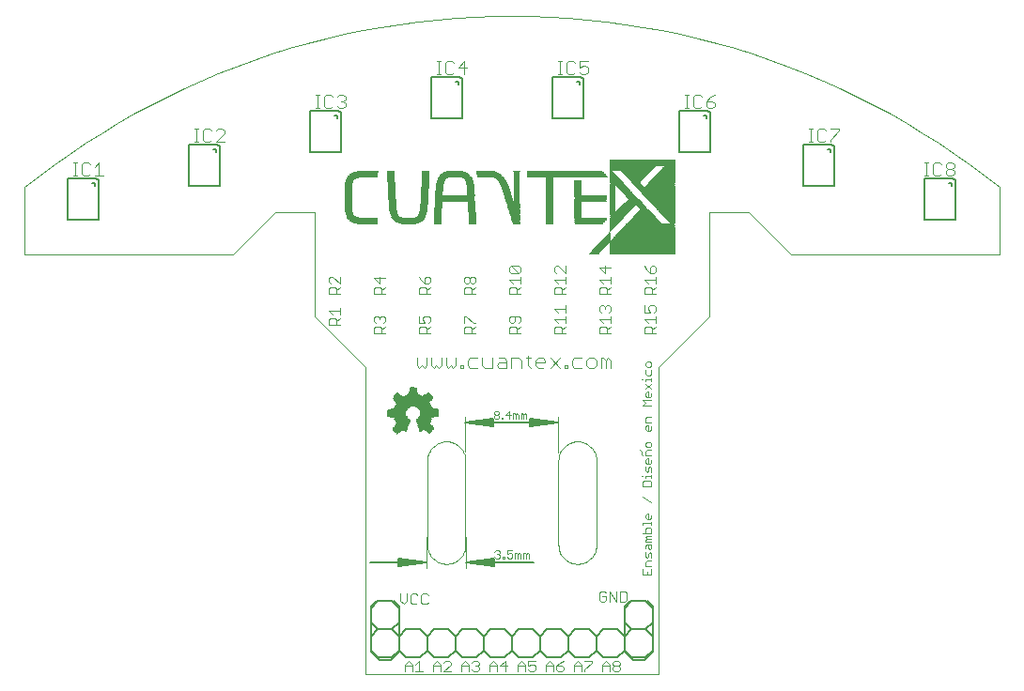
<source format=gto>
G75*
%MOIN*%
%OFA0B0*%
%FSLAX24Y24*%
%IPPOS*%
%LPD*%
%AMOC8*
5,1,8,0,0,1.08239X$1,22.5*
%
%ADD10C,0.0000*%
%ADD11C,0.0030*%
%ADD12C,0.0060*%
%ADD13C,0.0040*%
%ADD14C,0.0039*%
%ADD15C,0.0050*%
%ADD16C,0.0020*%
%ADD17R,0.0007X0.0007*%
%ADD18R,0.0324X0.0007*%
%ADD19R,0.2302X0.0007*%
%ADD20R,0.0317X0.0007*%
%ADD21R,0.2626X0.0007*%
%ADD22R,0.2619X0.0007*%
%ADD23R,0.0311X0.0007*%
%ADD24R,0.2295X0.0007*%
%ADD25R,0.0304X0.0007*%
%ADD26R,0.2289X0.0007*%
%ADD27R,0.0298X0.0007*%
%ADD28R,0.2282X0.0007*%
%ADD29R,0.0291X0.0007*%
%ADD30R,0.2275X0.0007*%
%ADD31R,0.0284X0.0007*%
%ADD32R,0.2269X0.0007*%
%ADD33R,0.0278X0.0007*%
%ADD34R,0.2262X0.0007*%
%ADD35R,0.0271X0.0007*%
%ADD36R,0.2255X0.0007*%
%ADD37R,0.0265X0.0007*%
%ADD38R,0.2249X0.0007*%
%ADD39R,0.0258X0.0007*%
%ADD40R,0.2242X0.0007*%
%ADD41R,0.0251X0.0007*%
%ADD42R,0.2236X0.0007*%
%ADD43R,0.0245X0.0007*%
%ADD44R,0.2229X0.0007*%
%ADD45R,0.2222X0.0007*%
%ADD46R,0.0231X0.0007*%
%ADD47R,0.2216X0.0007*%
%ADD48R,0.2209X0.0007*%
%ADD49R,0.0225X0.0007*%
%ADD50R,0.2203X0.0007*%
%ADD51R,0.0218X0.0007*%
%ADD52R,0.0212X0.0007*%
%ADD53R,0.2196X0.0007*%
%ADD54R,0.0205X0.0007*%
%ADD55R,0.2189X0.0007*%
%ADD56R,0.0198X0.0007*%
%ADD57R,0.2183X0.0007*%
%ADD58R,0.0192X0.0007*%
%ADD59R,0.2176X0.0007*%
%ADD60R,0.0185X0.0007*%
%ADD61R,0.2169X0.0007*%
%ADD62R,0.0179X0.0007*%
%ADD63R,0.2163X0.0007*%
%ADD64R,0.0172X0.0007*%
%ADD65R,0.2156X0.0007*%
%ADD66R,0.0165X0.0007*%
%ADD67R,0.2150X0.0007*%
%ADD68R,0.0159X0.0007*%
%ADD69R,0.2143X0.0007*%
%ADD70R,0.0152X0.0007*%
%ADD71R,0.2136X0.0007*%
%ADD72R,0.0146X0.0007*%
%ADD73R,0.2130X0.0007*%
%ADD74R,0.2123X0.0007*%
%ADD75R,0.0139X0.0007*%
%ADD76R,0.2117X0.0007*%
%ADD77R,0.0132X0.0007*%
%ADD78R,0.2110X0.0007*%
%ADD79R,0.0126X0.0007*%
%ADD80R,0.2103X0.0007*%
%ADD81R,0.0119X0.0007*%
%ADD82R,0.0112X0.0007*%
%ADD83R,0.2097X0.0007*%
%ADD84R,0.0106X0.0007*%
%ADD85R,0.2090X0.0007*%
%ADD86R,0.0099X0.0007*%
%ADD87R,0.2083X0.0007*%
%ADD88R,0.0093X0.0007*%
%ADD89R,0.2077X0.0007*%
%ADD90R,0.0086X0.0007*%
%ADD91R,0.2070X0.0007*%
%ADD92R,0.0079X0.0007*%
%ADD93R,0.2064X0.0007*%
%ADD94R,0.0073X0.0007*%
%ADD95R,0.2057X0.0007*%
%ADD96R,0.0066X0.0007*%
%ADD97R,0.2050X0.0007*%
%ADD98R,0.0060X0.0007*%
%ADD99R,0.2044X0.0007*%
%ADD100R,0.0053X0.0007*%
%ADD101R,0.2037X0.0007*%
%ADD102R,0.0046X0.0007*%
%ADD103R,0.2031X0.0007*%
%ADD104R,0.0040X0.0007*%
%ADD105R,0.2024X0.0007*%
%ADD106R,0.2017X0.0007*%
%ADD107R,0.0033X0.0007*%
%ADD108R,0.2011X0.0007*%
%ADD109R,0.0020X0.0007*%
%ADD110R,0.2004X0.0007*%
%ADD111R,0.0013X0.0007*%
%ADD112R,0.1997X0.0007*%
%ADD113R,0.1991X0.0007*%
%ADD114R,0.1984X0.0007*%
%ADD115R,0.1978X0.0007*%
%ADD116R,0.1971X0.0007*%
%ADD117R,0.1964X0.0007*%
%ADD118R,0.0026X0.0007*%
%ADD119R,0.1958X0.0007*%
%ADD120R,0.1951X0.0007*%
%ADD121R,0.1945X0.0007*%
%ADD122R,0.1938X0.0007*%
%ADD123R,0.1931X0.0007*%
%ADD124R,0.1925X0.0007*%
%ADD125R,0.1918X0.0007*%
%ADD126R,0.1911X0.0007*%
%ADD127R,0.1905X0.0007*%
%ADD128R,0.1898X0.0007*%
%ADD129R,0.1892X0.0007*%
%ADD130R,0.1885X0.0007*%
%ADD131R,0.1878X0.0007*%
%ADD132R,0.1872X0.0007*%
%ADD133R,0.1865X0.0007*%
%ADD134R,0.1859X0.0007*%
%ADD135R,0.1852X0.0007*%
%ADD136R,0.1845X0.0007*%
%ADD137R,0.1839X0.0007*%
%ADD138R,0.1832X0.0007*%
%ADD139R,0.1826X0.0007*%
%ADD140R,0.1819X0.0007*%
%ADD141R,0.1812X0.0007*%
%ADD142R,0.1806X0.0007*%
%ADD143R,0.1792X0.0007*%
%ADD144R,0.1786X0.0007*%
%ADD145R,0.1779X0.0007*%
%ADD146R,0.1773X0.0007*%
%ADD147R,0.1766X0.0007*%
%ADD148R,0.1759X0.0007*%
%ADD149R,0.1753X0.0007*%
%ADD150R,0.0238X0.0007*%
%ADD151R,0.1746X0.0007*%
%ADD152R,0.1740X0.0007*%
%ADD153R,0.1581X0.0007*%
%ADD154R,0.0556X0.0007*%
%ADD155R,0.0986X0.0007*%
%ADD156R,0.1263X0.0007*%
%ADD157R,0.0628X0.0007*%
%ADD158R,0.0410X0.0007*%
%ADD159R,0.1250X0.0007*%
%ADD160R,0.0688X0.0007*%
%ADD161R,0.0489X0.0007*%
%ADD162R,0.0992X0.0007*%
%ADD163R,0.1237X0.0007*%
%ADD164R,0.0728X0.0007*%
%ADD165R,0.0562X0.0007*%
%ADD166R,0.0999X0.0007*%
%ADD167R,0.1230X0.0007*%
%ADD168R,0.0747X0.0007*%
%ADD169R,0.0595X0.0007*%
%ADD170R,0.1005X0.0007*%
%ADD171R,0.1217X0.0007*%
%ADD172R,0.0787X0.0007*%
%ADD173R,0.0648X0.0007*%
%ADD174R,0.1012X0.0007*%
%ADD175R,0.1204X0.0007*%
%ADD176R,0.0807X0.0007*%
%ADD177R,0.1191X0.0007*%
%ADD178R,0.0827X0.0007*%
%ADD179R,0.0721X0.0007*%
%ADD180R,0.1025X0.0007*%
%ADD181R,0.1184X0.0007*%
%ADD182R,0.0847X0.0007*%
%ADD183R,0.0754X0.0007*%
%ADD184R,0.1171X0.0007*%
%ADD185R,0.0866X0.0007*%
%ADD186R,0.0780X0.0007*%
%ADD187R,0.1032X0.0007*%
%ADD188R,0.1157X0.0007*%
%ADD189R,0.0880X0.0007*%
%ADD190R,0.1038X0.0007*%
%ADD191R,0.1144X0.0007*%
%ADD192R,0.0893X0.0007*%
%ADD193R,0.0833X0.0007*%
%ADD194R,0.1045X0.0007*%
%ADD195R,0.1131X0.0007*%
%ADD196R,0.0906X0.0007*%
%ADD197R,0.0860X0.0007*%
%ADD198R,0.1052X0.0007*%
%ADD199R,0.0331X0.0007*%
%ADD200R,0.1118X0.0007*%
%ADD201R,0.0919X0.0007*%
%ADD202R,0.1058X0.0007*%
%ADD203R,0.0337X0.0007*%
%ADD204R,0.1105X0.0007*%
%ADD205R,0.0933X0.0007*%
%ADD206R,0.0900X0.0007*%
%ADD207R,0.1065X0.0007*%
%ADD208R,0.0344X0.0007*%
%ADD209R,0.1091X0.0007*%
%ADD210R,0.0946X0.0007*%
%ADD211R,0.0926X0.0007*%
%ADD212R,0.0351X0.0007*%
%ADD213R,0.1078X0.0007*%
%ADD214R,0.0952X0.0007*%
%ADD215R,0.0939X0.0007*%
%ADD216R,0.1071X0.0007*%
%ADD217R,0.0357X0.0007*%
%ADD218R,0.0966X0.0007*%
%ADD219R,0.0959X0.0007*%
%ADD220R,0.0364X0.0007*%
%ADD221R,0.0972X0.0007*%
%ADD222R,0.0979X0.0007*%
%ADD223R,0.1085X0.0007*%
%ADD224R,0.0370X0.0007*%
%ADD225R,0.1098X0.0007*%
%ADD226R,0.0377X0.0007*%
%ADD227R,0.1019X0.0007*%
%ADD228R,0.0384X0.0007*%
%ADD229R,0.1111X0.0007*%
%ADD230R,0.0390X0.0007*%
%ADD231R,0.0397X0.0007*%
%ADD232R,0.0403X0.0007*%
%ADD233R,0.1124X0.0007*%
%ADD234R,0.0417X0.0007*%
%ADD235R,0.1138X0.0007*%
%ADD236R,0.0423X0.0007*%
%ADD237R,0.0430X0.0007*%
%ADD238R,0.0437X0.0007*%
%ADD239R,0.1151X0.0007*%
%ADD240R,0.0443X0.0007*%
%ADD241R,0.0450X0.0007*%
%ADD242R,0.0642X0.0007*%
%ADD243R,0.0516X0.0007*%
%ADD244R,0.0509X0.0007*%
%ADD245R,0.0456X0.0007*%
%ADD246R,0.0503X0.0007*%
%ADD247R,0.0463X0.0007*%
%ADD248R,0.0853X0.0007*%
%ADD249R,0.0470X0.0007*%
%ADD250R,0.0840X0.0007*%
%ADD251R,0.0476X0.0007*%
%ADD252R,0.0820X0.0007*%
%ADD253R,0.0483X0.0007*%
%ADD254R,0.0794X0.0007*%
%ADD255R,0.0496X0.0007*%
%ADD256R,0.0774X0.0007*%
%ADD257R,0.0761X0.0007*%
%ADD258R,0.0523X0.0007*%
%ADD259R,0.0734X0.0007*%
%ADD260R,0.0529X0.0007*%
%ADD261R,0.0536X0.0007*%
%ADD262R,0.0708X0.0007*%
%ADD263R,0.0542X0.0007*%
%ADD264R,0.0694X0.0007*%
%ADD265R,0.0549X0.0007*%
%ADD266R,0.0681X0.0007*%
%ADD267R,0.0668X0.0007*%
%ADD268R,0.0655X0.0007*%
%ADD269R,0.0569X0.0007*%
%ADD270R,0.0575X0.0007*%
%ADD271R,0.0582X0.0007*%
%ADD272R,0.0622X0.0007*%
%ADD273R,0.0609X0.0007*%
%ADD274R,0.0589X0.0007*%
%ADD275R,0.0602X0.0007*%
%ADD276R,0.0615X0.0007*%
%ADD277R,0.0635X0.0007*%
%ADD278R,0.0661X0.0007*%
%ADD279R,0.0675X0.0007*%
%ADD280R,0.0701X0.0007*%
%ADD281R,0.0714X0.0007*%
%ADD282R,0.0767X0.0007*%
%ADD283R,0.0800X0.0007*%
%ADD284R,0.0814X0.0007*%
%ADD285R,0.0873X0.0007*%
%ADD286R,0.0886X0.0007*%
%ADD287R,0.1415X0.0007*%
%ADD288R,0.0913X0.0007*%
%ADD289R,0.1402X0.0007*%
%ADD290R,0.1396X0.0007*%
%ADD291R,0.1389X0.0007*%
%ADD292R,0.1177X0.0007*%
%ADD293R,0.1197X0.0007*%
%ADD294R,0.1210X0.0007*%
%ADD295R,0.1224X0.0007*%
%ADD296R,0.1243X0.0007*%
%ADD297R,0.1257X0.0007*%
%ADD298R,0.1270X0.0007*%
%ADD299R,0.1277X0.0007*%
%ADD300R,0.1283X0.0007*%
%ADD301R,0.1290X0.0007*%
%ADD302R,0.1296X0.0007*%
%ADD303R,0.1303X0.0007*%
%ADD304R,0.1310X0.0007*%
%ADD305R,0.1316X0.0007*%
%ADD306R,0.1323X0.0007*%
%ADD307R,0.1329X0.0007*%
%ADD308R,0.1336X0.0007*%
%ADD309R,0.1343X0.0007*%
%ADD310R,0.1349X0.0007*%
%ADD311R,0.1356X0.0007*%
%ADD312R,0.1363X0.0007*%
%ADD313R,0.0741X0.0007*%
%ADD314R,0.2851X0.0007*%
%ADD315R,0.2844X0.0007*%
%ADD316R,0.2837X0.0007*%
%ADD317R,0.2831X0.0007*%
%ADD318R,0.2824X0.0007*%
%ADD319R,0.2818X0.0007*%
%ADD320R,0.2811X0.0007*%
%ADD321R,0.2804X0.0007*%
%ADD322R,0.2798X0.0007*%
%ADD323R,0.2791X0.0007*%
%ADD324R,0.2785X0.0007*%
%ADD325R,0.2778X0.0007*%
%ADD326R,0.2771X0.0007*%
%ADD327R,0.2765X0.0007*%
%ADD328R,0.2758X0.0007*%
%ADD329R,0.2751X0.0007*%
%ADD330R,0.2745X0.0007*%
%ADD331R,0.2738X0.0007*%
%ADD332R,0.2732X0.0007*%
%ADD333R,0.2725X0.0007*%
%ADD334R,0.2718X0.0007*%
%ADD335R,0.2712X0.0007*%
%ADD336R,0.2699X0.0007*%
%ADD337R,0.2692X0.0007*%
%ADD338R,0.2685X0.0007*%
%ADD339R,0.2679X0.0007*%
%ADD340R,0.2672X0.0007*%
%ADD341R,0.2666X0.0007*%
%ADD342R,0.2652X0.0007*%
%ADD343R,0.1455X0.0007*%
%ADD344R,0.1462X0.0007*%
%ADD345R,0.1468X0.0007*%
%ADD346R,0.1475X0.0007*%
%ADD347R,0.1482X0.0007*%
%ADD348R,0.1488X0.0007*%
%ADD349R,0.1495X0.0007*%
%ADD350R,0.1501X0.0007*%
%ADD351R,0.1508X0.0007*%
%ADD352R,0.1515X0.0007*%
%ADD353R,0.1521X0.0007*%
%ADD354R,0.1528X0.0007*%
%ADD355R,0.1534X0.0007*%
%ADD356R,0.1541X0.0007*%
%ADD357R,0.1548X0.0007*%
%ADD358R,0.1554X0.0007*%
%ADD359R,0.1561X0.0007*%
%ADD360R,0.1568X0.0007*%
%ADD361R,0.1574X0.0007*%
%ADD362R,0.1587X0.0007*%
%ADD363R,0.1594X0.0007*%
%ADD364R,0.1601X0.0007*%
%ADD365R,0.1607X0.0007*%
%ADD366R,0.1614X0.0007*%
%ADD367R,0.1620X0.0007*%
%ADD368R,0.1627X0.0007*%
%ADD369R,0.0004X0.0001*%
%ADD370R,0.0010X0.0001*%
%ADD371R,0.0017X0.0001*%
%ADD372R,0.0023X0.0001*%
%ADD373R,0.0029X0.0001*%
%ADD374R,0.0034X0.0001*%
%ADD375R,0.0040X0.0001*%
%ADD376R,0.0043X0.0002*%
%ADD377R,0.0047X0.0001*%
%ADD378R,0.0050X0.0001*%
%ADD379R,0.0054X0.0001*%
%ADD380R,0.0059X0.0001*%
%ADD381R,0.0064X0.0001*%
%ADD382R,0.0015X0.0001*%
%ADD383R,0.0067X0.0001*%
%ADD384R,0.0020X0.0001*%
%ADD385R,0.0070X0.0001*%
%ADD386R,0.0024X0.0001*%
%ADD387R,0.0074X0.0001*%
%ADD388R,0.0027X0.0001*%
%ADD389R,0.0076X0.0001*%
%ADD390R,0.0030X0.0001*%
%ADD391R,0.0081X0.0002*%
%ADD392R,0.0036X0.0002*%
%ADD393R,0.0086X0.0001*%
%ADD394R,0.0044X0.0001*%
%ADD395R,0.0091X0.0001*%
%ADD396R,0.0046X0.0001*%
%ADD397R,0.0094X0.0001*%
%ADD398R,0.0096X0.0001*%
%ADD399R,0.0053X0.0001*%
%ADD400R,0.0099X0.0001*%
%ADD401R,0.0056X0.0001*%
%ADD402R,0.0104X0.0001*%
%ADD403R,0.0060X0.0001*%
%ADD404R,0.0108X0.0001*%
%ADD405R,0.0112X0.0001*%
%ADD406R,0.0117X0.0001*%
%ADD407R,0.0072X0.0001*%
%ADD408R,0.0120X0.0002*%
%ADD409R,0.0075X0.0002*%
%ADD410R,0.0123X0.0001*%
%ADD411R,0.0078X0.0001*%
%ADD412R,0.0126X0.0001*%
%ADD413R,0.0081X0.0001*%
%ADD414R,0.0131X0.0001*%
%ADD415R,0.0136X0.0001*%
%ADD416R,0.0090X0.0001*%
%ADD417R,0.0139X0.0001*%
%ADD418R,0.0144X0.0001*%
%ADD419R,0.0147X0.0001*%
%ADD420R,0.0101X0.0001*%
%ADD421R,0.0150X0.0001*%
%ADD422R,0.0102X0.0001*%
%ADD423R,0.0153X0.0001*%
%ADD424R,0.0106X0.0001*%
%ADD425R,0.0158X0.0002*%
%ADD426R,0.0109X0.0002*%
%ADD427R,0.0164X0.0001*%
%ADD428R,0.0115X0.0001*%
%ADD429R,0.0168X0.0001*%
%ADD430R,0.0120X0.0001*%
%ADD431R,0.0171X0.0001*%
%ADD432R,0.0123X0.0001*%
%ADD433R,0.0172X0.0001*%
%ADD434R,0.0125X0.0001*%
%ADD435R,0.0175X0.0001*%
%ADD436R,0.0128X0.0001*%
%ADD437R,0.0180X0.0001*%
%ADD438R,0.0132X0.0001*%
%ADD439R,0.0186X0.0001*%
%ADD440R,0.0191X0.0001*%
%ADD441R,0.0141X0.0001*%
%ADD442R,0.0194X0.0001*%
%ADD443R,0.0145X0.0001*%
%ADD444R,0.0196X0.0002*%
%ADD445R,0.0149X0.0002*%
%ADD446R,0.0199X0.0001*%
%ADD447R,0.0151X0.0001*%
%ADD448R,0.0204X0.0001*%
%ADD449R,0.0153X0.0001*%
%ADD450R,0.0207X0.0001*%
%ADD451R,0.0158X0.0001*%
%ADD452R,0.0211X0.0001*%
%ADD453R,0.0162X0.0001*%
%ADD454R,0.0216X0.0001*%
%ADD455R,0.0166X0.0001*%
%ADD456R,0.0219X0.0001*%
%ADD457R,0.0007X0.0001*%
%ADD458R,0.0169X0.0001*%
%ADD459R,0.0222X0.0001*%
%ADD460R,0.0011X0.0001*%
%ADD461R,0.0224X0.0001*%
%ADD462R,0.0014X0.0001*%
%ADD463R,0.0176X0.0001*%
%ADD464R,0.0228X0.0001*%
%ADD465R,0.0018X0.0001*%
%ADD466R,0.0179X0.0001*%
%ADD467R,0.0234X0.0002*%
%ADD468R,0.0024X0.0002*%
%ADD469R,0.0183X0.0002*%
%ADD470R,0.0239X0.0001*%
%ADD471R,0.0189X0.0001*%
%ADD472R,0.0241X0.0001*%
%ADD473R,0.0033X0.0001*%
%ADD474R,0.0012X0.0001*%
%ADD475R,0.0192X0.0001*%
%ADD476R,0.0243X0.0001*%
%ADD477R,0.0038X0.0001*%
%ADD478R,0.0246X0.0001*%
%ADD479R,0.0041X0.0001*%
%ADD480R,0.0019X0.0001*%
%ADD481R,0.0196X0.0001*%
%ADD482R,0.0250X0.0001*%
%ADD483R,0.0021X0.0001*%
%ADD484R,0.0201X0.0001*%
%ADD485R,0.0254X0.0001*%
%ADD486R,0.0048X0.0001*%
%ADD487R,0.0258X0.0001*%
%ADD488R,0.0054X0.0001*%
%ADD489R,0.0209X0.0001*%
%ADD490R,0.0263X0.0001*%
%ADD491R,0.0213X0.0001*%
%ADD492R,0.0267X0.0001*%
%ADD493R,0.0063X0.0001*%
%ADD494R,0.0270X0.0002*%
%ADD495R,0.0066X0.0002*%
%ADD496R,0.0045X0.0002*%
%ADD497R,0.0219X0.0002*%
%ADD498R,0.0271X0.0001*%
%ADD499R,0.0220X0.0001*%
%ADD500R,0.0274X0.0001*%
%ADD501R,0.0051X0.0001*%
%ADD502R,0.0223X0.0001*%
%ADD503R,0.0278X0.0001*%
%ADD504R,0.0282X0.0001*%
%ADD505R,0.0231X0.0001*%
%ADD506R,0.0288X0.0001*%
%ADD507R,0.0085X0.0001*%
%ADD508R,0.0236X0.0001*%
%ADD509R,0.0289X0.0001*%
%ADD510R,0.0087X0.0001*%
%ADD511R,0.0066X0.0001*%
%ADD512R,0.0292X0.0001*%
%ADD513R,0.0069X0.0001*%
%ADD514R,0.0297X0.0001*%
%ADD515R,0.0300X0.0001*%
%ADD516R,0.0075X0.0001*%
%ADD517R,0.0305X0.0002*%
%ADD518R,0.0101X0.0002*%
%ADD519R,0.0078X0.0002*%
%ADD520R,0.0251X0.0002*%
%ADD521R,0.0309X0.0001*%
%ADD522R,0.0105X0.0001*%
%ADD523R,0.0083X0.0001*%
%ADD524R,0.0255X0.0001*%
%ADD525R,0.0314X0.0001*%
%ADD526R,0.0110X0.0001*%
%ADD527R,0.0087X0.0001*%
%ADD528R,0.0316X0.0001*%
%ADD529R,0.0113X0.0001*%
%ADD530R,0.0262X0.0001*%
%ADD531R,0.0319X0.0001*%
%ADD532R,0.0114X0.0001*%
%ADD533R,0.0093X0.0001*%
%ADD534R,0.0266X0.0001*%
%ADD535R,0.0321X0.0001*%
%ADD536R,0.0096X0.0001*%
%ADD537R,0.0324X0.0001*%
%ADD538R,0.0270X0.0001*%
%ADD539R,0.0329X0.0001*%
%ADD540R,0.0124X0.0001*%
%ADD541R,0.0275X0.0001*%
%ADD542R,0.0333X0.0001*%
%ADD543R,0.0279X0.0001*%
%ADD544R,0.0336X0.0001*%
%ADD545R,0.0111X0.0001*%
%ADD546R,0.0284X0.0001*%
%ADD547R,0.0339X0.0002*%
%ADD548R,0.0134X0.0002*%
%ADD549R,0.0114X0.0002*%
%ADD550R,0.0286X0.0002*%
%ADD551R,0.0342X0.0001*%
%ADD552R,0.0116X0.0001*%
%ADD553R,0.0491X0.0001*%
%ADD554R,0.0492X0.0001*%
%ADD555R,0.0294X0.0001*%
%ADD556R,0.0495X0.0001*%
%ADD557R,0.0299X0.0001*%
%ADD558R,0.0496X0.0001*%
%ADD559R,0.0127X0.0001*%
%ADD560R,0.0301X0.0001*%
%ADD561R,0.0498X0.0001*%
%ADD562R,0.0304X0.0001*%
%ADD563R,0.0501X0.0001*%
%ADD564R,0.0134X0.0001*%
%ADD565R,0.0308X0.0001*%
%ADD566R,0.0135X0.0001*%
%ADD567R,0.0311X0.0001*%
%ADD568R,0.0504X0.0001*%
%ADD569R,0.0138X0.0001*%
%ADD570R,0.0504X0.0002*%
%ADD571R,0.0141X0.0002*%
%ADD572R,0.0318X0.0002*%
%ADD573R,0.0507X0.0001*%
%ADD574R,0.0323X0.0001*%
%ADD575R,0.0326X0.0001*%
%ADD576R,0.0508X0.0001*%
%ADD577R,0.0152X0.0001*%
%ADD578R,0.0330X0.0001*%
%ADD579R,0.0510X0.0001*%
%ADD580R,0.0494X0.0001*%
%ADD581R,0.0512X0.0001*%
%ADD582R,0.0500X0.0001*%
%ADD583R,0.0513X0.0001*%
%ADD584R,0.0501X0.0001*%
%ADD585R,0.0513X0.0002*%
%ADD586R,0.0501X0.0002*%
%ADD587R,0.0503X0.0001*%
%ADD588R,0.0504X0.0001*%
%ADD589R,0.0506X0.0001*%
%ADD590R,0.0513X0.0001*%
%ADD591R,0.0509X0.0001*%
%ADD592R,0.0511X0.0001*%
%ADD593R,0.0514X0.0001*%
%ADD594R,0.0516X0.0001*%
%ADD595R,0.0513X0.0002*%
%ADD596R,0.0519X0.0002*%
%ADD597R,0.0519X0.0001*%
%ADD598R,0.0520X0.0001*%
%ADD599R,0.0522X0.0001*%
%ADD600R,0.0507X0.0001*%
%ADD601R,0.0509X0.0002*%
%ADD602R,0.0520X0.0002*%
%ADD603R,0.0522X0.0001*%
%ADD604R,0.0505X0.0001*%
%ADD605R,0.0502X0.0001*%
%ADD606R,0.0521X0.0001*%
%ADD607R,0.0503X0.0002*%
%ADD608R,0.0519X0.0002*%
%ADD609R,0.0519X0.0001*%
%ADD610R,0.0499X0.0001*%
%ADD611R,0.0517X0.0001*%
%ADD612R,0.0495X0.0002*%
%ADD613R,0.0514X0.0002*%
%ADD614R,0.0515X0.0001*%
%ADD615R,0.0492X0.0001*%
%ADD616R,0.0490X0.0001*%
%ADD617R,0.0490X0.0002*%
%ADD618R,0.0511X0.0002*%
%ADD619R,0.0489X0.0001*%
%ADD620R,0.0489X0.0001*%
%ADD621R,0.0488X0.0001*%
%ADD622R,0.0485X0.0001*%
%ADD623R,0.0483X0.0001*%
%ADD624R,0.0483X0.0002*%
%ADD625R,0.0507X0.0002*%
%ADD626R,0.0483X0.0001*%
%ADD627R,0.0481X0.0001*%
%ADD628R,0.0480X0.0001*%
%ADD629R,0.0480X0.0002*%
%ADD630R,0.0501X0.0002*%
%ADD631R,0.0479X0.0001*%
%ADD632R,0.0477X0.0001*%
%ADD633R,0.0477X0.0001*%
%ADD634R,0.0475X0.0001*%
%ADD635R,0.0474X0.0001*%
%ADD636R,0.0472X0.0001*%
%ADD637R,0.0472X0.0002*%
%ADD638R,0.0498X0.0002*%
%ADD639R,0.0471X0.0001*%
%ADD640R,0.0473X0.0001*%
%ADD641R,0.0471X0.0001*%
%ADD642R,0.0470X0.0001*%
%ADD643R,0.0468X0.0001*%
%ADD644R,0.0469X0.0001*%
%ADD645R,0.0468X0.0002*%
%ADD646R,0.0491X0.0002*%
%ADD647R,0.0466X0.0001*%
%ADD648R,0.0465X0.0001*%
%ADD649R,0.0464X0.0001*%
%ADD650R,0.0462X0.0001*%
%ADD651R,0.0462X0.0002*%
%ADD652R,0.0489X0.0002*%
%ADD653R,0.0461X0.0001*%
%ADD654R,0.0460X0.0001*%
%ADD655R,0.0459X0.0001*%
%ADD656R,0.0484X0.0001*%
%ADD657R,0.0457X0.0001*%
%ADD658R,0.0459X0.0001*%
%ADD659R,0.0458X0.0002*%
%ADD660R,0.0484X0.0002*%
%ADD661R,0.0456X0.0001*%
%ADD662R,0.0455X0.0001*%
%ADD663R,0.0453X0.0001*%
%ADD664R,0.0451X0.0001*%
%ADD665R,0.0453X0.0001*%
%ADD666R,0.0450X0.0001*%
%ADD667R,0.0451X0.0002*%
%ADD668R,0.0478X0.0001*%
%ADD669R,0.0449X0.0001*%
%ADD670R,0.0476X0.0001*%
%ADD671R,0.0447X0.0001*%
%ADD672R,0.0474X0.0001*%
%ADD673R,0.0449X0.0002*%
%ADD674R,0.0476X0.0002*%
%ADD675R,0.0454X0.0001*%
%ADD676R,0.0469X0.0002*%
%ADD677R,0.0468X0.0001*%
%ADD678R,0.0467X0.0001*%
%ADD679R,0.0473X0.0002*%
%ADD680R,0.0468X0.0002*%
%ADD681R,0.0486X0.0002*%
%ADD682R,0.0474X0.0002*%
%ADD683R,0.0487X0.0001*%
%ADD684R,0.0497X0.0001*%
%ADD685R,0.0486X0.0001*%
%ADD686R,0.0500X0.0002*%
%ADD687R,0.0487X0.0002*%
%ADD688R,0.0498X0.0001*%
%ADD689R,0.0524X0.0002*%
%ADD690R,0.0524X0.0001*%
%ADD691R,0.0525X0.0001*%
%ADD692R,0.0528X0.0001*%
%ADD693R,0.0529X0.0001*%
%ADD694R,0.0533X0.0001*%
%ADD695R,0.0534X0.0001*%
%ADD696R,0.0523X0.0001*%
%ADD697R,0.0536X0.0001*%
%ADD698R,0.0537X0.0002*%
%ADD699R,0.0527X0.0002*%
%ADD700R,0.0537X0.0001*%
%ADD701R,0.0528X0.0001*%
%ADD702R,0.0539X0.0001*%
%ADD703R,0.0530X0.0001*%
%ADD704R,0.0540X0.0001*%
%ADD705R,0.0541X0.0001*%
%ADD706R,0.0531X0.0001*%
%ADD707R,0.0543X0.0001*%
%ADD708R,0.0544X0.0001*%
%ADD709R,0.0546X0.0002*%
%ADD710R,0.0536X0.0002*%
%ADD711R,0.0547X0.0001*%
%ADD712R,0.0551X0.0001*%
%ADD713R,0.0552X0.0001*%
%ADD714R,0.0554X0.0001*%
%ADD715R,0.0555X0.0001*%
%ADD716R,0.0555X0.0002*%
%ADD717R,0.0547X0.0002*%
%ADD718R,0.0549X0.0001*%
%ADD719R,0.0548X0.0001*%
%ADD720R,0.0538X0.0001*%
%ADD721R,0.0537X0.0001*%
%ADD722R,0.0533X0.0002*%
%ADD723R,0.0531X0.0001*%
%ADD724R,0.0526X0.0001*%
%ADD725R,0.0518X0.0001*%
%ADD726R,0.0498X0.0002*%
%ADD727R,0.0496X0.0002*%
%ADD728R,0.0486X0.0001*%
%ADD729R,0.0485X0.0002*%
%ADD730R,0.0482X0.0001*%
%ADD731R,0.0477X0.0002*%
%ADD732R,0.0530X0.0002*%
%ADD733R,0.0464X0.0002*%
%ADD734R,0.0561X0.0001*%
%ADD735R,0.0570X0.0001*%
%ADD736R,0.0576X0.0001*%
%ADD737R,0.0581X0.0001*%
%ADD738R,0.0585X0.0001*%
%ADD739R,0.0589X0.0001*%
%ADD740R,0.0600X0.0002*%
%ADD741R,0.0614X0.0001*%
%ADD742R,0.0623X0.0001*%
%ADD743R,0.0630X0.0001*%
%ADD744R,0.0633X0.0001*%
%ADD745R,0.0638X0.0001*%
%ADD746R,0.0645X0.0001*%
%ADD747R,0.0657X0.0001*%
%ADD748R,0.0556X0.0001*%
%ADD749R,0.0669X0.0001*%
%ADD750R,0.0674X0.0001*%
%ADD751R,0.0579X0.0001*%
%ADD752R,0.0676X0.0002*%
%ADD753R,0.0585X0.0002*%
%ADD754R,0.0678X0.0001*%
%ADD755R,0.0590X0.0001*%
%ADD756R,0.0679X0.0001*%
%ADD757R,0.0596X0.0001*%
%ADD758R,0.0681X0.0001*%
%ADD759R,0.0606X0.0001*%
%ADD760R,0.0620X0.0001*%
%ADD761R,0.0682X0.0001*%
%ADD762R,0.0633X0.0001*%
%ADD763R,0.0684X0.0001*%
%ADD764R,0.0639X0.0001*%
%ADD765R,0.0649X0.0001*%
%ADD766R,0.0684X0.0001*%
%ADD767R,0.0655X0.0001*%
%ADD768R,0.0683X0.0002*%
%ADD769R,0.0664X0.0002*%
%ADD770R,0.0683X0.0001*%
%ADD771R,0.0670X0.0001*%
%ADD772R,0.0671X0.0001*%
%ADD773R,0.0681X0.0001*%
%ADD774R,0.0672X0.0001*%
%ADD775R,0.0680X0.0001*%
%ADD776R,0.0675X0.0001*%
%ADD777R,0.0676X0.0001*%
%ADD778R,0.0680X0.0002*%
%ADD779R,0.0678X0.0002*%
%ADD780R,0.0678X0.0001*%
%ADD781R,0.0675X0.0002*%
%ADD782R,0.0672X0.0002*%
%ADD783R,0.0672X0.0001*%
%ADD784R,0.0671X0.0002*%
%ADD785R,0.0670X0.0002*%
%ADD786R,0.0669X0.0001*%
%ADD787R,0.0667X0.0001*%
%ADD788R,0.0669X0.0002*%
%ADD789R,0.0667X0.0002*%
%ADD790R,0.0668X0.0001*%
%ADD791R,0.0666X0.0001*%
%ADD792R,0.0668X0.0002*%
%ADD793R,0.0666X0.0002*%
%ADD794R,0.0666X0.0001*%
%ADD795R,0.0664X0.0001*%
%ADD796R,0.0663X0.0001*%
%ADD797R,0.0666X0.0002*%
%ADD798R,0.0663X0.0002*%
%ADD799R,0.0665X0.0001*%
%ADD800R,0.0674X0.0002*%
%ADD801R,0.0677X0.0001*%
%ADD802R,0.0678X0.0002*%
%ADD803R,0.0682X0.0002*%
%ADD804R,0.0686X0.0001*%
%ADD805R,0.0686X0.0002*%
%ADD806R,0.0687X0.0001*%
%ADD807R,0.0689X0.0001*%
%ADD808R,0.0653X0.0001*%
%ADD809R,0.0641X0.0001*%
%ADD810R,0.0626X0.0001*%
%ADD811R,0.0616X0.0001*%
%ADD812R,0.0687X0.0001*%
%ADD813R,0.0612X0.0001*%
%ADD814R,0.0688X0.0001*%
%ADD815R,0.0606X0.0001*%
%ADD816R,0.0601X0.0001*%
%ADD817R,0.0591X0.0002*%
%ADD818R,0.0567X0.0001*%
%ADD819R,0.0560X0.0001*%
%ADD820R,0.0659X0.0001*%
%ADD821R,0.0516X0.0001*%
%ADD822R,0.0639X0.0001*%
%ADD823R,0.0502X0.0002*%
%ADD824R,0.0633X0.0002*%
%ADD825R,0.0608X0.0001*%
%ADD826R,0.0582X0.0001*%
%ADD827R,0.0577X0.0001*%
%ADD828R,0.0569X0.0002*%
%ADD829R,0.0546X0.0001*%
%ADD830R,0.0486X0.0002*%
%ADD831R,0.0493X0.0001*%
%ADD832R,0.0516X0.0002*%
%ADD833R,0.0532X0.0001*%
%ADD834R,0.0534X0.0002*%
%ADD835R,0.0535X0.0002*%
%ADD836R,0.0543X0.0001*%
%ADD837R,0.0553X0.0001*%
%ADD838R,0.0559X0.0001*%
%ADD839R,0.0564X0.0001*%
%ADD840R,0.0564X0.0001*%
%ADD841R,0.0567X0.0001*%
%ADD842R,0.0569X0.0001*%
%ADD843R,0.0570X0.0002*%
%ADD844R,0.0571X0.0002*%
%ADD845R,0.0571X0.0001*%
%ADD846R,0.0573X0.0001*%
%ADD847R,0.0574X0.0001*%
%ADD848R,0.0576X0.0001*%
%ADD849R,0.0600X0.0001*%
%ADD850R,0.0611X0.0001*%
%ADD851R,0.0618X0.0001*%
%ADD852R,0.0621X0.0001*%
%ADD853R,0.1269X0.0001*%
%ADD854R,0.1267X0.0001*%
%ADD855R,0.1266X0.0001*%
%ADD856R,0.1266X0.0002*%
%ADD857R,0.1264X0.0001*%
%ADD858R,0.1261X0.0001*%
%ADD859R,0.1260X0.0001*%
%ADD860R,0.1259X0.0001*%
%ADD861R,0.1256X0.0001*%
%ADD862R,0.1254X0.0001*%
%ADD863R,0.1253X0.0001*%
%ADD864R,0.1251X0.0001*%
%ADD865R,0.1251X0.0002*%
%ADD866R,0.1248X0.0001*%
%ADD867R,0.1245X0.0001*%
%ADD868R,0.1244X0.0001*%
%ADD869R,0.1242X0.0001*%
%ADD870R,0.1239X0.0001*%
%ADD871R,0.1237X0.0001*%
%ADD872R,0.1236X0.0002*%
%ADD873R,0.1233X0.0001*%
%ADD874R,0.1230X0.0001*%
%ADD875R,0.1229X0.0001*%
%ADD876R,0.1227X0.0001*%
%ADD877R,0.1226X0.0001*%
%ADD878R,0.1224X0.0001*%
%ADD879R,0.1223X0.0002*%
%ADD880R,0.1219X0.0001*%
%ADD881R,0.1216X0.0001*%
%ADD882R,0.1215X0.0001*%
%ADD883R,0.1214X0.0001*%
%ADD884R,0.1212X0.0001*%
%ADD885R,0.1209X0.0001*%
%ADD886R,0.1207X0.0002*%
%ADD887R,0.1206X0.0001*%
%ADD888R,0.1204X0.0001*%
%ADD889R,0.1201X0.0001*%
%ADD890R,0.1200X0.0001*%
%ADD891R,0.1199X0.0001*%
%ADD892R,0.1196X0.0001*%
%ADD893R,0.1194X0.0001*%
%ADD894R,0.1193X0.0001*%
%ADD895R,0.1191X0.0001*%
%ADD896R,0.1191X0.0002*%
%ADD897R,0.1188X0.0001*%
%ADD898R,0.1185X0.0001*%
%ADD899R,0.1184X0.0001*%
%ADD900R,0.1181X0.0001*%
%ADD901R,0.1177X0.0001*%
%ADD902R,0.1176X0.0001*%
%ADD903R,0.1174X0.0001*%
%ADD904R,0.1173X0.0001*%
%ADD905R,0.1170X0.0002*%
%ADD906R,0.1170X0.0001*%
%ADD907R,0.1169X0.0001*%
%ADD908R,0.1166X0.0001*%
%ADD909R,0.1164X0.0001*%
%ADD910R,0.1163X0.0001*%
%ADD911R,0.1163X0.0002*%
%ADD912R,0.1167X0.0001*%
%ADD913R,0.1171X0.0001*%
%ADD914R,0.1179X0.0001*%
%ADD915R,0.1182X0.0001*%
%ADD916R,0.1182X0.0002*%
%ADD917R,0.1188X0.0001*%
%ADD918R,0.1190X0.0001*%
%ADD919R,0.1197X0.0001*%
%ADD920R,0.1204X0.0002*%
%ADD921R,0.1207X0.0001*%
%ADD922R,0.1210X0.0001*%
%ADD923R,0.1213X0.0001*%
%ADD924R,0.1217X0.0001*%
%ADD925R,0.1218X0.0001*%
%ADD926R,0.1220X0.0001*%
%ADD927R,0.1221X0.0001*%
%ADD928R,0.1223X0.0001*%
%ADD929R,0.1226X0.0002*%
%ADD930R,0.1236X0.0001*%
%ADD931R,0.1239X0.0001*%
%ADD932R,0.1240X0.0001*%
%ADD933R,0.1243X0.0001*%
%ADD934R,0.1248X0.0002*%
%ADD935R,0.1248X0.0001*%
%ADD936R,0.1251X0.0001*%
%ADD937R,0.1257X0.0001*%
%ADD938R,0.1263X0.0001*%
%ADD939R,0.1267X0.0002*%
%ADD940R,0.1270X0.0001*%
%ADD941R,0.1274X0.0001*%
%ADD942R,0.1275X0.0001*%
%ADD943R,0.1278X0.0001*%
%ADD944R,0.1280X0.0001*%
%ADD945R,0.1281X0.0001*%
%ADD946R,0.1284X0.0001*%
%ADD947R,0.1286X0.0001*%
%ADD948R,0.1289X0.0001*%
%ADD949R,0.1290X0.0002*%
%ADD950R,0.1291X0.0001*%
%ADD951R,0.1294X0.0001*%
%ADD952R,0.1296X0.0001*%
%ADD953R,0.1299X0.0001*%
%ADD954R,0.1300X0.0001*%
%ADD955R,0.1302X0.0001*%
%ADD956R,0.1304X0.0001*%
%ADD957R,0.1306X0.0001*%
%ADD958R,0.1308X0.0001*%
%ADD959R,0.1311X0.0002*%
%ADD960R,0.1313X0.0001*%
%ADD961R,0.1316X0.0001*%
%ADD962R,0.1317X0.0001*%
%ADD963R,0.1320X0.0001*%
%ADD964R,0.1323X0.0001*%
%ADD965R,0.1326X0.0001*%
%ADD966R,0.1329X0.0001*%
%ADD967R,0.1332X0.0002*%
%ADD968R,0.1335X0.0001*%
%ADD969R,0.1336X0.0001*%
%ADD970R,0.1340X0.0001*%
%ADD971R,0.1343X0.0001*%
%ADD972R,0.1346X0.0001*%
%ADD973R,0.1347X0.0001*%
%ADD974R,0.1350X0.0001*%
%ADD975R,0.1353X0.0002*%
%ADD976R,0.1356X0.0001*%
%ADD977R,0.1357X0.0001*%
%ADD978R,0.1360X0.0001*%
%ADD979R,0.1364X0.0001*%
%ADD980R,0.1365X0.0001*%
%ADD981R,0.1368X0.0001*%
%ADD982R,0.1369X0.0001*%
%ADD983R,0.1373X0.0001*%
%ADD984R,0.1374X0.0002*%
%ADD985R,0.1377X0.0001*%
%ADD986R,0.1379X0.0001*%
%ADD987R,0.1380X0.0001*%
%ADD988R,0.1383X0.0001*%
%ADD989R,0.1386X0.0001*%
%ADD990R,0.1387X0.0001*%
%ADD991R,0.1391X0.0001*%
%ADD992R,0.1394X0.0001*%
%ADD993R,0.1395X0.0002*%
%ADD994R,0.1398X0.0001*%
%ADD995R,0.1401X0.0001*%
%ADD996R,0.1403X0.0001*%
%ADD997R,0.1406X0.0001*%
%ADD998R,0.1407X0.0001*%
%ADD999R,0.1409X0.0001*%
%ADD1000R,0.1411X0.0001*%
%ADD1001R,0.1414X0.0001*%
%ADD1002R,0.1416X0.0002*%
%ADD1003R,0.1419X0.0001*%
%ADD1004R,0.1421X0.0001*%
%ADD1005R,0.1422X0.0001*%
%ADD1006R,0.1424X0.0001*%
%ADD1007R,0.1426X0.0001*%
%ADD1008R,0.1428X0.0001*%
%ADD1009R,0.1429X0.0002*%
%ADD1010R,0.1429X0.0001*%
%ADD1011R,0.1425X0.0001*%
%ADD1012R,0.1421X0.0002*%
%ADD1013R,0.1418X0.0001*%
%ADD1014R,0.1416X0.0001*%
%ADD1015R,0.1413X0.0001*%
%ADD1016R,0.1410X0.0001*%
%ADD1017R,0.1404X0.0001*%
%ADD1018R,0.1401X0.0001*%
%ADD1019R,0.0346X0.0001*%
%ADD1020R,0.1044X0.0001*%
%ADD1021R,0.0342X0.0002*%
%ADD1022R,0.1040X0.0002*%
%ADD1023R,0.0337X0.0001*%
%ADD1024R,0.1034X0.0001*%
%ADD1025R,0.0357X0.0001*%
%ADD1026R,0.0660X0.0001*%
%ADD1027R,0.0353X0.0001*%
%ADD1028R,0.0327X0.0001*%
%ADD1029R,0.0349X0.0001*%
%ADD1030R,0.0321X0.0001*%
%ADD1031R,0.0648X0.0001*%
%ADD1032R,0.0344X0.0001*%
%ADD1033R,0.0317X0.0001*%
%ADD1034R,0.0339X0.0001*%
%ADD1035R,0.0312X0.0001*%
%ADD1036R,0.0631X0.0001*%
%ADD1037R,0.0334X0.0001*%
%ADD1038R,0.0309X0.0001*%
%ADD1039R,0.0307X0.0002*%
%ADD1040R,0.0623X0.0002*%
%ADD1041R,0.0327X0.0002*%
%ADD1042R,0.0618X0.0001*%
%ADD1043R,0.0297X0.0001*%
%ADD1044R,0.0607X0.0001*%
%ADD1045R,0.0320X0.0001*%
%ADD1046R,0.0293X0.0001*%
%ADD1047R,0.0599X0.0001*%
%ADD1048R,0.0313X0.0001*%
%ADD1049R,0.0285X0.0001*%
%ADD1050R,0.0584X0.0001*%
%ADD1051R,0.0303X0.0001*%
%ADD1052R,0.0281X0.0001*%
%ADD1053R,0.0273X0.0002*%
%ADD1054R,0.0563X0.0002*%
%ADD1055R,0.0293X0.0002*%
%ADD1056R,0.0264X0.0001*%
%ADD1057R,0.0259X0.0001*%
%ADD1058R,0.0256X0.0001*%
%ADD1059R,0.0276X0.0001*%
%ADD1060R,0.0252X0.0001*%
%ADD1061R,0.0273X0.0001*%
%ADD1062R,0.0248X0.0001*%
%ADD1063R,0.0269X0.0001*%
%ADD1064R,0.0245X0.0001*%
%ADD1065R,0.0240X0.0001*%
%ADD1066R,0.0237X0.0002*%
%ADD1067R,0.0256X0.0002*%
%ADD1068R,0.0234X0.0001*%
%ADD1069R,0.0232X0.0001*%
%ADD1070R,0.0251X0.0001*%
%ADD1071R,0.0228X0.0001*%
%ADD1072R,0.0246X0.0001*%
%ADD1073R,0.0456X0.0001*%
%ADD1074R,0.0219X0.0001*%
%ADD1075R,0.0444X0.0001*%
%ADD1076R,0.0237X0.0001*%
%ADD1077R,0.0214X0.0001*%
%ADD1078R,0.0436X0.0001*%
%ADD1079R,0.0432X0.0001*%
%ADD1080R,0.0231X0.0001*%
%ADD1081R,0.0210X0.0001*%
%ADD1082R,0.0426X0.0001*%
%ADD1083R,0.0420X0.0001*%
%ADD1084R,0.0226X0.0001*%
%ADD1085R,0.0204X0.0002*%
%ADD1086R,0.0409X0.0002*%
%ADD1087R,0.0222X0.0002*%
%ADD1088R,0.0391X0.0001*%
%ADD1089R,0.0217X0.0001*%
%ADD1090R,0.0376X0.0001*%
%ADD1091R,0.0368X0.0001*%
%ADD1092R,0.0189X0.0001*%
%ADD1093R,0.0361X0.0001*%
%ADD1094R,0.0206X0.0001*%
%ADD1095R,0.0186X0.0001*%
%ADD1096R,0.0356X0.0001*%
%ADD1097R,0.0181X0.0001*%
%ADD1098R,0.0345X0.0001*%
%ADD1099R,0.0173X0.0001*%
%ADD1100R,0.0331X0.0001*%
%ADD1101R,0.0190X0.0001*%
%ADD1102R,0.0168X0.0001*%
%ADD1103R,0.0165X0.0002*%
%ADD1104R,0.0162X0.0001*%
%ADD1105R,0.0159X0.0001*%
%ADD1106R,0.0177X0.0001*%
%ADD1107R,0.0156X0.0001*%
%ADD1108R,0.0324X0.0001*%
%ADD1109R,0.0174X0.0001*%
%ADD1110R,0.0167X0.0001*%
%ADD1111R,0.0146X0.0001*%
%ADD1112R,0.0163X0.0001*%
%ADD1113R,0.0141X0.0001*%
%ADD1114R,0.0140X0.0001*%
%ADD1115R,0.0137X0.0001*%
%ADD1116R,0.0133X0.0001*%
%ADD1117R,0.0129X0.0002*%
%ADD1118R,0.0321X0.0002*%
%ADD1119R,0.0146X0.0002*%
%ADD1120R,0.0119X0.0001*%
%ADD1121R,0.0129X0.0001*%
%ADD1122R,0.0111X0.0001*%
%ADD1123R,0.0126X0.0001*%
%ADD1124R,0.0318X0.0001*%
%ADD1125R,0.0097X0.0001*%
%ADD1126R,0.0315X0.0001*%
%ADD1127R,0.0089X0.0002*%
%ADD1128R,0.0315X0.0002*%
%ADD1129R,0.0105X0.0002*%
%ADD1130R,0.0079X0.0001*%
%ADD1131R,0.0089X0.0001*%
%ADD1132R,0.0069X0.0001*%
%ADD1133R,0.0084X0.0001*%
%ADD1134R,0.0057X0.0001*%
%ADD1135R,0.0052X0.0002*%
%ADD1136R,0.0311X0.0002*%
%ADD1137R,0.0066X0.0002*%
%ADD1138R,0.0061X0.0001*%
%ADD1139R,0.0042X0.0001*%
%ADD1140R,0.0055X0.0001*%
%ADD1141R,0.0039X0.0001*%
%ADD1142R,0.0052X0.0001*%
%ADD1143R,0.0036X0.0001*%
%ADD1144R,0.0049X0.0001*%
%ADD1145R,0.0307X0.0001*%
%ADD1146R,0.0045X0.0001*%
%ADD1147R,0.0022X0.0001*%
%ADD1148R,0.0035X0.0001*%
%ADD1149R,0.0025X0.0002*%
%ADD1150R,0.0306X0.0001*%
%ADD1151R,0.0018X0.0001*%
%ADD1152R,0.0008X0.0001*%
%ADD1153R,0.0300X0.0002*%
%ADD1154R,0.0296X0.0001*%
%ADD1155R,0.0294X0.0002*%
%ADD1156R,0.0294X0.0001*%
%ADD1157R,0.0291X0.0001*%
%ADD1158R,0.0291X0.0002*%
%ADD1159R,0.0286X0.0001*%
%ADD1160R,0.0281X0.0002*%
%ADD1161R,0.0277X0.0001*%
%ADD1162R,0.0276X0.0001*%
%ADD1163R,0.0266X0.0002*%
%ADD1164R,0.0264X0.0001*%
%ADD1165R,0.0261X0.0001*%
%ADD1166R,0.0259X0.0002*%
%ADD1167R,0.0254X0.0002*%
%ADD1168R,0.0248X0.0002*%
%ADD1169R,0.0218X0.0002*%
%ADD1170R,0.0157X0.0001*%
D10*
X012260Y000228D02*
X012260Y011128D01*
X010460Y012928D01*
X010460Y016628D01*
X009060Y016628D01*
X007560Y015128D01*
X000160Y015128D01*
X000160Y017528D01*
X014460Y007828D02*
X014460Y004828D01*
X014462Y004778D01*
X014468Y004727D01*
X014477Y004678D01*
X014490Y004629D01*
X014507Y004581D01*
X014527Y004535D01*
X014550Y004491D01*
X014577Y004448D01*
X014607Y004407D01*
X014640Y004369D01*
X014676Y004333D01*
X014714Y004300D01*
X014755Y004270D01*
X014798Y004243D01*
X014842Y004220D01*
X014888Y004200D01*
X014936Y004183D01*
X014985Y004170D01*
X015034Y004161D01*
X015085Y004155D01*
X015135Y004153D01*
X015185Y004155D01*
X015236Y004161D01*
X015285Y004170D01*
X015334Y004183D01*
X015382Y004200D01*
X015428Y004220D01*
X015473Y004243D01*
X015515Y004270D01*
X015556Y004300D01*
X015594Y004333D01*
X015630Y004369D01*
X015663Y004407D01*
X015693Y004448D01*
X015720Y004491D01*
X015743Y004535D01*
X015763Y004581D01*
X015780Y004629D01*
X015793Y004678D01*
X015802Y004727D01*
X015808Y004778D01*
X015810Y004828D01*
X015810Y007828D01*
X015808Y007878D01*
X015802Y007929D01*
X015793Y007978D01*
X015780Y008027D01*
X015763Y008075D01*
X015743Y008121D01*
X015720Y008166D01*
X015693Y008208D01*
X015663Y008249D01*
X015630Y008287D01*
X015594Y008323D01*
X015556Y008356D01*
X015515Y008386D01*
X015473Y008413D01*
X015428Y008436D01*
X015382Y008456D01*
X015334Y008473D01*
X015285Y008486D01*
X015236Y008495D01*
X015185Y008501D01*
X015135Y008503D01*
X015085Y008501D01*
X015034Y008495D01*
X014985Y008486D01*
X014936Y008473D01*
X014888Y008456D01*
X014842Y008436D01*
X014798Y008413D01*
X014755Y008386D01*
X014714Y008356D01*
X014676Y008323D01*
X014640Y008287D01*
X014607Y008249D01*
X014577Y008208D01*
X014550Y008166D01*
X014527Y008121D01*
X014507Y008075D01*
X014490Y008027D01*
X014477Y007978D01*
X014468Y007929D01*
X014462Y007878D01*
X014460Y007828D01*
X019110Y007828D02*
X019110Y004828D01*
X019112Y004778D01*
X019118Y004727D01*
X019127Y004678D01*
X019140Y004629D01*
X019157Y004581D01*
X019177Y004535D01*
X019200Y004491D01*
X019227Y004448D01*
X019257Y004407D01*
X019290Y004369D01*
X019326Y004333D01*
X019364Y004300D01*
X019405Y004270D01*
X019448Y004243D01*
X019492Y004220D01*
X019538Y004200D01*
X019586Y004183D01*
X019635Y004170D01*
X019684Y004161D01*
X019735Y004155D01*
X019785Y004153D01*
X019835Y004155D01*
X019886Y004161D01*
X019935Y004170D01*
X019984Y004183D01*
X020032Y004200D01*
X020078Y004220D01*
X020123Y004243D01*
X020165Y004270D01*
X020206Y004300D01*
X020244Y004333D01*
X020280Y004369D01*
X020313Y004407D01*
X020343Y004448D01*
X020370Y004491D01*
X020393Y004535D01*
X020413Y004581D01*
X020430Y004629D01*
X020443Y004678D01*
X020452Y004727D01*
X020458Y004778D01*
X020460Y004828D01*
X020460Y007828D01*
X020458Y007878D01*
X020452Y007929D01*
X020443Y007978D01*
X020430Y008027D01*
X020413Y008075D01*
X020393Y008121D01*
X020370Y008166D01*
X020343Y008208D01*
X020313Y008249D01*
X020280Y008287D01*
X020244Y008323D01*
X020206Y008356D01*
X020165Y008386D01*
X020123Y008413D01*
X020078Y008436D01*
X020032Y008456D01*
X019984Y008473D01*
X019935Y008486D01*
X019886Y008495D01*
X019835Y008501D01*
X019785Y008503D01*
X019735Y008501D01*
X019684Y008495D01*
X019635Y008486D01*
X019586Y008473D01*
X019538Y008456D01*
X019492Y008436D01*
X019448Y008413D01*
X019405Y008386D01*
X019364Y008356D01*
X019326Y008323D01*
X019290Y008287D01*
X019257Y008249D01*
X019227Y008208D01*
X019200Y008166D01*
X019177Y008121D01*
X019157Y008075D01*
X019140Y008027D01*
X019127Y007978D01*
X019118Y007929D01*
X019112Y007878D01*
X019110Y007828D01*
X022660Y011128D02*
X024460Y012928D01*
X024460Y016628D01*
X025860Y016628D01*
X027360Y015128D01*
X034760Y015128D01*
X034760Y017528D01*
X022660Y011128D02*
X022660Y000228D01*
X012260Y000228D01*
X000160Y017528D02*
X000686Y017940D01*
X001221Y018338D01*
X001766Y018724D01*
X002320Y019097D01*
X002883Y019456D01*
X003454Y019801D01*
X004034Y020132D01*
X004621Y020450D01*
X005216Y020753D01*
X005818Y021041D01*
X006427Y021315D01*
X007042Y021574D01*
X007663Y021818D01*
X008291Y022047D01*
X008923Y022261D01*
X009560Y022460D01*
X010202Y022643D01*
X010849Y022810D01*
X011499Y022962D01*
X012152Y023098D01*
X012809Y023219D01*
X013468Y023323D01*
X014130Y023412D01*
X014794Y023484D01*
X015459Y023540D01*
X016125Y023581D01*
X016792Y023605D01*
X017460Y023613D01*
X018128Y023605D01*
X018795Y023581D01*
X019461Y023540D01*
X020126Y023484D01*
X020790Y023412D01*
X021452Y023323D01*
X022111Y023219D01*
X022768Y023098D01*
X023421Y022962D01*
X024071Y022810D01*
X024718Y022643D01*
X025360Y022460D01*
X025997Y022261D01*
X026629Y022047D01*
X027257Y021818D01*
X027878Y021574D01*
X028493Y021315D01*
X029102Y021041D01*
X029704Y020753D01*
X030299Y020450D01*
X030886Y020132D01*
X031466Y019801D01*
X032037Y019456D01*
X032600Y019097D01*
X033154Y018724D01*
X033699Y018338D01*
X034234Y017940D01*
X034760Y017528D01*
D11*
X022545Y014665D02*
X022483Y014727D01*
X022421Y014727D01*
X022360Y014665D01*
X022360Y014480D01*
X022483Y014480D01*
X022545Y014542D01*
X022545Y014665D01*
X022360Y014480D02*
X022236Y014604D01*
X022174Y014727D01*
X022545Y014359D02*
X022545Y014112D01*
X022545Y013990D02*
X022421Y013867D01*
X022421Y013929D02*
X022421Y013743D01*
X022545Y013743D02*
X022174Y013743D01*
X022174Y013929D01*
X022236Y013990D01*
X022360Y013990D01*
X022421Y013929D01*
X022298Y014112D02*
X022174Y014235D01*
X022545Y014235D01*
X022483Y013327D02*
X022360Y013327D01*
X022298Y013265D01*
X022298Y013204D01*
X022360Y013080D01*
X022174Y013080D01*
X022174Y013327D01*
X022483Y013327D02*
X022545Y013265D01*
X022545Y013142D01*
X022483Y013080D01*
X022545Y012959D02*
X022545Y012712D01*
X022545Y012590D02*
X022421Y012467D01*
X022421Y012529D02*
X022421Y012343D01*
X022545Y012343D02*
X022174Y012343D01*
X022174Y012529D01*
X022236Y012590D01*
X022360Y012590D01*
X022421Y012529D01*
X022298Y012712D02*
X022174Y012835D01*
X022545Y012835D01*
X020945Y012835D02*
X020574Y012835D01*
X020698Y012712D01*
X020760Y012590D02*
X020821Y012529D01*
X020821Y012343D01*
X020945Y012343D02*
X020574Y012343D01*
X020574Y012529D01*
X020636Y012590D01*
X020760Y012590D01*
X020821Y012467D02*
X020945Y012590D01*
X020945Y012712D02*
X020945Y012959D01*
X020883Y013080D02*
X020945Y013142D01*
X020945Y013265D01*
X020883Y013327D01*
X020821Y013327D01*
X020760Y013265D01*
X020760Y013204D01*
X020760Y013265D02*
X020698Y013327D01*
X020636Y013327D01*
X020574Y013265D01*
X020574Y013142D01*
X020636Y013080D01*
X020574Y013743D02*
X020574Y013929D01*
X020636Y013990D01*
X020760Y013990D01*
X020821Y013929D01*
X020821Y013743D01*
X020945Y013743D02*
X020574Y013743D01*
X020821Y013867D02*
X020945Y013990D01*
X020945Y014112D02*
X020945Y014359D01*
X020945Y014235D02*
X020574Y014235D01*
X020698Y014112D01*
X020760Y014480D02*
X020760Y014727D01*
X020945Y014665D02*
X020574Y014665D01*
X020760Y014480D01*
X019345Y014480D02*
X019098Y014727D01*
X019036Y014727D01*
X018974Y014665D01*
X018974Y014542D01*
X019036Y014480D01*
X018974Y014235D02*
X019345Y014235D01*
X019345Y014112D02*
X019345Y014359D01*
X019345Y014480D02*
X019345Y014727D01*
X018974Y014235D02*
X019098Y014112D01*
X019160Y013990D02*
X019221Y013929D01*
X019221Y013743D01*
X019345Y013743D02*
X018974Y013743D01*
X018974Y013929D01*
X019036Y013990D01*
X019160Y013990D01*
X019221Y013867D02*
X019345Y013990D01*
X019345Y013327D02*
X019345Y013080D01*
X019345Y012959D02*
X019345Y012712D01*
X019345Y012590D02*
X019221Y012467D01*
X019221Y012529D02*
X019221Y012343D01*
X019345Y012343D02*
X018974Y012343D01*
X018974Y012529D01*
X019036Y012590D01*
X019160Y012590D01*
X019221Y012529D01*
X019098Y012712D02*
X018974Y012835D01*
X019345Y012835D01*
X019098Y013080D02*
X018974Y013204D01*
X019345Y013204D01*
X017745Y012897D02*
X017745Y012773D01*
X017683Y012712D01*
X017745Y012590D02*
X017621Y012467D01*
X017621Y012529D02*
X017621Y012343D01*
X017745Y012343D02*
X017374Y012343D01*
X017374Y012529D01*
X017436Y012590D01*
X017560Y012590D01*
X017621Y012529D01*
X017498Y012712D02*
X017436Y012712D01*
X017374Y012773D01*
X017374Y012897D01*
X017436Y012959D01*
X017683Y012959D01*
X017745Y012897D01*
X017560Y012959D02*
X017560Y012773D01*
X017498Y012712D01*
X017621Y013743D02*
X017621Y013929D01*
X017560Y013990D01*
X017436Y013990D01*
X017374Y013929D01*
X017374Y013743D01*
X017745Y013743D01*
X017621Y013867D02*
X017745Y013990D01*
X017745Y014112D02*
X017745Y014359D01*
X017745Y014235D02*
X017374Y014235D01*
X017498Y014112D01*
X017436Y014480D02*
X017374Y014542D01*
X017374Y014665D01*
X017436Y014727D01*
X017683Y014480D01*
X017745Y014542D01*
X017745Y014665D01*
X017683Y014727D01*
X017436Y014727D01*
X017436Y014480D02*
X017683Y014480D01*
X016145Y014297D02*
X016145Y014173D01*
X016083Y014112D01*
X016021Y014112D01*
X015960Y014173D01*
X015960Y014297D01*
X016021Y014359D01*
X016083Y014359D01*
X016145Y014297D01*
X015960Y014297D02*
X015898Y014359D01*
X015836Y014359D01*
X015774Y014297D01*
X015774Y014173D01*
X015836Y014112D01*
X015898Y014112D01*
X015960Y014173D01*
X015960Y013990D02*
X016021Y013929D01*
X016021Y013743D01*
X016145Y013743D02*
X015774Y013743D01*
X015774Y013929D01*
X015836Y013990D01*
X015960Y013990D01*
X016021Y013867D02*
X016145Y013990D01*
X015836Y012959D02*
X016083Y012712D01*
X016145Y012712D01*
X016145Y012590D02*
X016021Y012467D01*
X016021Y012529D02*
X016021Y012343D01*
X016145Y012343D02*
X015774Y012343D01*
X015774Y012529D01*
X015836Y012590D01*
X015960Y012590D01*
X016021Y012529D01*
X015774Y012712D02*
X015774Y012959D01*
X015836Y012959D01*
X014545Y012897D02*
X014545Y012773D01*
X014483Y012712D01*
X014360Y012712D02*
X014298Y012835D01*
X014298Y012897D01*
X014360Y012959D01*
X014483Y012959D01*
X014545Y012897D01*
X014360Y012712D02*
X014174Y012712D01*
X014174Y012959D01*
X014236Y012590D02*
X014360Y012590D01*
X014421Y012529D01*
X014421Y012343D01*
X014545Y012343D02*
X014174Y012343D01*
X014174Y012529D01*
X014236Y012590D01*
X014421Y012467D02*
X014545Y012590D01*
X012945Y012590D02*
X012821Y012467D01*
X012821Y012529D02*
X012821Y012343D01*
X012945Y012343D02*
X012574Y012343D01*
X012574Y012529D01*
X012636Y012590D01*
X012760Y012590D01*
X012821Y012529D01*
X012883Y012712D02*
X012945Y012773D01*
X012945Y012897D01*
X012883Y012959D01*
X012821Y012959D01*
X012760Y012897D01*
X012760Y012835D01*
X012760Y012897D02*
X012698Y012959D01*
X012636Y012959D01*
X012574Y012897D01*
X012574Y012773D01*
X012636Y012712D01*
X012574Y013743D02*
X012574Y013929D01*
X012636Y013990D01*
X012760Y013990D01*
X012821Y013929D01*
X012821Y013743D01*
X012945Y013743D02*
X012574Y013743D01*
X012821Y013867D02*
X012945Y013990D01*
X012760Y014112D02*
X012760Y014359D01*
X012945Y014297D02*
X012574Y014297D01*
X012760Y014112D01*
X011345Y014112D02*
X011098Y014359D01*
X011036Y014359D01*
X010974Y014297D01*
X010974Y014173D01*
X011036Y014112D01*
X011036Y013990D02*
X011160Y013990D01*
X011221Y013929D01*
X011221Y013743D01*
X011345Y013743D02*
X010974Y013743D01*
X010974Y013929D01*
X011036Y013990D01*
X011221Y013867D02*
X011345Y013990D01*
X011345Y014112D02*
X011345Y014359D01*
X011345Y013259D02*
X011345Y013012D01*
X011345Y012890D02*
X011221Y012767D01*
X011221Y012829D02*
X011221Y012643D01*
X011345Y012643D02*
X010974Y012643D01*
X010974Y012829D01*
X011036Y012890D01*
X011160Y012890D01*
X011221Y012829D01*
X011098Y013012D02*
X010974Y013135D01*
X011345Y013135D01*
X014174Y013743D02*
X014174Y013929D01*
X014236Y013990D01*
X014360Y013990D01*
X014421Y013929D01*
X014421Y013743D01*
X014545Y013743D02*
X014174Y013743D01*
X014421Y013867D02*
X014545Y013990D01*
X014483Y014112D02*
X014545Y014173D01*
X014545Y014297D01*
X014483Y014359D01*
X014421Y014359D01*
X014360Y014297D01*
X014360Y014112D01*
X014483Y014112D01*
X014360Y014112D02*
X014236Y014235D01*
X014174Y014359D01*
X022200Y011292D02*
X022200Y011196D01*
X022248Y011147D01*
X022345Y011147D01*
X022393Y011196D01*
X022393Y011292D01*
X022345Y011341D01*
X022248Y011341D01*
X022200Y011292D01*
X022200Y011046D02*
X022200Y010901D01*
X022248Y010853D01*
X022345Y010853D01*
X022393Y010901D01*
X022393Y011046D01*
X022393Y010753D02*
X022393Y010656D01*
X022393Y010704D02*
X022200Y010704D01*
X022200Y010656D01*
X022200Y010555D02*
X022393Y010361D01*
X022296Y010260D02*
X022296Y010067D01*
X022248Y010067D02*
X022200Y010115D01*
X022200Y010212D01*
X022248Y010260D01*
X022296Y010260D01*
X022393Y010212D02*
X022393Y010115D01*
X022345Y010067D01*
X022248Y010067D01*
X022103Y009966D02*
X022393Y009966D01*
X022393Y009772D02*
X022103Y009772D01*
X022200Y009869D01*
X022103Y009966D01*
X022200Y010361D02*
X022393Y010555D01*
X022103Y010704D02*
X022055Y010704D01*
X022248Y009376D02*
X022393Y009376D01*
X022248Y009376D02*
X022200Y009328D01*
X022200Y009183D01*
X022393Y009183D01*
X022296Y009082D02*
X022296Y008888D01*
X022248Y008888D02*
X022200Y008937D01*
X022200Y009033D01*
X022248Y009082D01*
X022296Y009082D01*
X022393Y009033D02*
X022393Y008937D01*
X022345Y008888D01*
X022248Y008888D01*
X022248Y008492D02*
X022200Y008444D01*
X022200Y008347D01*
X022248Y008299D01*
X022345Y008299D01*
X022393Y008347D01*
X022393Y008444D01*
X022345Y008492D01*
X022248Y008492D01*
X022248Y008198D02*
X022393Y008198D01*
X022248Y008198D02*
X022200Y008149D01*
X022200Y008004D01*
X022393Y008004D01*
X022296Y007903D02*
X022296Y007710D01*
X022248Y007710D02*
X022200Y007758D01*
X022200Y007855D01*
X022248Y007903D01*
X022296Y007903D01*
X022393Y007855D02*
X022393Y007758D01*
X022345Y007710D01*
X022248Y007710D01*
X022200Y007608D02*
X022200Y007463D01*
X022248Y007415D01*
X022296Y007463D01*
X022296Y007560D01*
X022345Y007608D01*
X022393Y007560D01*
X022393Y007415D01*
X022393Y007315D02*
X022393Y007218D01*
X022393Y007267D02*
X022200Y007267D01*
X022200Y007218D01*
X022103Y007267D02*
X022055Y007267D01*
X022151Y007117D02*
X022103Y007069D01*
X022103Y006924D01*
X022393Y006924D01*
X022393Y007069D01*
X022345Y007117D01*
X022151Y007117D01*
X022103Y006528D02*
X022393Y006335D01*
X022296Y005939D02*
X022296Y005745D01*
X022248Y005745D02*
X022200Y005794D01*
X022200Y005890D01*
X022248Y005939D01*
X022296Y005939D01*
X022393Y005890D02*
X022393Y005794D01*
X022345Y005745D01*
X022248Y005745D01*
X022393Y005646D02*
X022393Y005549D01*
X022393Y005597D02*
X022103Y005597D01*
X022103Y005549D01*
X022248Y005448D02*
X022200Y005399D01*
X022200Y005254D01*
X022103Y005254D02*
X022393Y005254D01*
X022393Y005399D01*
X022345Y005448D01*
X022248Y005448D01*
X022248Y005153D02*
X022393Y005153D01*
X022393Y005056D02*
X022248Y005056D01*
X022200Y005105D01*
X022248Y005153D01*
X022248Y005056D02*
X022200Y005008D01*
X022200Y004959D01*
X022393Y004959D01*
X022393Y004858D02*
X022393Y004713D01*
X022345Y004665D01*
X022296Y004713D01*
X022296Y004858D01*
X022248Y004858D02*
X022393Y004858D01*
X022248Y004858D02*
X022200Y004810D01*
X022200Y004713D01*
X022200Y004564D02*
X022200Y004419D01*
X022248Y004370D01*
X022296Y004419D01*
X022296Y004515D01*
X022345Y004564D01*
X022393Y004515D01*
X022393Y004370D01*
X022393Y004269D02*
X022248Y004269D01*
X022200Y004221D01*
X022200Y004076D01*
X022393Y004076D01*
X022393Y003974D02*
X022393Y003781D01*
X022103Y003781D01*
X022103Y003974D01*
X022248Y003878D02*
X022248Y003781D01*
X021535Y003130D02*
X021474Y003192D01*
X021289Y003192D01*
X021289Y002822D01*
X021474Y002822D01*
X021535Y002883D01*
X021535Y003130D01*
X021167Y003192D02*
X021167Y002822D01*
X020920Y003192D01*
X020920Y002822D01*
X020799Y002883D02*
X020737Y002822D01*
X020614Y002822D01*
X020552Y002883D01*
X020552Y003130D01*
X020614Y003192D01*
X020737Y003192D01*
X020799Y003130D01*
X020799Y003007D02*
X020675Y003007D01*
X020799Y003007D02*
X020799Y002883D01*
X018065Y004350D02*
X018065Y004495D01*
X018017Y004543D01*
X017969Y004495D01*
X017969Y004350D01*
X017872Y004350D02*
X017872Y004543D01*
X017920Y004543D01*
X017969Y004495D01*
X017771Y004495D02*
X017722Y004543D01*
X017674Y004495D01*
X017674Y004350D01*
X017771Y004350D02*
X017771Y004495D01*
X017674Y004495D02*
X017626Y004543D01*
X017577Y004543D01*
X017577Y004350D01*
X017476Y004398D02*
X017428Y004350D01*
X017331Y004350D01*
X017283Y004398D01*
X017283Y004495D02*
X017379Y004543D01*
X017428Y004543D01*
X017476Y004495D01*
X017476Y004398D01*
X017283Y004495D02*
X017283Y004640D01*
X017476Y004640D01*
X017184Y004398D02*
X017184Y004350D01*
X017135Y004350D01*
X017135Y004398D01*
X017184Y004398D01*
X017034Y004398D02*
X016986Y004350D01*
X016889Y004350D01*
X016841Y004398D01*
X016937Y004495D02*
X016986Y004495D01*
X017034Y004447D01*
X017034Y004398D01*
X016986Y004495D02*
X017034Y004543D01*
X017034Y004592D01*
X016986Y004640D01*
X016889Y004640D01*
X016841Y004592D01*
X014479Y003037D02*
X014417Y003098D01*
X014293Y003098D01*
X014232Y003037D01*
X014232Y002790D01*
X014293Y002728D01*
X014417Y002728D01*
X014479Y002790D01*
X014110Y002790D02*
X014048Y002728D01*
X013925Y002728D01*
X013863Y002790D01*
X013863Y003037D01*
X013925Y003098D01*
X014048Y003098D01*
X014110Y003037D01*
X013742Y003098D02*
X013742Y002851D01*
X013618Y002728D01*
X013495Y002851D01*
X013495Y003098D01*
X013798Y000714D02*
X013922Y000590D01*
X013922Y000343D01*
X014043Y000343D02*
X014290Y000343D01*
X014167Y000343D02*
X014167Y000714D01*
X014043Y000590D01*
X013922Y000529D02*
X013675Y000529D01*
X013675Y000590D02*
X013798Y000714D01*
X013675Y000590D02*
X013675Y000343D01*
X014675Y000343D02*
X014675Y000590D01*
X014798Y000714D01*
X014922Y000590D01*
X014922Y000343D01*
X015043Y000343D02*
X015290Y000590D01*
X015290Y000652D01*
X015228Y000714D01*
X015105Y000714D01*
X015043Y000652D01*
X014922Y000529D02*
X014675Y000529D01*
X015043Y000343D02*
X015290Y000343D01*
X015675Y000343D02*
X015675Y000590D01*
X015798Y000714D01*
X015922Y000590D01*
X015922Y000343D01*
X016043Y000405D02*
X016105Y000343D01*
X016228Y000343D01*
X016290Y000405D01*
X016290Y000467D01*
X016228Y000529D01*
X016167Y000529D01*
X016228Y000529D02*
X016290Y000590D01*
X016290Y000652D01*
X016228Y000714D01*
X016105Y000714D01*
X016043Y000652D01*
X015922Y000529D02*
X015675Y000529D01*
X016675Y000529D02*
X016922Y000529D01*
X016922Y000590D02*
X016922Y000343D01*
X017043Y000529D02*
X017290Y000529D01*
X017228Y000714D02*
X017228Y000343D01*
X017043Y000529D02*
X017228Y000714D01*
X016922Y000590D02*
X016798Y000714D01*
X016675Y000590D01*
X016675Y000343D01*
X017675Y000343D02*
X017675Y000590D01*
X017798Y000714D01*
X017922Y000590D01*
X017922Y000343D01*
X018043Y000405D02*
X018105Y000343D01*
X018228Y000343D01*
X018290Y000405D01*
X018290Y000529D01*
X018228Y000590D01*
X018167Y000590D01*
X018043Y000529D01*
X018043Y000714D01*
X018290Y000714D01*
X018675Y000590D02*
X018798Y000714D01*
X018922Y000590D01*
X018922Y000343D01*
X019043Y000405D02*
X019105Y000343D01*
X019228Y000343D01*
X019290Y000405D01*
X019290Y000467D01*
X019228Y000529D01*
X019043Y000529D01*
X019043Y000405D01*
X019043Y000529D02*
X019167Y000652D01*
X019290Y000714D01*
X019675Y000590D02*
X019798Y000714D01*
X019922Y000590D01*
X019922Y000343D01*
X020043Y000343D02*
X020043Y000405D01*
X020290Y000652D01*
X020290Y000714D01*
X020043Y000714D01*
X019922Y000529D02*
X019675Y000529D01*
X019675Y000590D02*
X019675Y000343D01*
X018922Y000529D02*
X018675Y000529D01*
X018675Y000590D02*
X018675Y000343D01*
X017922Y000529D02*
X017675Y000529D01*
X020675Y000529D02*
X020922Y000529D01*
X020922Y000590D02*
X020922Y000343D01*
X021043Y000405D02*
X021043Y000467D01*
X021105Y000529D01*
X021228Y000529D01*
X021290Y000467D01*
X021290Y000405D01*
X021228Y000343D01*
X021105Y000343D01*
X021043Y000405D01*
X021105Y000529D02*
X021043Y000590D01*
X021043Y000652D01*
X021105Y000714D01*
X021228Y000714D01*
X021290Y000652D01*
X021290Y000590D01*
X021228Y000529D01*
X020922Y000590D02*
X020798Y000714D01*
X020675Y000590D01*
X020675Y000343D01*
X022103Y008004D02*
X022055Y008053D01*
X022055Y008149D01*
X022006Y008198D01*
D12*
X022210Y002828D02*
X021710Y002828D01*
X021460Y002578D01*
X021460Y002078D01*
X021710Y001828D01*
X021460Y001578D01*
X021460Y001078D01*
X021710Y000828D01*
X022210Y000828D01*
X022460Y001078D01*
X022460Y001578D01*
X022210Y001828D01*
X021710Y001828D01*
X022210Y001828D01*
X022460Y002078D01*
X022460Y002578D01*
X022210Y002828D01*
X022260Y002828D02*
X022460Y002628D01*
X022460Y001028D01*
X022160Y000728D01*
X021760Y000728D01*
X021460Y001028D01*
X021460Y002628D01*
X021660Y002828D01*
X021210Y001828D02*
X020710Y001828D01*
X020460Y001578D01*
X020460Y001078D01*
X020210Y000828D01*
X019710Y000828D01*
X019460Y001078D01*
X019460Y001578D01*
X019710Y001828D01*
X020210Y001828D01*
X020460Y001578D01*
X020460Y001078D01*
X020710Y000828D01*
X021210Y000828D01*
X021460Y001078D01*
X021460Y001578D01*
X021210Y001828D01*
X019460Y001578D02*
X019460Y001078D01*
X019210Y000828D01*
X018710Y000828D01*
X018460Y001078D01*
X018460Y001578D01*
X018710Y001828D01*
X019210Y001828D01*
X019460Y001578D01*
X018460Y001578D02*
X018460Y001078D01*
X018210Y000828D01*
X017710Y000828D01*
X017460Y001078D01*
X017460Y001578D01*
X017710Y001828D01*
X018210Y001828D01*
X018460Y001578D01*
X017460Y001578D02*
X017460Y001078D01*
X017210Y000828D01*
X016710Y000828D01*
X016460Y001078D01*
X016460Y001578D01*
X016710Y001828D01*
X017210Y001828D01*
X017460Y001578D01*
X016460Y001578D02*
X016460Y001078D01*
X016210Y000828D01*
X015710Y000828D01*
X015460Y001078D01*
X015460Y001578D01*
X015710Y001828D01*
X016210Y001828D01*
X016460Y001578D01*
X015460Y001578D02*
X015460Y001078D01*
X015210Y000828D01*
X014710Y000828D01*
X014460Y001078D01*
X014460Y001578D01*
X014710Y001828D01*
X015210Y001828D01*
X015460Y001578D01*
X014460Y001578D02*
X014460Y001078D01*
X014210Y000828D01*
X013710Y000828D01*
X013460Y001078D01*
X013210Y000828D01*
X012710Y000828D01*
X012460Y001078D01*
X012460Y001578D01*
X012710Y001828D01*
X013210Y001828D01*
X013460Y001578D01*
X013460Y001078D01*
X013460Y001578D01*
X013710Y001828D01*
X014210Y001828D01*
X014460Y001578D01*
X013460Y002078D02*
X013210Y001828D01*
X012710Y001828D01*
X012460Y002078D01*
X012460Y002578D01*
X012710Y002828D01*
X013210Y002828D01*
X013460Y002578D01*
X013460Y002078D01*
X013460Y002628D02*
X013260Y002828D01*
X013460Y002628D02*
X013460Y001028D01*
X013160Y000728D01*
X012760Y000728D01*
X012460Y001028D01*
X012460Y002628D01*
X012660Y002828D01*
D13*
X014173Y011123D02*
X014259Y011210D01*
X014346Y011123D01*
X014433Y011210D01*
X014433Y011470D01*
X014601Y011470D02*
X014601Y011210D01*
X014688Y011123D01*
X014775Y011210D01*
X014862Y011123D01*
X014948Y011210D01*
X014948Y011470D01*
X015117Y011470D02*
X015117Y011210D01*
X015204Y011123D01*
X015291Y011210D01*
X015377Y011123D01*
X015464Y011210D01*
X015464Y011470D01*
X015633Y011210D02*
X015719Y011210D01*
X015719Y011123D01*
X015633Y011123D01*
X015633Y011210D01*
X015891Y011210D02*
X015977Y011123D01*
X016237Y011123D01*
X016406Y011210D02*
X016493Y011123D01*
X016753Y011123D01*
X016753Y011470D01*
X017009Y011470D02*
X017182Y011470D01*
X017269Y011384D01*
X017269Y011123D01*
X017009Y011123D01*
X016922Y011210D01*
X017009Y011297D01*
X017269Y011297D01*
X017437Y011123D02*
X017437Y011470D01*
X017698Y011470D01*
X017784Y011384D01*
X017784Y011123D01*
X018040Y011210D02*
X018127Y011123D01*
X018040Y011210D02*
X018040Y011557D01*
X017953Y011470D02*
X018127Y011470D01*
X018297Y011384D02*
X018384Y011470D01*
X018557Y011470D01*
X018644Y011384D01*
X018644Y011297D01*
X018297Y011297D01*
X018297Y011210D02*
X018297Y011384D01*
X018297Y011210D02*
X018384Y011123D01*
X018557Y011123D01*
X018812Y011123D02*
X019159Y011470D01*
X019328Y011210D02*
X019415Y011210D01*
X019415Y011123D01*
X019328Y011123D01*
X019328Y011210D01*
X019159Y011123D02*
X018812Y011470D01*
X019586Y011384D02*
X019586Y011210D01*
X019673Y011123D01*
X019933Y011123D01*
X020102Y011210D02*
X020188Y011123D01*
X020362Y011123D01*
X020449Y011210D01*
X020449Y011384D01*
X020362Y011470D01*
X020188Y011470D01*
X020102Y011384D01*
X020102Y011210D01*
X019933Y011470D02*
X019673Y011470D01*
X019586Y011384D01*
X020617Y011470D02*
X020617Y011123D01*
X020791Y011123D02*
X020791Y011384D01*
X020877Y011470D01*
X020964Y011384D01*
X020964Y011123D01*
X020791Y011384D02*
X020704Y011470D01*
X020617Y011470D01*
X016406Y011470D02*
X016406Y011210D01*
X016237Y011470D02*
X015977Y011470D01*
X015891Y011384D01*
X015891Y011210D01*
X014173Y011123D02*
X014086Y011210D01*
X014086Y011470D01*
X007254Y019148D02*
X006947Y019148D01*
X007254Y019455D01*
X007254Y019532D01*
X007177Y019609D01*
X007024Y019609D01*
X006947Y019532D01*
X006794Y019532D02*
X006717Y019609D01*
X006563Y019609D01*
X006487Y019532D01*
X006487Y019225D01*
X006563Y019148D01*
X006717Y019148D01*
X006794Y019225D01*
X006333Y019148D02*
X006180Y019148D01*
X006256Y019148D02*
X006256Y019609D01*
X006180Y019609D02*
X006333Y019609D01*
X002801Y018409D02*
X002801Y017948D01*
X002954Y017948D02*
X002647Y017948D01*
X002494Y018025D02*
X002417Y017948D01*
X002263Y017948D01*
X002187Y018025D01*
X002187Y018332D01*
X002263Y018409D01*
X002417Y018409D01*
X002494Y018332D01*
X002647Y018255D02*
X002801Y018409D01*
X002033Y018409D02*
X001880Y018409D01*
X001956Y018409D02*
X001956Y017948D01*
X001880Y017948D02*
X002033Y017948D01*
X010480Y020348D02*
X010633Y020348D01*
X010556Y020348D02*
X010556Y020809D01*
X010480Y020809D02*
X010633Y020809D01*
X010787Y020732D02*
X010787Y020425D01*
X010863Y020348D01*
X011017Y020348D01*
X011094Y020425D01*
X011247Y020425D02*
X011324Y020348D01*
X011477Y020348D01*
X011554Y020425D01*
X011554Y020502D01*
X011477Y020579D01*
X011401Y020579D01*
X011477Y020579D02*
X011554Y020655D01*
X011554Y020732D01*
X011477Y020809D01*
X011324Y020809D01*
X011247Y020732D01*
X011094Y020732D02*
X011017Y020809D01*
X010863Y020809D01*
X010787Y020732D01*
X014780Y021548D02*
X014933Y021548D01*
X014856Y021548D02*
X014856Y022009D01*
X014780Y022009D02*
X014933Y022009D01*
X015087Y021932D02*
X015087Y021625D01*
X015163Y021548D01*
X015317Y021548D01*
X015394Y021625D01*
X015547Y021779D02*
X015854Y021779D01*
X015777Y022009D02*
X015777Y021548D01*
X015547Y021779D02*
X015777Y022009D01*
X015394Y021932D02*
X015317Y022009D01*
X015163Y022009D01*
X015087Y021932D01*
X019080Y022009D02*
X019233Y022009D01*
X019156Y022009D02*
X019156Y021548D01*
X019080Y021548D02*
X019233Y021548D01*
X019387Y021625D02*
X019463Y021548D01*
X019617Y021548D01*
X019694Y021625D01*
X019847Y021625D02*
X019924Y021548D01*
X020077Y021548D01*
X020154Y021625D01*
X020154Y021779D01*
X020077Y021855D01*
X020001Y021855D01*
X019847Y021779D01*
X019847Y022009D01*
X020154Y022009D01*
X019694Y021932D02*
X019617Y022009D01*
X019463Y022009D01*
X019387Y021932D01*
X019387Y021625D01*
X023580Y020809D02*
X023733Y020809D01*
X023656Y020809D02*
X023656Y020348D01*
X023580Y020348D02*
X023733Y020348D01*
X023887Y020425D02*
X023963Y020348D01*
X024117Y020348D01*
X024194Y020425D01*
X024347Y020425D02*
X024424Y020348D01*
X024577Y020348D01*
X024654Y020425D01*
X024654Y020502D01*
X024577Y020579D01*
X024347Y020579D01*
X024347Y020425D01*
X024347Y020579D02*
X024501Y020732D01*
X024654Y020809D01*
X024194Y020732D02*
X024117Y020809D01*
X023963Y020809D01*
X023887Y020732D01*
X023887Y020425D01*
X027980Y019609D02*
X028133Y019609D01*
X028056Y019609D02*
X028056Y019148D01*
X027980Y019148D02*
X028133Y019148D01*
X028287Y019225D02*
X028363Y019148D01*
X028517Y019148D01*
X028594Y019225D01*
X028747Y019225D02*
X028747Y019148D01*
X028747Y019225D02*
X029054Y019532D01*
X029054Y019609D01*
X028747Y019609D01*
X028594Y019532D02*
X028517Y019609D01*
X028363Y019609D01*
X028287Y019532D01*
X028287Y019225D01*
X032080Y018409D02*
X032233Y018409D01*
X032156Y018409D02*
X032156Y017948D01*
X032080Y017948D02*
X032233Y017948D01*
X032387Y018025D02*
X032463Y017948D01*
X032617Y017948D01*
X032694Y018025D01*
X032847Y018025D02*
X032847Y018102D01*
X032924Y018179D01*
X033077Y018179D01*
X033154Y018102D01*
X033154Y018025D01*
X033077Y017948D01*
X032924Y017948D01*
X032847Y018025D01*
X032924Y018179D02*
X032847Y018255D01*
X032847Y018332D01*
X032924Y018409D01*
X033077Y018409D01*
X033154Y018332D01*
X033154Y018255D01*
X033077Y018179D01*
X032694Y018332D02*
X032617Y018409D01*
X032463Y018409D01*
X032387Y018332D01*
X032387Y018025D01*
D14*
X019110Y009376D02*
X019110Y008116D01*
X015810Y008144D02*
X015810Y009376D01*
X015826Y005125D02*
X015826Y004005D01*
X014444Y004005D02*
X014444Y005125D01*
D15*
X014444Y004205D02*
X013444Y004305D01*
X013444Y004328D02*
X013444Y004082D01*
X014444Y004205D01*
X013444Y004105D01*
X013444Y004155D02*
X014444Y004205D01*
X013444Y004255D01*
X013444Y004328D02*
X014444Y004205D01*
X012444Y004205D01*
X015826Y004205D02*
X016826Y004105D01*
X016826Y004082D02*
X015826Y004205D01*
X016826Y004305D01*
X016826Y004328D02*
X016826Y004082D01*
X016826Y004155D02*
X015826Y004205D01*
X016826Y004255D01*
X016826Y004328D02*
X015826Y004205D01*
X018231Y004205D01*
X018110Y009054D02*
X019110Y009176D01*
X018110Y009076D01*
X018110Y009054D02*
X018110Y009299D01*
X019110Y009176D01*
X018110Y009276D01*
X018110Y009226D02*
X019110Y009176D01*
X018110Y009126D01*
X019110Y009176D02*
X015810Y009176D01*
X016810Y009076D01*
X016810Y009054D02*
X015810Y009176D01*
X016810Y009276D01*
X016810Y009299D02*
X016810Y009054D01*
X016810Y009126D02*
X015810Y009176D01*
X016810Y009226D01*
X016810Y009299D02*
X015810Y009176D01*
X007111Y017580D02*
X006009Y017580D01*
X006009Y019037D01*
X006969Y019037D01*
X006991Y019035D01*
X007013Y019030D01*
X007033Y019022D01*
X007052Y019010D01*
X007069Y018995D01*
X007084Y018978D01*
X007096Y018959D01*
X007104Y018939D01*
X007109Y018917D01*
X007111Y018895D01*
X007111Y017580D01*
X006960Y018778D02*
X006960Y018828D01*
X006958Y018841D01*
X006953Y018853D01*
X006945Y018863D01*
X006935Y018871D01*
X006923Y018876D01*
X006910Y018878D01*
X006860Y018878D01*
X010309Y018780D02*
X011411Y018780D01*
X011411Y020095D01*
X011409Y020117D01*
X011404Y020139D01*
X011396Y020159D01*
X011384Y020178D01*
X011369Y020195D01*
X011352Y020210D01*
X011333Y020222D01*
X011313Y020230D01*
X011291Y020235D01*
X011269Y020237D01*
X010309Y020237D01*
X010309Y018780D01*
X011260Y019978D02*
X011260Y020028D01*
X011258Y020041D01*
X011253Y020053D01*
X011245Y020063D01*
X011235Y020071D01*
X011223Y020076D01*
X011210Y020078D01*
X011160Y020078D01*
X014609Y019980D02*
X015711Y019980D01*
X015711Y021295D01*
X015709Y021317D01*
X015704Y021339D01*
X015696Y021359D01*
X015684Y021378D01*
X015669Y021395D01*
X015652Y021410D01*
X015633Y021422D01*
X015613Y021430D01*
X015591Y021435D01*
X015569Y021437D01*
X014609Y021437D01*
X014609Y019980D01*
X015560Y021178D02*
X015560Y021228D01*
X015558Y021241D01*
X015553Y021253D01*
X015545Y021263D01*
X015535Y021271D01*
X015523Y021276D01*
X015510Y021278D01*
X015460Y021278D01*
X018909Y021437D02*
X018909Y019980D01*
X020011Y019980D01*
X020011Y021295D01*
X020009Y021317D01*
X020004Y021339D01*
X019996Y021359D01*
X019984Y021378D01*
X019969Y021395D01*
X019952Y021410D01*
X019933Y021422D01*
X019913Y021430D01*
X019891Y021435D01*
X019869Y021437D01*
X018909Y021437D01*
X019760Y021278D02*
X019810Y021278D01*
X019823Y021276D01*
X019835Y021271D01*
X019845Y021263D01*
X019853Y021253D01*
X019858Y021241D01*
X019860Y021228D01*
X019860Y021178D01*
X023409Y020237D02*
X024369Y020237D01*
X024391Y020235D01*
X024413Y020230D01*
X024433Y020222D01*
X024452Y020210D01*
X024469Y020195D01*
X024484Y020178D01*
X024496Y020159D01*
X024504Y020139D01*
X024509Y020117D01*
X024511Y020095D01*
X024511Y018780D01*
X023409Y018780D01*
X023409Y020237D01*
X024260Y020078D02*
X024310Y020078D01*
X024323Y020076D01*
X024335Y020071D01*
X024345Y020063D01*
X024353Y020053D01*
X024358Y020041D01*
X024360Y020028D01*
X024360Y019978D01*
X027809Y019037D02*
X028769Y019037D01*
X028791Y019035D01*
X028813Y019030D01*
X028833Y019022D01*
X028852Y019010D01*
X028869Y018995D01*
X028884Y018978D01*
X028896Y018959D01*
X028904Y018939D01*
X028909Y018917D01*
X028911Y018895D01*
X028911Y017580D01*
X027809Y017580D01*
X027809Y019037D01*
X028660Y018878D02*
X028710Y018878D01*
X028723Y018876D01*
X028735Y018871D01*
X028745Y018863D01*
X028753Y018853D01*
X028758Y018841D01*
X028760Y018828D01*
X028760Y018778D01*
X032109Y017837D02*
X033069Y017837D01*
X033091Y017835D01*
X033113Y017830D01*
X033133Y017822D01*
X033152Y017810D01*
X033169Y017795D01*
X033184Y017778D01*
X033196Y017759D01*
X033204Y017739D01*
X033209Y017717D01*
X033211Y017695D01*
X033211Y016380D01*
X032109Y016380D01*
X032109Y017837D01*
X032960Y017678D02*
X033010Y017678D01*
X033023Y017676D01*
X033035Y017671D01*
X033045Y017663D01*
X033053Y017653D01*
X033058Y017641D01*
X033060Y017628D01*
X033060Y017578D01*
X002811Y017695D02*
X002811Y016380D01*
X001709Y016380D01*
X001709Y017837D01*
X002669Y017837D01*
X002691Y017835D01*
X002713Y017830D01*
X002733Y017822D01*
X002752Y017810D01*
X002769Y017795D01*
X002784Y017778D01*
X002796Y017759D01*
X002804Y017739D01*
X002809Y017717D01*
X002811Y017695D01*
X002660Y017628D02*
X002660Y017578D01*
X002660Y017628D02*
X002658Y017641D01*
X002653Y017653D01*
X002645Y017663D01*
X002635Y017671D01*
X002623Y017676D01*
X002610Y017678D01*
X002560Y017678D01*
D16*
X016813Y009545D02*
X016813Y009498D01*
X016859Y009452D01*
X016953Y009452D01*
X016999Y009405D01*
X016999Y009358D01*
X016953Y009311D01*
X016859Y009311D01*
X016813Y009358D01*
X016813Y009405D01*
X016859Y009452D01*
X016953Y009452D02*
X016999Y009498D01*
X016999Y009545D01*
X016953Y009592D01*
X016859Y009592D01*
X016813Y009545D01*
X017089Y009358D02*
X017136Y009358D01*
X017136Y009311D01*
X017089Y009311D01*
X017089Y009358D01*
X017227Y009452D02*
X017367Y009592D01*
X017367Y009311D01*
X017503Y009311D02*
X017503Y009498D01*
X017550Y009498D01*
X017597Y009452D01*
X017643Y009498D01*
X017690Y009452D01*
X017690Y009311D01*
X017779Y009311D02*
X017779Y009498D01*
X017826Y009498D01*
X017873Y009452D01*
X017920Y009498D01*
X017966Y009452D01*
X017966Y009311D01*
X017873Y009311D02*
X017873Y009452D01*
X017597Y009452D02*
X017597Y009311D01*
X017414Y009452D02*
X017227Y009452D01*
D17*
X020221Y015142D03*
X020942Y015922D03*
X020949Y015936D03*
X019963Y017007D03*
X018912Y016194D03*
X014930Y016194D03*
X012688Y016194D03*
X012688Y016412D03*
X012132Y016200D03*
D18*
X011768Y016458D03*
X013362Y016445D03*
X014209Y016445D03*
X017013Y017840D03*
X017589Y016418D03*
X020373Y015149D03*
X020380Y015155D03*
X020459Y015241D03*
X020466Y015248D03*
X020545Y015334D03*
X020565Y015354D03*
X020572Y015360D03*
X020578Y015367D03*
X020585Y015373D03*
X020644Y015440D03*
X020651Y015446D03*
X020664Y015459D03*
X020671Y015466D03*
X020697Y015492D03*
X020750Y015552D03*
X020757Y015559D03*
X020763Y015565D03*
X020770Y015572D03*
X020777Y015578D03*
X021107Y016273D03*
X022152Y016703D03*
X023085Y016392D03*
X021861Y017695D03*
X021107Y017814D03*
D19*
X022096Y018290D03*
X022096Y018297D03*
X022096Y018303D03*
X022096Y018310D03*
X022096Y018317D03*
X022096Y018323D03*
X022096Y018330D03*
X022096Y018337D03*
X022096Y018343D03*
X022096Y018350D03*
X022096Y018356D03*
X022096Y018363D03*
X022096Y018370D03*
X022096Y018376D03*
X022096Y018383D03*
X022096Y018389D03*
X022096Y018396D03*
X022096Y018403D03*
X022096Y018409D03*
X022096Y018416D03*
X022096Y018423D03*
X022096Y018429D03*
X022096Y018436D03*
X022096Y018442D03*
X022096Y018449D03*
X022096Y018456D03*
X022096Y018462D03*
X022096Y015578D03*
X022096Y015572D03*
X022096Y015565D03*
X022096Y015559D03*
X022096Y015552D03*
X022096Y015545D03*
X022096Y015539D03*
X022096Y015532D03*
X022096Y015526D03*
X022096Y015519D03*
X022096Y015512D03*
X022096Y015506D03*
X022096Y015499D03*
X022096Y015492D03*
X022096Y015486D03*
X022096Y015479D03*
X022096Y015473D03*
X022096Y015466D03*
X022096Y015459D03*
X022096Y015453D03*
X022096Y015446D03*
X022096Y015440D03*
X022096Y015433D03*
X022096Y015426D03*
X022096Y015420D03*
X022096Y015413D03*
X022096Y015406D03*
X022096Y015400D03*
X022096Y015393D03*
X022096Y015387D03*
X022096Y015380D03*
X022096Y015373D03*
X022096Y015367D03*
X022096Y015360D03*
X022096Y015354D03*
X022096Y015347D03*
X022096Y015340D03*
X022096Y015334D03*
X022096Y015327D03*
X022096Y015320D03*
X022096Y015314D03*
X022096Y015307D03*
X022096Y015301D03*
X022096Y015294D03*
X022096Y015287D03*
X022096Y015281D03*
X022096Y015274D03*
X022096Y015268D03*
X022096Y015261D03*
X022096Y015254D03*
X022096Y015248D03*
X022096Y015241D03*
X022096Y015235D03*
X022096Y015228D03*
X022096Y015221D03*
X022096Y015215D03*
X022096Y015208D03*
X022096Y015201D03*
X022096Y015195D03*
X022096Y015188D03*
X022096Y015182D03*
X022096Y015175D03*
X022096Y015168D03*
X022096Y015162D03*
X022096Y015155D03*
X022096Y015149D03*
D20*
X020747Y015545D03*
X020740Y015539D03*
X020734Y015532D03*
X020727Y015526D03*
X020721Y015519D03*
X020714Y015512D03*
X020707Y015506D03*
X020701Y015499D03*
X020687Y015486D03*
X020681Y015479D03*
X020674Y015473D03*
X020661Y015453D03*
X020641Y015433D03*
X020635Y015426D03*
X020628Y015420D03*
X020621Y015413D03*
X020615Y015406D03*
X020608Y015400D03*
X020601Y015393D03*
X020595Y015387D03*
X020588Y015380D03*
X020562Y015347D03*
X020555Y015340D03*
X020542Y015327D03*
X020535Y015320D03*
X020529Y015314D03*
X020522Y015307D03*
X020515Y015301D03*
X020509Y015294D03*
X020502Y015287D03*
X020496Y015281D03*
X020489Y015274D03*
X020482Y015268D03*
X020476Y015261D03*
X020469Y015254D03*
X020456Y015235D03*
X020449Y015228D03*
X020443Y015221D03*
X020436Y015215D03*
X020429Y015208D03*
X020423Y015201D03*
X020416Y015195D03*
X020410Y015188D03*
X020403Y015182D03*
X020396Y015175D03*
X020390Y015168D03*
X020383Y015162D03*
X021104Y016266D03*
X021104Y017821D03*
X023088Y016385D03*
X017592Y016392D03*
X017592Y016399D03*
X017592Y016405D03*
X017592Y016412D03*
X017023Y017834D03*
X015872Y017840D03*
X015012Y017840D03*
X011758Y017827D03*
X011758Y016465D03*
D21*
X021934Y015585D03*
D22*
X021938Y015592D03*
D23*
X021101Y016260D03*
X020790Y015598D03*
X022152Y016709D03*
X023092Y016379D03*
X021861Y017688D03*
X021101Y017827D03*
X017595Y016385D03*
X017595Y016379D03*
X017595Y016372D03*
X017595Y016366D03*
X017033Y017827D03*
X015003Y017834D03*
X014215Y016452D03*
X013349Y016452D03*
D24*
X022100Y015598D03*
D25*
X021098Y016253D03*
X020793Y015605D03*
X023095Y016372D03*
X021098Y017834D03*
X021098Y017840D03*
X017599Y016359D03*
X017599Y016352D03*
X017599Y016346D03*
X015879Y017834D03*
X014225Y016458D03*
X013789Y016200D03*
X013339Y016458D03*
X011752Y016471D03*
X011745Y017814D03*
X011752Y017821D03*
D26*
X022103Y015605D03*
D27*
X021094Y016246D03*
X022007Y016875D03*
X022014Y016868D03*
X022020Y016862D03*
X022119Y016756D03*
X022152Y016716D03*
X023098Y016366D03*
X021861Y017682D03*
X021094Y017847D03*
X020797Y015612D03*
X017602Y016319D03*
X017602Y016326D03*
X017602Y016332D03*
X017602Y016339D03*
X017040Y017821D03*
X015889Y017827D03*
X014996Y017827D03*
X014989Y017821D03*
X013336Y016465D03*
X011742Y016478D03*
D28*
X022106Y015612D03*
D29*
X021091Y016240D03*
X022004Y016881D03*
X022023Y016855D03*
X022030Y016848D03*
X022037Y016842D03*
X022043Y016835D03*
X022050Y016829D03*
X022057Y016822D03*
X022063Y016815D03*
X022070Y016809D03*
X022076Y016802D03*
X022083Y016795D03*
X022090Y016789D03*
X022096Y016782D03*
X022103Y016776D03*
X022109Y016769D03*
X022109Y016762D03*
X022123Y016749D03*
X022129Y016743D03*
X022136Y016736D03*
X022143Y016729D03*
X022149Y016723D03*
X023102Y016359D03*
X020800Y015618D03*
X017605Y016299D03*
X017605Y016306D03*
X017605Y016313D03*
X017050Y017807D03*
X017050Y017814D03*
X015892Y017821D03*
X014239Y016471D03*
X014232Y016465D03*
X013326Y016471D03*
X011738Y016485D03*
X011738Y017807D03*
D30*
X022109Y015618D03*
D31*
X021088Y016233D03*
X020803Y015625D03*
X023105Y016352D03*
X021954Y017576D03*
X021947Y017583D03*
X021888Y017649D03*
X021861Y017675D03*
X021088Y017854D03*
X021088Y017860D03*
X017609Y016293D03*
X017609Y016286D03*
X017609Y016280D03*
X017066Y017794D03*
X017060Y017801D03*
X015902Y017814D03*
X014983Y017814D03*
X014242Y016478D03*
X013323Y016478D03*
X011735Y017801D03*
X011729Y017794D03*
D32*
X022113Y015625D03*
D33*
X021084Y016220D03*
X021084Y016227D03*
X020806Y015631D03*
X023108Y016346D03*
X022017Y017510D03*
X022010Y017516D03*
X022004Y017523D03*
X021997Y017530D03*
X021990Y017536D03*
X021984Y017543D03*
X021977Y017549D03*
X021971Y017556D03*
X021964Y017563D03*
X021957Y017569D03*
X021938Y017589D03*
X021931Y017596D03*
X021931Y017602D03*
X021924Y017609D03*
X021918Y017616D03*
X021911Y017622D03*
X021904Y017629D03*
X021898Y017635D03*
X021891Y017642D03*
X021878Y017655D03*
X021871Y017662D03*
X021865Y017669D03*
X021084Y017867D03*
X017612Y016273D03*
X017612Y016266D03*
X017612Y016260D03*
X017612Y016253D03*
X017089Y017761D03*
X017083Y017774D03*
X017076Y017781D03*
X017069Y017788D03*
X015912Y017801D03*
X015905Y017807D03*
X014979Y017807D03*
X014973Y017801D03*
X014258Y016498D03*
X014252Y016491D03*
X014252Y016485D03*
X013319Y016485D03*
X013313Y016491D03*
X011732Y016491D03*
X011725Y016498D03*
X011719Y017781D03*
X011725Y017788D03*
D34*
X022116Y015631D03*
D35*
X021081Y016213D03*
X020810Y015638D03*
X023112Y016339D03*
X021081Y017874D03*
X017615Y016246D03*
X017615Y016240D03*
X017615Y016233D03*
X017106Y017741D03*
X017099Y017748D03*
X017093Y017755D03*
X017086Y017768D03*
X015922Y017781D03*
X015922Y017788D03*
X015915Y017794D03*
X014969Y017794D03*
X014963Y017788D03*
X014956Y017774D03*
X014262Y016504D03*
X013309Y016498D03*
X013303Y016504D03*
X013296Y016518D03*
X011722Y016504D03*
X011715Y016511D03*
X011715Y017774D03*
D36*
X022119Y015638D03*
D37*
X021078Y016207D03*
X020813Y015645D03*
X023115Y016332D03*
X021078Y017880D03*
X017618Y016227D03*
X017618Y016220D03*
X017618Y016213D03*
X017129Y017695D03*
X017129Y017702D03*
X017129Y017708D03*
X017122Y017715D03*
X017116Y017721D03*
X017116Y017728D03*
X017109Y017735D03*
X015932Y017761D03*
X015932Y017768D03*
X015925Y017774D03*
X014960Y017781D03*
X014953Y017768D03*
X014946Y017755D03*
X014285Y016551D03*
X014278Y016531D03*
X014272Y016524D03*
X014272Y016518D03*
X014265Y016511D03*
X013299Y016511D03*
X013293Y016524D03*
X013293Y016531D03*
X013286Y016537D03*
X011712Y016524D03*
X011712Y016518D03*
X011705Y016531D03*
X011705Y017755D03*
X011705Y017761D03*
X011712Y017768D03*
D38*
X022123Y015645D03*
D39*
X021074Y016200D03*
X020816Y015651D03*
X023118Y016326D03*
X021074Y017887D03*
X017622Y016207D03*
X017622Y016200D03*
X017198Y017563D03*
X017179Y017609D03*
X017165Y017635D03*
X017159Y017642D03*
X017159Y017649D03*
X017152Y017655D03*
X017152Y017662D03*
X017146Y017669D03*
X017146Y017675D03*
X017139Y017682D03*
X017139Y017688D03*
X015962Y017682D03*
X015955Y017708D03*
X015948Y017728D03*
X015942Y017741D03*
X015942Y017748D03*
X015935Y017755D03*
X014950Y017761D03*
X014943Y017748D03*
X014943Y017741D03*
X014936Y017735D03*
X014936Y017728D03*
X014930Y017715D03*
X014923Y017688D03*
X014295Y016571D03*
X014288Y016557D03*
X014282Y016544D03*
X014282Y016537D03*
X013283Y016544D03*
X013283Y016551D03*
X013283Y016557D03*
X013276Y016564D03*
X013270Y016584D03*
X011702Y016544D03*
X011702Y016537D03*
X011695Y016551D03*
X011695Y016557D03*
X011695Y016564D03*
X011695Y017728D03*
X011695Y017735D03*
X011695Y017741D03*
X011702Y017748D03*
D40*
X022126Y015651D03*
D41*
X021071Y016194D03*
X020820Y015658D03*
X023121Y016319D03*
X021071Y017893D03*
X017380Y016994D03*
X017367Y017040D03*
X017361Y017060D03*
X017354Y017086D03*
X017347Y017106D03*
X017341Y017133D03*
X017334Y017146D03*
X017334Y017153D03*
X017327Y017172D03*
X017327Y017179D03*
X017321Y017199D03*
X017314Y017219D03*
X017314Y017225D03*
X017308Y017245D03*
X017301Y017265D03*
X017294Y017292D03*
X017288Y017311D03*
X017275Y017358D03*
X017268Y017377D03*
X017261Y017404D03*
X017255Y017417D03*
X017248Y017430D03*
X017248Y017437D03*
X017241Y017457D03*
X017235Y017470D03*
X017235Y017477D03*
X017228Y017483D03*
X017228Y017490D03*
X017222Y017503D03*
X017215Y017523D03*
X017208Y017536D03*
X017208Y017543D03*
X017202Y017549D03*
X017202Y017556D03*
X017195Y017569D03*
X017189Y017576D03*
X017189Y017583D03*
X017189Y017589D03*
X017182Y017596D03*
X017182Y017602D03*
X017175Y017616D03*
X017169Y017622D03*
X017169Y017629D03*
X015991Y017530D03*
X015985Y017576D03*
X015985Y017583D03*
X015978Y017609D03*
X015978Y017616D03*
X015972Y017642D03*
X015972Y017649D03*
X015965Y017669D03*
X015965Y017675D03*
X015958Y017688D03*
X015958Y017695D03*
X015958Y017702D03*
X015952Y017715D03*
X015952Y017721D03*
X015945Y017735D03*
X015998Y017463D03*
X015998Y017457D03*
X016005Y017351D03*
X016011Y017252D03*
X016011Y017245D03*
X016011Y017239D03*
X016024Y017007D03*
X016038Y016802D03*
X016038Y016795D03*
X016038Y016789D03*
X016038Y016782D03*
X016038Y016776D03*
X016038Y016769D03*
X016044Y016630D03*
X016051Y016518D03*
X016058Y016392D03*
X016064Y016273D03*
X016064Y016266D03*
X014821Y016293D03*
X014814Y016200D03*
X014834Y016531D03*
X014834Y016537D03*
X014841Y016643D03*
X014847Y016776D03*
X014860Y017007D03*
X014874Y017239D03*
X014874Y017245D03*
X014874Y017252D03*
X014874Y017258D03*
X014874Y017265D03*
X014887Y017463D03*
X014887Y017470D03*
X014893Y017530D03*
X014893Y017536D03*
X014900Y017576D03*
X014900Y017583D03*
X014900Y017589D03*
X014907Y017616D03*
X014913Y017642D03*
X014913Y017649D03*
X014913Y017655D03*
X014920Y017669D03*
X014920Y017675D03*
X014920Y017682D03*
X014926Y017695D03*
X014926Y017702D03*
X014926Y017708D03*
X014933Y017721D03*
X014391Y017735D03*
X014391Y017741D03*
X014384Y017629D03*
X014384Y017622D03*
X014384Y017616D03*
X014384Y017609D03*
X014384Y017602D03*
X014371Y017404D03*
X014371Y017397D03*
X014371Y017391D03*
X014371Y017384D03*
X014371Y017377D03*
X014371Y017371D03*
X014371Y017364D03*
X014364Y017252D03*
X014364Y017245D03*
X014358Y017139D03*
X014358Y017133D03*
X014358Y017126D03*
X014344Y016895D03*
X014344Y016888D03*
X014344Y016881D03*
X014331Y016756D03*
X014331Y016749D03*
X014331Y016743D03*
X014325Y016703D03*
X014325Y016696D03*
X014318Y016670D03*
X014318Y016663D03*
X014311Y016637D03*
X014311Y016630D03*
X014305Y016617D03*
X014305Y016610D03*
X014305Y016604D03*
X014298Y016590D03*
X014298Y016584D03*
X014298Y016577D03*
X014292Y016564D03*
X013273Y016571D03*
X013273Y016577D03*
X013266Y016590D03*
X013266Y016597D03*
X013266Y016604D03*
X013260Y016610D03*
X013260Y016617D03*
X013260Y016623D03*
X013253Y016637D03*
X013253Y016643D03*
X013253Y016650D03*
X013246Y016670D03*
X013246Y016676D03*
X013246Y016683D03*
X013240Y016723D03*
X013240Y016729D03*
X013233Y016769D03*
X013233Y016776D03*
X013227Y016829D03*
X013227Y016835D03*
X013227Y016842D03*
X013220Y016901D03*
X013220Y016908D03*
X013220Y016915D03*
X013220Y016921D03*
X013220Y016928D03*
X013220Y016934D03*
X013220Y016941D03*
X013207Y017153D03*
X013207Y017159D03*
X013207Y017166D03*
X013207Y017172D03*
X013207Y017179D03*
X013207Y017186D03*
X013200Y017305D03*
X013180Y017655D03*
X013180Y017662D03*
X013180Y017669D03*
X013180Y017675D03*
X013180Y017682D03*
X013180Y017688D03*
X013167Y017900D03*
X013167Y017907D03*
X013167Y017913D03*
X013161Y018012D03*
X013161Y018019D03*
X013161Y018026D03*
X013161Y018032D03*
X013161Y018039D03*
X014397Y017860D03*
X014397Y017854D03*
X014411Y018085D03*
X011692Y017721D03*
X011686Y017715D03*
X011686Y017708D03*
X011686Y017702D03*
X011686Y017695D03*
X011679Y017688D03*
X011679Y017682D03*
X011679Y017675D03*
X011679Y017669D03*
X011672Y017649D03*
X011672Y017642D03*
X011666Y017609D03*
X011666Y017602D03*
X011666Y017596D03*
X011666Y017589D03*
X011659Y017523D03*
X011659Y017516D03*
X011659Y017510D03*
X011659Y017503D03*
X011659Y017497D03*
X011659Y016782D03*
X011659Y016776D03*
X011666Y016690D03*
X011666Y016683D03*
X011666Y016676D03*
X011672Y016650D03*
X011672Y016643D03*
X011679Y016623D03*
X011679Y016617D03*
X011679Y016610D03*
X011679Y016604D03*
X011679Y016597D03*
X011686Y016590D03*
X011686Y016584D03*
X011686Y016577D03*
X011692Y016571D03*
D42*
X022129Y015658D03*
D43*
X021068Y016187D03*
X020823Y015671D03*
X020823Y015664D03*
X019811Y016438D03*
X019811Y016445D03*
X019811Y016452D03*
X019811Y016458D03*
X019811Y016465D03*
X019811Y016471D03*
X019811Y016478D03*
X019811Y016485D03*
X019811Y016491D03*
X019811Y016498D03*
X019811Y016504D03*
X019811Y016511D03*
X019811Y016518D03*
X019811Y016524D03*
X019811Y016531D03*
X019811Y016537D03*
X019811Y016544D03*
X019811Y016551D03*
X019811Y016557D03*
X019811Y016564D03*
X019811Y016571D03*
X019811Y016577D03*
X019811Y016584D03*
X019811Y016590D03*
X019811Y016597D03*
X019811Y016604D03*
X019811Y016610D03*
X019811Y016617D03*
X019811Y016623D03*
X019811Y016630D03*
X019811Y016637D03*
X019811Y016643D03*
X019811Y016650D03*
X019811Y016657D03*
X019811Y016663D03*
X019811Y016670D03*
X019811Y016676D03*
X019811Y016683D03*
X019811Y016690D03*
X019811Y016696D03*
X019811Y016703D03*
X019811Y016709D03*
X019811Y016716D03*
X019811Y016723D03*
X019811Y016729D03*
X019811Y016736D03*
X019811Y016743D03*
X019811Y016749D03*
X019811Y016756D03*
X019811Y016762D03*
X019811Y016769D03*
X019811Y016776D03*
X019811Y016782D03*
X019811Y016789D03*
X019811Y016795D03*
X019811Y016802D03*
X019811Y016809D03*
X019811Y016815D03*
X019811Y016822D03*
X019811Y016829D03*
X019811Y016835D03*
X019811Y016842D03*
X019811Y016848D03*
X019811Y016855D03*
X019811Y016862D03*
X019811Y016868D03*
X019811Y016875D03*
X019811Y016881D03*
X019811Y016888D03*
X019811Y016895D03*
X019811Y016901D03*
X019811Y016908D03*
X019811Y016915D03*
X019811Y016921D03*
X019811Y016928D03*
X019811Y016934D03*
X019811Y016941D03*
X019811Y016948D03*
X019811Y016954D03*
X019811Y016961D03*
X019811Y016974D03*
X019811Y016981D03*
X019811Y016987D03*
X019811Y016994D03*
X019811Y017007D03*
X019811Y017239D03*
X019811Y017245D03*
X019811Y017252D03*
X019811Y017258D03*
X019811Y017285D03*
X019811Y017292D03*
X019811Y017298D03*
X019811Y017305D03*
X019811Y017311D03*
X019811Y017318D03*
X019811Y017325D03*
X019811Y017331D03*
X019811Y017338D03*
X019811Y017344D03*
X019811Y017351D03*
X019811Y017358D03*
X019811Y017364D03*
X019811Y017371D03*
X019811Y017377D03*
X019811Y017384D03*
X019811Y017391D03*
X019811Y017397D03*
X019811Y017404D03*
X019811Y017411D03*
X019811Y017417D03*
X019811Y017424D03*
X019811Y017430D03*
X019811Y017437D03*
X019811Y017444D03*
X019811Y017450D03*
X019811Y017457D03*
X019811Y017463D03*
X019811Y017470D03*
X019811Y017477D03*
X019811Y017483D03*
X019811Y017490D03*
X019811Y017497D03*
X019811Y017503D03*
X019811Y017510D03*
X019811Y017516D03*
X019811Y017523D03*
X019811Y017530D03*
X019811Y017536D03*
X019811Y017543D03*
X019811Y017549D03*
X019811Y017556D03*
X019811Y017563D03*
X019811Y017569D03*
X019811Y017576D03*
X019811Y017583D03*
X019811Y017589D03*
X019811Y017596D03*
X019811Y017602D03*
X019811Y017609D03*
X019811Y017616D03*
X019811Y017622D03*
X019811Y017629D03*
X019811Y017635D03*
X019811Y017642D03*
X019811Y017649D03*
X019811Y017655D03*
X019811Y017662D03*
X019811Y017669D03*
X019811Y017675D03*
X019811Y017682D03*
X019811Y017688D03*
X019811Y017695D03*
X019811Y017702D03*
X019811Y017721D03*
X019811Y017728D03*
X019811Y017735D03*
X019811Y017741D03*
X018799Y017741D03*
X018799Y017735D03*
X018799Y017728D03*
X018799Y017721D03*
X018799Y017715D03*
X018799Y017708D03*
X018799Y017702D03*
X018799Y017695D03*
X018799Y017688D03*
X018799Y017682D03*
X018799Y017675D03*
X018799Y017669D03*
X018799Y017662D03*
X018799Y017655D03*
X018799Y017649D03*
X018799Y017642D03*
X018799Y017635D03*
X018799Y017629D03*
X018799Y017622D03*
X018799Y017616D03*
X018799Y017609D03*
X018799Y017602D03*
X018799Y017596D03*
X018799Y017589D03*
X018799Y017583D03*
X018799Y017576D03*
X018799Y017569D03*
X018799Y017563D03*
X018799Y017556D03*
X018799Y017549D03*
X018799Y017543D03*
X018799Y017536D03*
X018799Y017530D03*
X018799Y017523D03*
X018799Y017516D03*
X018799Y017510D03*
X018799Y017503D03*
X018799Y017497D03*
X018799Y017490D03*
X018799Y017483D03*
X018799Y017477D03*
X018799Y017470D03*
X018799Y017463D03*
X018799Y017457D03*
X018799Y017450D03*
X018799Y017444D03*
X018799Y017437D03*
X018799Y017430D03*
X018799Y017424D03*
X018799Y017417D03*
X018799Y017411D03*
X018799Y017404D03*
X018799Y017397D03*
X018799Y017391D03*
X018799Y017384D03*
X018799Y017377D03*
X018799Y017371D03*
X018799Y017364D03*
X018799Y017358D03*
X018799Y017351D03*
X018799Y017344D03*
X018799Y017338D03*
X018799Y017331D03*
X018799Y017325D03*
X018799Y017318D03*
X018799Y017311D03*
X018799Y017305D03*
X018799Y017298D03*
X018799Y017292D03*
X018799Y017285D03*
X018799Y017278D03*
X018799Y017272D03*
X018799Y017265D03*
X018799Y017258D03*
X018799Y017252D03*
X018799Y017245D03*
X018799Y017239D03*
X018799Y017232D03*
X018799Y017225D03*
X018799Y017219D03*
X018799Y017212D03*
X018799Y017206D03*
X018799Y017199D03*
X018799Y017192D03*
X018799Y017186D03*
X018799Y017179D03*
X018799Y017172D03*
X018799Y017166D03*
X018799Y017159D03*
X018799Y017153D03*
X018799Y017146D03*
X018799Y017139D03*
X018799Y017133D03*
X018799Y017126D03*
X018799Y017120D03*
X018799Y017113D03*
X018799Y017106D03*
X018799Y017100D03*
X018799Y017093D03*
X018799Y017086D03*
X018799Y017080D03*
X018799Y017073D03*
X018799Y017067D03*
X018799Y017060D03*
X018799Y017053D03*
X018799Y017047D03*
X018799Y017040D03*
X018799Y017034D03*
X018799Y017027D03*
X018799Y017020D03*
X018799Y017014D03*
X018799Y017007D03*
X018799Y017000D03*
X018799Y016994D03*
X018799Y016987D03*
X018799Y016981D03*
X018799Y016974D03*
X018799Y016967D03*
X018799Y016961D03*
X018799Y016954D03*
X018799Y016948D03*
X018799Y016941D03*
X018799Y016934D03*
X018799Y016928D03*
X018799Y016921D03*
X018799Y016915D03*
X018799Y016908D03*
X018799Y016901D03*
X018799Y016895D03*
X018799Y016888D03*
X018799Y016881D03*
X018799Y016875D03*
X018799Y016868D03*
X018799Y016862D03*
X018799Y016855D03*
X018799Y016848D03*
X018799Y016842D03*
X018799Y016835D03*
X018799Y016829D03*
X018799Y016822D03*
X018799Y016815D03*
X018799Y016809D03*
X018799Y016802D03*
X018799Y016795D03*
X018799Y016789D03*
X018799Y016782D03*
X018799Y016776D03*
X018799Y016769D03*
X018799Y016762D03*
X018799Y016756D03*
X018799Y016749D03*
X018799Y016743D03*
X018799Y016736D03*
X018799Y016729D03*
X018799Y016723D03*
X018799Y016716D03*
X018799Y016709D03*
X018799Y016703D03*
X018799Y016696D03*
X018799Y016690D03*
X018799Y016683D03*
X018799Y016676D03*
X018799Y016670D03*
X018799Y016663D03*
X018799Y016657D03*
X018799Y016650D03*
X018799Y016643D03*
X018799Y016637D03*
X018799Y016630D03*
X018799Y016623D03*
X018799Y016617D03*
X018799Y016610D03*
X018799Y016604D03*
X018799Y016597D03*
X018799Y016590D03*
X018799Y016584D03*
X018799Y016577D03*
X018799Y016571D03*
X018799Y016564D03*
X018799Y016557D03*
X018799Y016551D03*
X018799Y016544D03*
X018799Y016537D03*
X018799Y016531D03*
X018799Y016524D03*
X018799Y016518D03*
X018799Y016511D03*
X018799Y016504D03*
X018799Y016498D03*
X018799Y016491D03*
X018799Y016485D03*
X018799Y016478D03*
X018799Y016471D03*
X018799Y016465D03*
X018799Y016458D03*
X018799Y016452D03*
X018799Y016445D03*
X018799Y016438D03*
X018799Y016432D03*
X018799Y016425D03*
X018799Y016418D03*
X018799Y016412D03*
X018799Y016405D03*
X018799Y016399D03*
X018799Y016392D03*
X018799Y016385D03*
X018799Y016379D03*
X018799Y016372D03*
X018799Y016366D03*
X018799Y016359D03*
X018799Y016352D03*
X018799Y016346D03*
X018799Y016339D03*
X018799Y016332D03*
X018799Y016326D03*
X018799Y016319D03*
X018799Y016313D03*
X018799Y016306D03*
X018799Y016299D03*
X018799Y016293D03*
X018799Y016286D03*
X018799Y016280D03*
X018799Y016273D03*
X018799Y016266D03*
X018799Y016260D03*
X018799Y016253D03*
X018799Y016246D03*
X018799Y016240D03*
X018799Y016233D03*
X018799Y016227D03*
X018799Y016220D03*
X018799Y016213D03*
X018799Y016207D03*
X018799Y016200D03*
X017390Y016967D03*
X017384Y016974D03*
X017384Y016981D03*
X017384Y016987D03*
X017377Y017000D03*
X017377Y017007D03*
X017377Y017014D03*
X017370Y017020D03*
X017370Y017027D03*
X017370Y017034D03*
X017364Y017047D03*
X017364Y017053D03*
X017357Y017067D03*
X017357Y017073D03*
X017357Y017080D03*
X017351Y017093D03*
X017351Y017100D03*
X017344Y017113D03*
X017344Y017120D03*
X017344Y017126D03*
X017337Y017139D03*
X017331Y017159D03*
X017331Y017166D03*
X017324Y017186D03*
X017324Y017192D03*
X017318Y017206D03*
X017318Y017212D03*
X017311Y017232D03*
X017311Y017239D03*
X017304Y017252D03*
X017304Y017258D03*
X017298Y017272D03*
X017298Y017278D03*
X017298Y017285D03*
X017291Y017298D03*
X017291Y017305D03*
X017284Y017318D03*
X017284Y017325D03*
X017284Y017331D03*
X017278Y017338D03*
X017278Y017344D03*
X017278Y017351D03*
X017271Y017364D03*
X017271Y017371D03*
X017265Y017384D03*
X017265Y017391D03*
X017265Y017397D03*
X017258Y017411D03*
X017251Y017424D03*
X017245Y017444D03*
X017245Y017450D03*
X017238Y017463D03*
X017225Y017497D03*
X017218Y017510D03*
X017218Y017516D03*
X017212Y017530D03*
X016001Y017450D03*
X016001Y017444D03*
X016001Y017437D03*
X016001Y017430D03*
X016001Y017424D03*
X016001Y017417D03*
X016001Y017411D03*
X016001Y017404D03*
X016001Y017397D03*
X016001Y017391D03*
X016001Y017384D03*
X016001Y017377D03*
X016001Y017371D03*
X016001Y017364D03*
X016001Y017358D03*
X016008Y017344D03*
X016008Y017338D03*
X016008Y017331D03*
X016008Y017325D03*
X016008Y017318D03*
X016008Y017311D03*
X016008Y017305D03*
X016008Y017298D03*
X016008Y017292D03*
X016008Y017285D03*
X016008Y017278D03*
X016008Y017272D03*
X016008Y017265D03*
X016008Y017258D03*
X016015Y017232D03*
X016015Y017225D03*
X016015Y017219D03*
X016028Y017000D03*
X016028Y016994D03*
X016028Y016987D03*
X016028Y016981D03*
X016028Y016974D03*
X016028Y016967D03*
X016028Y016961D03*
X016028Y016954D03*
X016028Y016948D03*
X016028Y016941D03*
X016028Y016934D03*
X016028Y016928D03*
X016028Y016921D03*
X016028Y016915D03*
X016028Y016908D03*
X016028Y016901D03*
X016028Y016895D03*
X016028Y016888D03*
X016034Y016868D03*
X016034Y016862D03*
X016034Y016855D03*
X016034Y016848D03*
X016034Y016842D03*
X016034Y016835D03*
X016034Y016829D03*
X016034Y016822D03*
X016034Y016815D03*
X016034Y016809D03*
X016041Y016762D03*
X016041Y016756D03*
X016041Y016749D03*
X016041Y016743D03*
X016041Y016736D03*
X016041Y016729D03*
X016041Y016723D03*
X016041Y016716D03*
X016041Y016709D03*
X016041Y016703D03*
X016041Y016696D03*
X016041Y016690D03*
X016041Y016683D03*
X016041Y016676D03*
X016041Y016670D03*
X016041Y016663D03*
X016041Y016657D03*
X016041Y016650D03*
X016041Y016643D03*
X016041Y016637D03*
X016048Y016623D03*
X016048Y016617D03*
X016048Y016610D03*
X016048Y016604D03*
X016048Y016597D03*
X016048Y016590D03*
X016048Y016584D03*
X016048Y016577D03*
X016048Y016571D03*
X016048Y016564D03*
X016048Y016557D03*
X016048Y016551D03*
X016048Y016544D03*
X016048Y016537D03*
X016048Y016531D03*
X016048Y016524D03*
X016054Y016511D03*
X016054Y016504D03*
X016054Y016498D03*
X016054Y016491D03*
X016054Y016485D03*
X016054Y016478D03*
X016054Y016471D03*
X016054Y016465D03*
X016054Y016458D03*
X016054Y016452D03*
X016054Y016445D03*
X016054Y016438D03*
X016054Y016432D03*
X016054Y016425D03*
X016054Y016418D03*
X016054Y016412D03*
X016054Y016405D03*
X016054Y016399D03*
X016061Y016385D03*
X016061Y016379D03*
X016061Y016372D03*
X016061Y016366D03*
X016061Y016359D03*
X016061Y016352D03*
X016061Y016346D03*
X016061Y016339D03*
X016061Y016332D03*
X016061Y016326D03*
X016061Y016319D03*
X016061Y016313D03*
X016061Y016306D03*
X016061Y016299D03*
X016061Y016293D03*
X016061Y016286D03*
X016061Y016280D03*
X016067Y016260D03*
X016067Y016253D03*
X016067Y016246D03*
X016067Y016240D03*
X016067Y016233D03*
X016067Y016227D03*
X016067Y016220D03*
X016067Y016213D03*
X016067Y016207D03*
X016067Y016200D03*
X014824Y016299D03*
X014824Y016306D03*
X014824Y016313D03*
X014824Y016319D03*
X014824Y016326D03*
X014824Y016332D03*
X014824Y016339D03*
X014824Y016346D03*
X014824Y016352D03*
X014824Y016359D03*
X014824Y016366D03*
X014824Y016372D03*
X014824Y016379D03*
X014824Y016385D03*
X014824Y016392D03*
X014824Y016399D03*
X014824Y016405D03*
X014831Y016412D03*
X014831Y016418D03*
X014831Y016425D03*
X014831Y016432D03*
X014831Y016438D03*
X014831Y016445D03*
X014831Y016452D03*
X014831Y016458D03*
X014831Y016465D03*
X014831Y016471D03*
X014831Y016478D03*
X014831Y016485D03*
X014831Y016491D03*
X014831Y016498D03*
X014831Y016504D03*
X014831Y016511D03*
X014831Y016518D03*
X014831Y016524D03*
X014837Y016544D03*
X014837Y016551D03*
X014837Y016557D03*
X014837Y016564D03*
X014837Y016571D03*
X014837Y016577D03*
X014837Y016584D03*
X014837Y016590D03*
X014837Y016597D03*
X014837Y016604D03*
X014837Y016610D03*
X014837Y016617D03*
X014837Y016623D03*
X014837Y016630D03*
X014837Y016637D03*
X014837Y016650D03*
X014844Y016663D03*
X014844Y016670D03*
X014844Y016676D03*
X014844Y016683D03*
X014844Y016690D03*
X014844Y016696D03*
X014844Y016703D03*
X014844Y016709D03*
X014844Y016716D03*
X014844Y016723D03*
X014844Y016729D03*
X014844Y016736D03*
X014844Y016743D03*
X014844Y016749D03*
X014844Y016756D03*
X014844Y016762D03*
X014844Y016769D03*
X014850Y016782D03*
X014850Y016789D03*
X014850Y016795D03*
X014850Y016802D03*
X014850Y016809D03*
X014850Y016815D03*
X014850Y016822D03*
X014850Y016829D03*
X014850Y016835D03*
X014850Y016842D03*
X014850Y016848D03*
X014850Y016855D03*
X014850Y016862D03*
X014850Y016868D03*
X014850Y016875D03*
X014850Y016881D03*
X014850Y016888D03*
X014857Y016895D03*
X014857Y016901D03*
X014857Y016908D03*
X014857Y016915D03*
X014857Y016921D03*
X014857Y016928D03*
X014857Y016934D03*
X014857Y016941D03*
X014857Y016948D03*
X014857Y016954D03*
X014857Y016961D03*
X014857Y016967D03*
X014857Y016974D03*
X014857Y016981D03*
X014857Y016987D03*
X014857Y016994D03*
X014857Y017000D03*
X014870Y017219D03*
X014870Y017225D03*
X014870Y017232D03*
X014877Y017272D03*
X014877Y017278D03*
X014877Y017285D03*
X014877Y017292D03*
X014877Y017298D03*
X014877Y017305D03*
X014877Y017311D03*
X014877Y017318D03*
X014877Y017325D03*
X014877Y017331D03*
X014877Y017338D03*
X014877Y017344D03*
X014877Y017351D03*
X014877Y017358D03*
X014877Y017364D03*
X014877Y017371D03*
X014877Y017377D03*
X014883Y017391D03*
X014883Y017397D03*
X014883Y017404D03*
X014883Y017411D03*
X014883Y017417D03*
X014883Y017424D03*
X014883Y017430D03*
X014883Y017437D03*
X014883Y017444D03*
X014883Y017450D03*
X014883Y017457D03*
X014890Y017477D03*
X014890Y017483D03*
X014890Y017490D03*
X014890Y017497D03*
X014890Y017503D03*
X014890Y017510D03*
X014890Y017516D03*
X014890Y017523D03*
X014897Y017543D03*
X014897Y017549D03*
X014897Y017556D03*
X014897Y017563D03*
X014897Y017569D03*
X014903Y017596D03*
X014903Y017602D03*
X014903Y017609D03*
X014910Y017622D03*
X014910Y017629D03*
X014910Y017635D03*
X014917Y017662D03*
X014387Y017662D03*
X014387Y017669D03*
X014387Y017675D03*
X014387Y017682D03*
X014387Y017688D03*
X014387Y017695D03*
X014387Y017702D03*
X014387Y017708D03*
X014387Y017715D03*
X014387Y017721D03*
X014387Y017728D03*
X014394Y017748D03*
X014394Y017755D03*
X014394Y017761D03*
X014394Y017768D03*
X014394Y017774D03*
X014394Y017781D03*
X014394Y017788D03*
X014394Y017794D03*
X014394Y017801D03*
X014394Y017807D03*
X014394Y017814D03*
X014394Y017821D03*
X014394Y017827D03*
X014394Y017834D03*
X014394Y017840D03*
X014394Y017847D03*
X014401Y017867D03*
X014401Y017874D03*
X014401Y017880D03*
X014401Y017887D03*
X014401Y017893D03*
X014401Y017900D03*
X014401Y017907D03*
X014401Y017913D03*
X014401Y017920D03*
X014401Y017926D03*
X014401Y017933D03*
X014401Y017940D03*
X014401Y017946D03*
X014401Y017953D03*
X014401Y017960D03*
X014401Y017966D03*
X014407Y017973D03*
X014407Y017979D03*
X014407Y017986D03*
X014407Y017993D03*
X014407Y017999D03*
X014407Y018006D03*
X014407Y018012D03*
X014407Y018019D03*
X014407Y018026D03*
X014407Y018032D03*
X014407Y018039D03*
X014407Y018046D03*
X014407Y018052D03*
X014407Y018059D03*
X014407Y018065D03*
X014407Y018072D03*
X014407Y018079D03*
X014407Y018092D03*
X014387Y017655D03*
X014387Y017649D03*
X014387Y017642D03*
X014387Y017635D03*
X014381Y017596D03*
X014381Y017589D03*
X014381Y017583D03*
X014381Y017576D03*
X014381Y017569D03*
X014381Y017563D03*
X014381Y017556D03*
X014381Y017549D03*
X014381Y017543D03*
X014381Y017536D03*
X014381Y017530D03*
X014381Y017523D03*
X014381Y017516D03*
X014381Y017510D03*
X014381Y017503D03*
X014381Y017490D03*
X014381Y017483D03*
X014374Y017470D03*
X014374Y017463D03*
X014374Y017457D03*
X014374Y017450D03*
X014374Y017444D03*
X014374Y017437D03*
X014374Y017430D03*
X014374Y017424D03*
X014374Y017417D03*
X014374Y017411D03*
X014368Y017358D03*
X014368Y017351D03*
X014368Y017344D03*
X014368Y017338D03*
X014368Y017331D03*
X014368Y017325D03*
X014368Y017318D03*
X014368Y017311D03*
X014368Y017305D03*
X014368Y017298D03*
X014368Y017292D03*
X014368Y017285D03*
X014368Y017278D03*
X014368Y017272D03*
X014368Y017265D03*
X014368Y017258D03*
X014361Y017239D03*
X014361Y017232D03*
X014361Y017225D03*
X014361Y017219D03*
X014361Y017212D03*
X014361Y017206D03*
X014361Y017199D03*
X014361Y017192D03*
X014361Y017186D03*
X014361Y017179D03*
X014361Y017172D03*
X014361Y017166D03*
X014361Y017159D03*
X014361Y017153D03*
X014361Y017146D03*
X014354Y017120D03*
X014354Y017113D03*
X014354Y017106D03*
X014354Y017100D03*
X014354Y017093D03*
X014354Y017086D03*
X014354Y017080D03*
X014354Y017073D03*
X014354Y017067D03*
X014354Y017060D03*
X014354Y017053D03*
X014354Y017047D03*
X014354Y017040D03*
X014354Y017034D03*
X014354Y017027D03*
X014354Y017020D03*
X014348Y017000D03*
X014348Y016994D03*
X014348Y016987D03*
X014348Y016981D03*
X014348Y016974D03*
X014348Y016967D03*
X014348Y016961D03*
X014348Y016954D03*
X014348Y016948D03*
X014348Y016941D03*
X014348Y016934D03*
X014348Y016928D03*
X014348Y016921D03*
X014348Y016915D03*
X014348Y016908D03*
X014348Y016901D03*
X014341Y016875D03*
X014341Y016868D03*
X014341Y016862D03*
X014341Y016855D03*
X014341Y016848D03*
X014341Y016842D03*
X014341Y016835D03*
X014341Y016829D03*
X014341Y016822D03*
X014335Y016802D03*
X014335Y016795D03*
X014335Y016789D03*
X014335Y016782D03*
X014335Y016776D03*
X014335Y016769D03*
X014335Y016762D03*
X014328Y016736D03*
X014328Y016729D03*
X014328Y016723D03*
X014328Y016716D03*
X014328Y016709D03*
X014321Y016690D03*
X014321Y016683D03*
X014321Y016676D03*
X014315Y016657D03*
X014315Y016650D03*
X014315Y016643D03*
X014308Y016623D03*
X014301Y016597D03*
X014817Y016286D03*
X014817Y016280D03*
X014817Y016273D03*
X014817Y016266D03*
X014817Y016260D03*
X014817Y016253D03*
X014817Y016246D03*
X014817Y016240D03*
X014817Y016233D03*
X014817Y016227D03*
X014817Y016220D03*
X014817Y016213D03*
X014817Y016207D03*
X013256Y016630D03*
X013250Y016657D03*
X013250Y016663D03*
X013243Y016690D03*
X013243Y016696D03*
X013243Y016703D03*
X013243Y016709D03*
X013243Y016716D03*
X013237Y016736D03*
X013237Y016743D03*
X013237Y016749D03*
X013237Y016756D03*
X013237Y016762D03*
X013230Y016782D03*
X013230Y016789D03*
X013230Y016795D03*
X013230Y016802D03*
X013230Y016809D03*
X013230Y016815D03*
X013230Y016822D03*
X013223Y016848D03*
X013223Y016855D03*
X013223Y016862D03*
X013223Y016868D03*
X013223Y016875D03*
X013223Y016881D03*
X013223Y016888D03*
X013223Y016895D03*
X013217Y016948D03*
X013217Y016954D03*
X013217Y016961D03*
X013217Y016967D03*
X013217Y016974D03*
X013217Y016981D03*
X013217Y016987D03*
X013217Y016994D03*
X013217Y017000D03*
X013217Y017007D03*
X013217Y017014D03*
X013217Y017020D03*
X013217Y017027D03*
X013217Y017034D03*
X013217Y017040D03*
X013217Y017047D03*
X013217Y017053D03*
X013210Y017067D03*
X013210Y017073D03*
X013210Y017080D03*
X013210Y017086D03*
X013210Y017093D03*
X013210Y017100D03*
X013210Y017106D03*
X013210Y017113D03*
X013210Y017120D03*
X013210Y017126D03*
X013210Y017133D03*
X013210Y017139D03*
X013210Y017146D03*
X013203Y017192D03*
X013203Y017199D03*
X013203Y017206D03*
X013203Y017212D03*
X013203Y017219D03*
X013203Y017225D03*
X013203Y017232D03*
X013203Y017239D03*
X013203Y017245D03*
X013203Y017252D03*
X013203Y017258D03*
X013203Y017265D03*
X013203Y017272D03*
X013203Y017278D03*
X013203Y017285D03*
X013203Y017292D03*
X013203Y017298D03*
X013197Y017311D03*
X013197Y017318D03*
X013197Y017325D03*
X013197Y017331D03*
X013197Y017338D03*
X013197Y017344D03*
X013197Y017351D03*
X013197Y017358D03*
X013197Y017364D03*
X013197Y017371D03*
X013197Y017377D03*
X013197Y017384D03*
X013197Y017391D03*
X013197Y017397D03*
X013197Y017404D03*
X013197Y017411D03*
X013197Y017417D03*
X013190Y017424D03*
X013190Y017430D03*
X013190Y017437D03*
X013190Y017444D03*
X013190Y017450D03*
X013190Y017457D03*
X013190Y017463D03*
X013190Y017470D03*
X013190Y017477D03*
X013190Y017483D03*
X013190Y017490D03*
X013190Y017497D03*
X013190Y017503D03*
X013190Y017510D03*
X013190Y017516D03*
X013190Y017523D03*
X013190Y017530D03*
X013190Y017536D03*
X013190Y017543D03*
X013184Y017549D03*
X013184Y017556D03*
X013184Y017563D03*
X013184Y017569D03*
X013184Y017576D03*
X013184Y017583D03*
X013184Y017589D03*
X013184Y017596D03*
X013184Y017602D03*
X013184Y017609D03*
X013184Y017616D03*
X013184Y017622D03*
X013184Y017629D03*
X013184Y017635D03*
X013184Y017642D03*
X013184Y017649D03*
X013177Y017695D03*
X013177Y017702D03*
X013177Y017708D03*
X013177Y017715D03*
X013177Y017721D03*
X013177Y017728D03*
X013177Y017735D03*
X013177Y017741D03*
X013177Y017748D03*
X013177Y017755D03*
X013177Y017761D03*
X013177Y017768D03*
X013170Y017774D03*
X013170Y017781D03*
X013170Y017788D03*
X013170Y017794D03*
X013170Y017801D03*
X013170Y017807D03*
X013170Y017814D03*
X013170Y017821D03*
X013170Y017827D03*
X013170Y017834D03*
X013170Y017840D03*
X013170Y017847D03*
X013170Y017854D03*
X013170Y017860D03*
X013170Y017867D03*
X013170Y017874D03*
X013170Y017880D03*
X013170Y017887D03*
X013170Y017893D03*
X013164Y017920D03*
X013164Y017926D03*
X013164Y017933D03*
X013164Y017940D03*
X013164Y017946D03*
X013164Y017953D03*
X013164Y017960D03*
X013164Y017966D03*
X013164Y017973D03*
X013164Y017979D03*
X013164Y017986D03*
X013164Y017993D03*
X013164Y017999D03*
X013164Y018006D03*
X013157Y018046D03*
X013157Y018052D03*
X013157Y018059D03*
X013157Y018065D03*
X013157Y018072D03*
X013157Y018079D03*
X013157Y018085D03*
X013157Y018092D03*
X011676Y017662D03*
X011676Y017655D03*
X011669Y017635D03*
X011669Y017629D03*
X011669Y017622D03*
X011669Y017616D03*
X011662Y017583D03*
X011662Y017576D03*
X011662Y017569D03*
X011662Y017563D03*
X011662Y017556D03*
X011662Y017549D03*
X011662Y017543D03*
X011662Y017536D03*
X011662Y017530D03*
X011656Y017490D03*
X011656Y017483D03*
X011656Y017477D03*
X011656Y017470D03*
X011656Y017463D03*
X011656Y017457D03*
X011656Y017450D03*
X011656Y017444D03*
X011656Y017437D03*
X011656Y017430D03*
X011656Y017424D03*
X011656Y017417D03*
X011656Y017411D03*
X011656Y017404D03*
X011656Y017397D03*
X011656Y017391D03*
X011656Y017384D03*
X011656Y017377D03*
X011656Y017371D03*
X011656Y017364D03*
X011656Y017358D03*
X011656Y017351D03*
X011656Y017344D03*
X011656Y017338D03*
X011656Y017331D03*
X011656Y017325D03*
X011656Y017318D03*
X011656Y017311D03*
X011656Y017305D03*
X011656Y017298D03*
X011656Y017292D03*
X011656Y017285D03*
X011656Y017278D03*
X011656Y017272D03*
X011656Y017265D03*
X011656Y017258D03*
X011656Y017252D03*
X011656Y017245D03*
X011656Y017239D03*
X011656Y017232D03*
X011656Y017225D03*
X011656Y017219D03*
X011656Y017212D03*
X011656Y017206D03*
X011656Y017199D03*
X011656Y017192D03*
X011656Y017186D03*
X011656Y017179D03*
X011656Y017172D03*
X011656Y017166D03*
X011656Y017159D03*
X011656Y017153D03*
X011656Y017146D03*
X011656Y017139D03*
X011656Y017133D03*
X011656Y017126D03*
X011656Y017120D03*
X011656Y017113D03*
X011656Y017106D03*
X011656Y017100D03*
X011656Y017093D03*
X011656Y017086D03*
X011656Y017080D03*
X011656Y017073D03*
X011656Y017067D03*
X011656Y017060D03*
X011656Y017053D03*
X011656Y017047D03*
X011656Y017040D03*
X011656Y017034D03*
X011656Y017027D03*
X011656Y017020D03*
X011656Y017014D03*
X011656Y017007D03*
X011656Y017000D03*
X011656Y016994D03*
X011656Y016987D03*
X011656Y016981D03*
X011656Y016974D03*
X011656Y016967D03*
X011656Y016961D03*
X011656Y016954D03*
X011656Y016948D03*
X011656Y016941D03*
X011656Y016934D03*
X011656Y016928D03*
X011656Y016921D03*
X011656Y016915D03*
X011656Y016908D03*
X011656Y016901D03*
X011656Y016895D03*
X011656Y016888D03*
X011656Y016881D03*
X011656Y016875D03*
X011656Y016868D03*
X011656Y016862D03*
X011656Y016855D03*
X011656Y016848D03*
X011656Y016842D03*
X011656Y016835D03*
X011656Y016829D03*
X011656Y016822D03*
X011656Y016815D03*
X011656Y016809D03*
X011656Y016802D03*
X011656Y016795D03*
X011656Y016789D03*
X011662Y016769D03*
X011662Y016762D03*
X011662Y016756D03*
X011662Y016749D03*
X011662Y016743D03*
X011662Y016736D03*
X011662Y016729D03*
X011662Y016723D03*
X011662Y016716D03*
X011662Y016709D03*
X011662Y016703D03*
X011662Y016696D03*
X011669Y016670D03*
X011669Y016663D03*
X011669Y016657D03*
X011676Y016637D03*
X011676Y016630D03*
X015995Y017470D03*
X015995Y017477D03*
X015995Y017483D03*
X015995Y017490D03*
X015995Y017497D03*
X015995Y017503D03*
X015995Y017510D03*
X015995Y017516D03*
X015995Y017523D03*
X015988Y017536D03*
X015988Y017543D03*
X015988Y017549D03*
X015988Y017556D03*
X015988Y017563D03*
X015988Y017569D03*
X015981Y017589D03*
X015981Y017596D03*
X015981Y017602D03*
X015975Y017622D03*
X015975Y017629D03*
X015975Y017635D03*
X015968Y017655D03*
X015968Y017662D03*
X018799Y017748D03*
X018799Y017755D03*
X018799Y017761D03*
X018799Y017768D03*
X018799Y017774D03*
X018799Y017781D03*
X018799Y017788D03*
X018799Y017794D03*
X018799Y017801D03*
X018799Y017807D03*
X018799Y017814D03*
X018799Y017821D03*
X018799Y017827D03*
X018799Y017854D03*
X018799Y017860D03*
X018799Y017867D03*
X021068Y017900D03*
X023125Y016313D03*
D44*
X022133Y015664D03*
D45*
X022136Y015671D03*
D46*
X023131Y016293D03*
X023131Y016299D03*
X021061Y016174D03*
X020830Y015684D03*
X020830Y015678D03*
X017628Y016987D03*
X017628Y016994D03*
X017628Y017000D03*
X017628Y017007D03*
X017628Y017014D03*
X017628Y017020D03*
X017628Y017027D03*
X017628Y017034D03*
X017628Y017040D03*
X017628Y017047D03*
X017628Y017053D03*
X017628Y017060D03*
X017628Y017067D03*
X017628Y017073D03*
X017628Y017080D03*
X017628Y017086D03*
X017628Y017093D03*
X017628Y017100D03*
X017628Y017106D03*
X017628Y017113D03*
X017628Y017120D03*
X017628Y017126D03*
X017628Y017133D03*
X017628Y017139D03*
X017628Y017146D03*
X017628Y017153D03*
X017628Y017159D03*
X017628Y017166D03*
X017628Y017172D03*
X017628Y017179D03*
X017628Y017186D03*
X017628Y017192D03*
X017628Y017199D03*
X017628Y017206D03*
X017628Y017212D03*
X017628Y017219D03*
X017628Y017225D03*
X017628Y017232D03*
X017628Y017239D03*
X017628Y017245D03*
X017628Y017252D03*
X017628Y017258D03*
X017628Y017265D03*
X017628Y017272D03*
X017628Y017278D03*
X017628Y017285D03*
X017628Y017292D03*
X017628Y017298D03*
X017628Y017305D03*
X017628Y017311D03*
X017628Y017318D03*
X017628Y017325D03*
X017628Y017331D03*
X017628Y017338D03*
X017628Y017344D03*
X017628Y017351D03*
X017628Y017358D03*
X017628Y017364D03*
X017628Y017371D03*
X017628Y017377D03*
X017628Y017384D03*
X017628Y017391D03*
X017628Y017397D03*
X017628Y017404D03*
X017628Y017411D03*
X017628Y017417D03*
X017628Y017424D03*
X017628Y017430D03*
X017628Y017437D03*
X017628Y017444D03*
X017628Y017450D03*
X017628Y017457D03*
X017628Y017463D03*
X017628Y017470D03*
X017628Y017477D03*
X017628Y017483D03*
X017628Y017490D03*
X017628Y017497D03*
X017628Y017503D03*
X017628Y017510D03*
X017628Y017516D03*
X017628Y017523D03*
X017628Y017530D03*
X017628Y017536D03*
X017628Y017543D03*
X017628Y017549D03*
X017628Y017556D03*
X017628Y017563D03*
X017628Y017569D03*
X017628Y017576D03*
X017628Y017583D03*
X017628Y017589D03*
X017628Y017596D03*
X017628Y017602D03*
X017628Y017609D03*
X017628Y017616D03*
X017628Y017622D03*
X017628Y017629D03*
X017628Y017635D03*
X017628Y017642D03*
X017628Y017649D03*
X017622Y017920D03*
X017622Y017926D03*
X017622Y017933D03*
X017622Y017940D03*
X017622Y017946D03*
X017622Y017953D03*
X017622Y017960D03*
X017622Y017966D03*
X017622Y017973D03*
X017622Y017979D03*
X017622Y017986D03*
X017622Y017993D03*
X017622Y017999D03*
X017622Y018006D03*
X017622Y018012D03*
X017622Y018019D03*
X017622Y018026D03*
X017622Y018032D03*
X017622Y018039D03*
X017622Y018046D03*
X017622Y018052D03*
X017622Y018059D03*
X017622Y018065D03*
X017622Y018072D03*
X017622Y018079D03*
X021061Y017913D03*
D47*
X022139Y015678D03*
D48*
X022143Y015684D03*
D49*
X023135Y016286D03*
X021058Y016167D03*
X020833Y015691D03*
X017632Y016967D03*
X017632Y016974D03*
X017632Y016981D03*
X017625Y017655D03*
X017625Y017662D03*
X017625Y017669D03*
X017625Y017675D03*
X017625Y017682D03*
X017625Y017688D03*
X017625Y017695D03*
X017625Y017702D03*
X017625Y017708D03*
X017625Y017715D03*
X017625Y017721D03*
X017625Y017728D03*
X017625Y017735D03*
X017625Y017741D03*
X017625Y017748D03*
X017625Y017755D03*
X017625Y017761D03*
X017625Y017768D03*
X017625Y017774D03*
X017625Y017781D03*
X017625Y017788D03*
X017625Y017794D03*
X017625Y017801D03*
X017625Y017807D03*
X017625Y017814D03*
X017625Y017821D03*
X017625Y017827D03*
X017625Y017834D03*
X017625Y017840D03*
X017625Y017847D03*
X017625Y017854D03*
X017625Y017860D03*
X017625Y017867D03*
X017625Y017874D03*
X017625Y017880D03*
X017625Y017887D03*
X017625Y017893D03*
X017625Y017900D03*
X017625Y017907D03*
X017625Y017913D03*
X017625Y018092D03*
X021058Y017920D03*
D50*
X022146Y015697D03*
X022146Y015691D03*
D51*
X023138Y016280D03*
X021055Y016160D03*
X020836Y015697D03*
X021055Y017926D03*
D52*
X021051Y017933D03*
X023141Y016273D03*
X021051Y016154D03*
X020840Y015704D03*
X015449Y018092D03*
D53*
X022149Y015704D03*
D54*
X023145Y016266D03*
X021048Y016147D03*
X020843Y015711D03*
X021048Y017940D03*
D55*
X022152Y015711D03*
D56*
X023148Y016260D03*
X021045Y016141D03*
X020846Y015717D03*
X021045Y017946D03*
D57*
X022156Y015717D03*
D58*
X023151Y016253D03*
X021041Y016134D03*
X020849Y015724D03*
X021041Y017549D03*
X021041Y017953D03*
X021041Y017960D03*
D59*
X022159Y015724D03*
D60*
X023155Y016246D03*
X021038Y016127D03*
X020853Y015731D03*
X021038Y016637D03*
X021038Y016643D03*
X021038Y016650D03*
X021038Y016657D03*
X021038Y016663D03*
X021038Y016670D03*
X021038Y016676D03*
X021038Y016683D03*
X021038Y016690D03*
X021038Y016696D03*
X021038Y016703D03*
X021038Y016709D03*
X021038Y016716D03*
X021038Y016723D03*
X021038Y016729D03*
X021038Y016736D03*
X021038Y016743D03*
X021038Y016749D03*
X021038Y016756D03*
X021038Y016762D03*
X021038Y016769D03*
X021038Y016776D03*
X021038Y016782D03*
X021038Y016789D03*
X021038Y016795D03*
X021038Y016802D03*
X021038Y016809D03*
X021038Y016815D03*
X021038Y016822D03*
X021038Y016829D03*
X021038Y016835D03*
X021038Y016842D03*
X021038Y016848D03*
X021038Y016855D03*
X021038Y016862D03*
X021038Y016868D03*
X021038Y016875D03*
X021038Y016881D03*
X021038Y016888D03*
X021038Y016895D03*
X021038Y016901D03*
X021038Y016908D03*
X021038Y016915D03*
X021038Y016921D03*
X021038Y016928D03*
X021038Y016934D03*
X021038Y016941D03*
X021038Y016948D03*
X021038Y016954D03*
X021038Y016961D03*
X021038Y016967D03*
X021038Y016974D03*
X021038Y016981D03*
X021038Y016987D03*
X021038Y016994D03*
X021038Y017000D03*
X021038Y017007D03*
X021038Y017014D03*
X021038Y017020D03*
X021038Y017027D03*
X021038Y017034D03*
X021038Y017040D03*
X021038Y017047D03*
X021038Y017053D03*
X021038Y017060D03*
X021038Y017067D03*
X021038Y017073D03*
X021038Y017080D03*
X021038Y017086D03*
X021038Y017093D03*
X021038Y017100D03*
X021038Y017106D03*
X021038Y017113D03*
X021038Y017120D03*
X021038Y017126D03*
X021038Y017133D03*
X021038Y017139D03*
X021038Y017146D03*
X021038Y017153D03*
X021038Y017159D03*
X021038Y017166D03*
X021038Y017172D03*
X021038Y017179D03*
X021038Y017186D03*
X021038Y017192D03*
X021038Y017199D03*
X021038Y017206D03*
X021038Y017212D03*
X021038Y017219D03*
X021038Y017225D03*
X021038Y017232D03*
X021038Y017239D03*
X021038Y017245D03*
X021038Y017252D03*
X021038Y017258D03*
X021038Y017265D03*
X021038Y017272D03*
X021038Y017278D03*
X021038Y017285D03*
X021038Y017292D03*
X021038Y017298D03*
X021038Y017305D03*
X021038Y017311D03*
X021038Y017318D03*
X021038Y017325D03*
X021038Y017331D03*
X021038Y017338D03*
X021038Y017344D03*
X021038Y017351D03*
X021038Y017358D03*
X021038Y017364D03*
X021038Y017371D03*
X021038Y017377D03*
X021038Y017384D03*
X021038Y017391D03*
X021038Y017397D03*
X021038Y017404D03*
X021038Y017411D03*
X021038Y017417D03*
X021038Y017424D03*
X021038Y017430D03*
X021038Y017437D03*
X021038Y017444D03*
X021038Y017450D03*
X021038Y017457D03*
X021038Y017463D03*
X021038Y017470D03*
X021038Y017477D03*
X021038Y017483D03*
X021038Y017490D03*
X021038Y017497D03*
X021038Y017503D03*
X021038Y017510D03*
X021038Y017516D03*
X021038Y017523D03*
X021038Y017530D03*
X021038Y017536D03*
X021038Y017543D03*
X021038Y017556D03*
X021038Y017563D03*
X021038Y017569D03*
X021038Y017966D03*
D61*
X022162Y015731D03*
D62*
X023158Y016240D03*
X021035Y016121D03*
X020856Y015737D03*
X021035Y017973D03*
D63*
X022166Y015737D03*
D64*
X023161Y016233D03*
X021031Y016114D03*
X020859Y015744D03*
X021031Y017979D03*
D65*
X022169Y015744D03*
D66*
X023164Y016227D03*
X021028Y016108D03*
X021028Y016101D03*
X020863Y015750D03*
X021028Y017986D03*
D67*
X022172Y015750D03*
D68*
X023168Y016220D03*
X021025Y016094D03*
X020866Y015757D03*
X021025Y017993D03*
D69*
X022176Y015757D03*
D70*
X023171Y016213D03*
X021021Y016088D03*
X020869Y015764D03*
X021021Y017999D03*
D71*
X022179Y015764D03*
D72*
X023174Y016194D03*
X023174Y016207D03*
X021018Y016081D03*
X020873Y015777D03*
X020873Y015770D03*
X021018Y018006D03*
D73*
X022182Y015770D03*
D74*
X022186Y015777D03*
D75*
X023178Y016200D03*
X021015Y016075D03*
X020876Y015783D03*
X021015Y018012D03*
D76*
X022189Y015783D03*
D77*
X021012Y016068D03*
X020879Y015790D03*
X021012Y018019D03*
D78*
X022192Y015790D03*
D79*
X021008Y016061D03*
X020883Y015797D03*
X021008Y018026D03*
D80*
X022195Y015803D03*
X022195Y015797D03*
D81*
X021005Y016055D03*
X020886Y015803D03*
X021005Y018032D03*
D82*
X021002Y018039D03*
X021002Y016048D03*
X020889Y015810D03*
D83*
X022199Y015810D03*
D84*
X020998Y016041D03*
X020892Y015817D03*
X020998Y018046D03*
D85*
X022202Y015817D03*
D86*
X020995Y016035D03*
X020896Y015823D03*
X020995Y018052D03*
D87*
X022205Y015823D03*
D88*
X020992Y016028D03*
X020899Y015830D03*
X020992Y018059D03*
X020992Y018065D03*
D89*
X022209Y015830D03*
D90*
X020988Y016022D03*
X020902Y015836D03*
X020988Y018072D03*
D91*
X022212Y015836D03*
D92*
X020985Y016015D03*
X020906Y015843D03*
D93*
X022215Y015843D03*
D94*
X020982Y016008D03*
X020909Y015850D03*
X020982Y018079D03*
D95*
X022219Y015850D03*
D96*
X020978Y016002D03*
X020912Y015856D03*
X020978Y018085D03*
X020978Y018092D03*
D97*
X022222Y015856D03*
D98*
X020975Y015995D03*
X020916Y015863D03*
D99*
X022225Y015863D03*
D100*
X020972Y015982D03*
X020972Y015989D03*
X020919Y015869D03*
D101*
X022229Y015869D03*
D102*
X020969Y015975D03*
X020922Y015876D03*
D103*
X022232Y015876D03*
D104*
X020965Y015969D03*
X020926Y015889D03*
X020926Y015883D03*
D105*
X022235Y015883D03*
D106*
X022238Y015889D03*
D107*
X020962Y015962D03*
X020929Y015896D03*
D108*
X022242Y015896D03*
D109*
X020955Y015949D03*
X020935Y015909D03*
X020935Y015903D03*
D110*
X022245Y015903D03*
X022245Y015909D03*
D111*
X020952Y015942D03*
X020939Y015916D03*
X017704Y016194D03*
D112*
X022248Y015916D03*
D113*
X022252Y015922D03*
D114*
X022255Y015929D03*
D115*
X022258Y015936D03*
D116*
X022262Y015942D03*
D117*
X022265Y015949D03*
D118*
X020959Y015955D03*
X015872Y017007D03*
D119*
X022268Y015955D03*
D120*
X022272Y015962D03*
D121*
X022275Y015969D03*
D122*
X022278Y015975D03*
D123*
X022281Y015982D03*
D124*
X022285Y015989D03*
D125*
X022288Y015995D03*
D126*
X022291Y016002D03*
D127*
X022295Y016008D03*
D128*
X022298Y016015D03*
D129*
X022301Y016022D03*
X022301Y016028D03*
D130*
X022305Y016035D03*
D131*
X022308Y016041D03*
D132*
X022311Y016048D03*
D133*
X022315Y016055D03*
D134*
X022318Y016061D03*
D135*
X022321Y016068D03*
D136*
X022324Y016075D03*
D137*
X022328Y016081D03*
D138*
X022331Y016088D03*
D139*
X022334Y016094D03*
D140*
X022338Y016101D03*
D141*
X022341Y016108D03*
D142*
X022344Y016114D03*
X022344Y016121D03*
D143*
X022351Y016127D03*
D144*
X022354Y016134D03*
X022354Y016141D03*
D145*
X022358Y016147D03*
D146*
X022361Y016154D03*
D147*
X022364Y016160D03*
D148*
X022367Y016167D03*
D149*
X022371Y016174D03*
D150*
X023128Y016306D03*
X021064Y016180D03*
X019808Y016412D03*
X019808Y016418D03*
X019808Y016425D03*
X019808Y016432D03*
X019808Y016967D03*
X019808Y017000D03*
X019808Y017225D03*
X019808Y017232D03*
X019808Y017265D03*
X019808Y017272D03*
X019808Y017278D03*
X019808Y017708D03*
X019808Y017715D03*
X018796Y017834D03*
X018796Y017840D03*
X018796Y017847D03*
X018796Y017874D03*
X017625Y018085D03*
X016031Y016881D03*
X016031Y016875D03*
X014841Y016657D03*
X014338Y016809D03*
X014338Y016815D03*
X014351Y017007D03*
X014351Y017014D03*
X014378Y017477D03*
X014378Y017497D03*
X014880Y017384D03*
X013213Y017060D03*
X021064Y017907D03*
D151*
X022374Y016180D03*
D152*
X022377Y016187D03*
D153*
X022305Y016194D03*
X021736Y018231D03*
D154*
X022969Y018072D03*
X022969Y018065D03*
X022969Y016643D03*
X021223Y016518D03*
X012420Y016200D03*
D155*
X012205Y016326D03*
X020181Y016207D03*
X020181Y016200D03*
X021861Y018046D03*
X021861Y018052D03*
X022754Y017609D03*
X022754Y017100D03*
D156*
X022615Y017397D03*
X022152Y016200D03*
D157*
X022152Y016537D03*
X021775Y016941D03*
X021260Y016597D03*
X022933Y016716D03*
X022933Y017993D03*
X021861Y017860D03*
X012383Y016207D03*
D158*
X013782Y016207D03*
X015813Y017867D03*
X017546Y016716D03*
X017546Y016709D03*
X017546Y016703D03*
X021150Y016366D03*
X023042Y016485D03*
X021150Y017721D03*
X023042Y018224D03*
D159*
X022622Y017377D03*
X022152Y016207D03*
D160*
X022903Y016782D03*
X022903Y017926D03*
X013782Y016240D03*
X012354Y016213D03*
D161*
X013782Y016213D03*
X021190Y016452D03*
X021190Y017642D03*
X023002Y018138D03*
X023002Y016571D03*
D162*
X022751Y017106D03*
X022751Y017602D03*
X020185Y016213D03*
X015442Y017960D03*
X013782Y016326D03*
X012201Y016332D03*
X012201Y017960D03*
D163*
X022152Y016213D03*
X022629Y017364D03*
D164*
X022883Y017887D03*
X022883Y016822D03*
X012334Y016220D03*
D165*
X013779Y016220D03*
X021226Y016524D03*
X022152Y016577D03*
X022966Y016650D03*
X021861Y017821D03*
X021861Y017827D03*
X022966Y018059D03*
D166*
X022748Y017596D03*
X022748Y017113D03*
X022152Y016346D03*
X020188Y016220D03*
X021861Y018059D03*
X013786Y016332D03*
X012198Y016339D03*
X012198Y017953D03*
D167*
X022156Y016220D03*
X022632Y017358D03*
D168*
X022873Y016848D03*
X022873Y016842D03*
X022152Y016478D03*
X021861Y017920D03*
X022873Y017867D03*
X016583Y018026D03*
X012324Y016227D03*
D169*
X013782Y016227D03*
X021243Y016564D03*
X022156Y016557D03*
X022949Y016683D03*
X022949Y018026D03*
D170*
X022744Y017589D03*
X022744Y017120D03*
X022156Y016339D03*
X020191Y016227D03*
X015442Y017953D03*
X012195Y017946D03*
X012195Y016346D03*
D171*
X022156Y016227D03*
X022639Y017344D03*
D172*
X022854Y016888D03*
X022152Y016458D03*
X022854Y017821D03*
X021861Y017940D03*
X021861Y017946D03*
X016603Y018006D03*
X012304Y016233D03*
D173*
X013782Y016233D03*
X021269Y016617D03*
X022923Y016743D03*
X022923Y017966D03*
D174*
X022741Y017583D03*
X022741Y017126D03*
X021861Y018065D03*
X020195Y016240D03*
X020195Y016233D03*
X012192Y016352D03*
X012192Y017940D03*
D175*
X022156Y016233D03*
X022645Y017331D03*
D176*
X022844Y016908D03*
X022156Y016445D03*
X022844Y017801D03*
X016620Y017986D03*
X013782Y016266D03*
X012294Y016240D03*
D177*
X022156Y016240D03*
X022652Y017318D03*
D178*
X022834Y016928D03*
X022152Y016432D03*
X022834Y017781D03*
X021861Y017966D03*
X016630Y017973D03*
X012284Y016246D03*
D179*
X013786Y016246D03*
X016563Y018039D03*
X021861Y017907D03*
X022887Y017893D03*
X021775Y016895D03*
X022152Y016491D03*
X022887Y016815D03*
D180*
X022735Y017139D03*
X022735Y017569D03*
X021861Y018072D03*
X022152Y016326D03*
X020201Y016253D03*
X020201Y016246D03*
X012185Y016366D03*
X012185Y017926D03*
D181*
X022152Y016246D03*
X022655Y017311D03*
D182*
X022824Y017761D03*
X016646Y017953D03*
X016640Y017960D03*
X015442Y018012D03*
X012274Y016253D03*
D183*
X013782Y016253D03*
X016587Y018019D03*
X022870Y017860D03*
X022870Y016855D03*
D184*
X022662Y017292D03*
X022662Y017298D03*
X022152Y016253D03*
D185*
X022152Y016412D03*
X022814Y016974D03*
X022814Y017735D03*
X021861Y017986D03*
X012264Y016260D03*
D186*
X013782Y016260D03*
X022857Y016881D03*
X022857Y017827D03*
D187*
X022731Y017563D03*
X022731Y017146D03*
X020205Y016260D03*
X015442Y017940D03*
X013782Y016346D03*
X012182Y016372D03*
X012182Y017920D03*
D188*
X020267Y016405D03*
X022152Y016260D03*
X022668Y017278D03*
X022668Y017285D03*
D189*
X022807Y016987D03*
X022807Y017721D03*
X021861Y017993D03*
X022152Y016405D03*
X016669Y017913D03*
X013786Y016286D03*
X012258Y016266D03*
X012258Y018026D03*
D190*
X012178Y017913D03*
X012178Y016379D03*
X020208Y016266D03*
X022152Y016319D03*
X022728Y017153D03*
X022728Y017556D03*
X021861Y018079D03*
D191*
X022675Y017265D03*
X022152Y016266D03*
X020261Y016385D03*
X020261Y016392D03*
D192*
X022152Y016399D03*
X022801Y017000D03*
X022801Y017708D03*
X021861Y017999D03*
X016683Y017893D03*
X016676Y017900D03*
X015446Y017999D03*
X012251Y016273D03*
D193*
X013782Y016273D03*
X022830Y016934D03*
X022830Y017774D03*
D194*
X022725Y017549D03*
X022725Y017159D03*
X020211Y016273D03*
X015442Y017933D03*
X013782Y016352D03*
X012175Y016385D03*
X012175Y017900D03*
X012175Y017907D03*
D195*
X015439Y017880D03*
X020254Y016372D03*
X022152Y016273D03*
X022682Y017252D03*
D196*
X022794Y017014D03*
X022794Y017695D03*
X021861Y018006D03*
X022152Y016392D03*
X016689Y017880D03*
X012244Y016280D03*
D197*
X013782Y016280D03*
X012268Y018032D03*
X016653Y017940D03*
X022817Y017748D03*
X022817Y017741D03*
X022817Y016967D03*
X022817Y016961D03*
D198*
X022721Y017166D03*
X022721Y017172D03*
X022721Y017536D03*
X022721Y017543D03*
X021861Y018085D03*
X022152Y016313D03*
X020215Y016280D03*
X012172Y016392D03*
X012172Y017893D03*
D199*
X011772Y017834D03*
X011778Y016452D03*
X015859Y017847D03*
X017585Y016452D03*
X017585Y016445D03*
X017585Y016438D03*
X017585Y016432D03*
X017585Y016425D03*
X021111Y016280D03*
X021111Y017807D03*
X023082Y016399D03*
D200*
X022152Y016280D03*
X022688Y017239D03*
X020248Y017212D03*
X020248Y017186D03*
X020248Y017179D03*
X020248Y017172D03*
X020248Y017166D03*
X020248Y017159D03*
X020248Y017153D03*
X020248Y017146D03*
X020248Y017139D03*
X020248Y017133D03*
X020248Y017126D03*
X020248Y017120D03*
X020248Y017113D03*
X020248Y017106D03*
X020248Y017100D03*
X020248Y017093D03*
X020248Y017086D03*
X020248Y017080D03*
X020248Y017073D03*
X020248Y017014D03*
X020248Y016359D03*
X020248Y016352D03*
X013786Y016399D03*
D201*
X012238Y016286D03*
X021861Y018012D03*
X022787Y017682D03*
X022787Y017027D03*
X022152Y016385D03*
D202*
X022718Y017179D03*
X020218Y016286D03*
X015442Y017926D03*
X013782Y016359D03*
X012168Y016399D03*
X012168Y016405D03*
X012168Y017887D03*
D203*
X015022Y017847D03*
X017000Y017847D03*
X017582Y016471D03*
X017582Y016465D03*
X017582Y016458D03*
X021114Y016286D03*
X022152Y016696D03*
X023078Y016405D03*
X021861Y017702D03*
X021861Y017708D03*
X021114Y017801D03*
D204*
X022695Y017225D03*
X022152Y016286D03*
X020241Y016339D03*
D205*
X022152Y016379D03*
X022781Y017040D03*
X022781Y017669D03*
X021861Y018019D03*
X012231Y016293D03*
D206*
X013782Y016293D03*
X012248Y018012D03*
X016686Y017887D03*
X022797Y017702D03*
X022797Y017007D03*
D207*
X022715Y017186D03*
X022715Y017523D03*
X022715Y017530D03*
X021861Y018092D03*
X022152Y016306D03*
X020221Y016299D03*
X020221Y016293D03*
X013786Y016366D03*
X012165Y017880D03*
D208*
X011785Y017840D03*
X013372Y016438D03*
X014192Y016438D03*
X017579Y016478D03*
X017579Y016485D03*
X017579Y016491D03*
X017579Y016498D03*
X021117Y016293D03*
X021779Y017086D03*
X022156Y016690D03*
X023075Y016418D03*
X023075Y016412D03*
X021117Y017794D03*
D209*
X022701Y017212D03*
X022152Y016293D03*
X020234Y016326D03*
D210*
X022152Y016372D03*
X022774Y017060D03*
X022774Y017655D03*
X021861Y018026D03*
X012225Y016299D03*
D211*
X013782Y016299D03*
X012235Y017999D03*
X015442Y017986D03*
X022784Y017675D03*
X022784Y017034D03*
D212*
X021782Y017080D03*
X021703Y017166D03*
X021689Y017179D03*
X021683Y017186D03*
X021676Y017192D03*
X021670Y017199D03*
X021121Y017788D03*
X023072Y018284D03*
X021121Y016299D03*
X017575Y016504D03*
X017575Y016511D03*
X017575Y016518D03*
X015849Y017854D03*
X015036Y017854D03*
X011788Y016445D03*
D213*
X013786Y016372D03*
X020228Y016313D03*
X022152Y016299D03*
X022708Y017199D03*
X022708Y017510D03*
D214*
X022771Y017649D03*
X015442Y017979D03*
X012221Y017986D03*
X012221Y016306D03*
D215*
X013782Y016306D03*
X012228Y017993D03*
X022778Y017662D03*
X022778Y017053D03*
X022778Y017047D03*
D216*
X022711Y017192D03*
X022711Y017516D03*
X020224Y016306D03*
X015442Y017920D03*
D217*
X016990Y017854D03*
X017572Y016544D03*
X017572Y016537D03*
X017572Y016531D03*
X017572Y016524D03*
X014186Y016432D03*
X021124Y016306D03*
X021772Y017093D03*
X021766Y017100D03*
X021759Y017106D03*
X021752Y017113D03*
X021746Y017120D03*
X021739Y017126D03*
X021732Y017133D03*
X021726Y017139D03*
X021719Y017146D03*
X021713Y017153D03*
X021706Y017159D03*
X021693Y017172D03*
X021666Y017206D03*
X021660Y017212D03*
X021653Y017219D03*
X021646Y017225D03*
X021640Y017232D03*
X021633Y017239D03*
X021627Y017245D03*
X021620Y017252D03*
X021613Y017258D03*
X021607Y017265D03*
X021600Y017272D03*
X021580Y017292D03*
X021574Y017298D03*
X021574Y017305D03*
X021561Y017318D03*
X021547Y017331D03*
X021534Y017344D03*
X021527Y017351D03*
X021521Y017358D03*
X021508Y017371D03*
X021501Y017377D03*
X021494Y017384D03*
X021481Y017397D03*
X021475Y017404D03*
X021468Y017411D03*
X021461Y017417D03*
X021448Y017437D03*
X021395Y017490D03*
X021389Y017497D03*
X021382Y017503D03*
X021375Y017510D03*
X021369Y017516D03*
X021362Y017523D03*
X021124Y017781D03*
X021865Y017715D03*
X023069Y018277D03*
X023069Y016432D03*
X023069Y016425D03*
D218*
X022764Y017080D03*
X022764Y017629D03*
X022764Y017635D03*
X021865Y018039D03*
X022156Y016359D03*
X015442Y017973D03*
X012215Y016313D03*
D219*
X013786Y016313D03*
X012218Y017979D03*
X021861Y018032D03*
X022768Y017642D03*
X022768Y017073D03*
X022768Y017067D03*
X022152Y016366D03*
D220*
X022152Y016683D03*
X021789Y017073D03*
X021590Y017285D03*
X021564Y017311D03*
X021551Y017325D03*
X021537Y017338D03*
X021511Y017364D03*
X021491Y017391D03*
X021458Y017424D03*
X021451Y017430D03*
X021438Y017444D03*
X021432Y017450D03*
X021425Y017457D03*
X021418Y017463D03*
X021412Y017470D03*
X021405Y017477D03*
X021398Y017483D03*
X021359Y017530D03*
X021352Y017536D03*
X021346Y017543D03*
X021339Y017549D03*
X021332Y017556D03*
X021326Y017563D03*
X021319Y017569D03*
X021127Y017774D03*
X021861Y017721D03*
X023065Y018270D03*
X023065Y016438D03*
X021127Y016313D03*
X017569Y016551D03*
X017569Y016557D03*
X015439Y018085D03*
X015049Y017860D03*
X013382Y016432D03*
X011795Y017847D03*
D221*
X012211Y017973D03*
X012211Y016319D03*
X022761Y017086D03*
X022761Y017622D03*
D222*
X022758Y017616D03*
X022758Y017093D03*
X022156Y016352D03*
X015442Y017966D03*
X013782Y016319D03*
X012208Y017966D03*
D223*
X013782Y016379D03*
X015442Y017913D03*
X020231Y016319D03*
X022705Y017206D03*
D224*
X023062Y016445D03*
X021131Y016326D03*
X021131Y016319D03*
X021131Y017768D03*
X023062Y018264D03*
X017566Y016590D03*
X017566Y016584D03*
X017566Y016577D03*
X017566Y016571D03*
X017566Y016564D03*
X015833Y017860D03*
D225*
X015442Y017900D03*
X015442Y017907D03*
X013782Y016385D03*
X020238Y016332D03*
X022698Y017219D03*
D226*
X022152Y016676D03*
X021782Y017067D03*
X021861Y017728D03*
X021134Y017761D03*
X023059Y018257D03*
X023059Y016452D03*
X021134Y016332D03*
X017562Y016597D03*
X017562Y016604D03*
X017562Y016610D03*
X016974Y017860D03*
X011808Y016438D03*
D227*
X012188Y016359D03*
X013782Y016339D03*
X012188Y017933D03*
X015442Y017946D03*
X022156Y016332D03*
X022738Y017133D03*
X022738Y017576D03*
D228*
X023055Y018251D03*
X021137Y017755D03*
X021137Y017748D03*
X022156Y016670D03*
X023055Y016458D03*
X021137Y016339D03*
X017559Y016617D03*
X017559Y016623D03*
X017559Y016630D03*
X013399Y016425D03*
D229*
X013782Y016392D03*
X015442Y017893D03*
X020244Y017206D03*
X020244Y017199D03*
X020244Y017192D03*
X020244Y017067D03*
X020244Y017060D03*
X020244Y017053D03*
X020244Y017047D03*
X020244Y017040D03*
X020244Y017034D03*
X020244Y017027D03*
X020244Y017020D03*
X020244Y016346D03*
X022692Y017232D03*
D230*
X021782Y017060D03*
X021861Y017735D03*
X021141Y017741D03*
X023052Y018244D03*
X023052Y016465D03*
X021141Y016346D03*
X017556Y016637D03*
X017556Y016643D03*
X017556Y016650D03*
X017556Y016657D03*
X014169Y016425D03*
X011815Y017854D03*
D231*
X011818Y016432D03*
X017552Y016663D03*
X017552Y016670D03*
X017552Y016676D03*
X021144Y016352D03*
X022156Y016663D03*
X023049Y016471D03*
X023049Y018237D03*
D232*
X023045Y018231D03*
X021861Y017741D03*
X021147Y017735D03*
X021147Y017728D03*
X021782Y017053D03*
X022152Y016657D03*
X023045Y016478D03*
X021147Y016359D03*
X017549Y016683D03*
X017549Y016690D03*
X017549Y016696D03*
X016954Y017867D03*
X015069Y017867D03*
D233*
X015442Y017887D03*
X013782Y016405D03*
X020251Y016366D03*
X022685Y017245D03*
D234*
X021782Y017047D03*
X021861Y017748D03*
X021154Y017715D03*
X023039Y018217D03*
X023039Y016491D03*
X021154Y016372D03*
X017542Y016723D03*
X017542Y016729D03*
X017542Y016736D03*
D235*
X020258Y016379D03*
X022678Y017258D03*
D236*
X022156Y016650D03*
X023035Y016498D03*
X021157Y016379D03*
X021157Y017708D03*
X023035Y018211D03*
X017539Y016769D03*
X017539Y016762D03*
X017539Y016756D03*
X017539Y016749D03*
X017539Y016743D03*
X011831Y017860D03*
D237*
X013428Y016418D03*
X014143Y016418D03*
X017529Y016809D03*
X017536Y016782D03*
X017536Y016776D03*
X021160Y016385D03*
X021782Y017040D03*
X022152Y016643D03*
X023032Y016504D03*
X021861Y017755D03*
X021160Y017702D03*
X023032Y018204D03*
D238*
X023029Y018198D03*
X021164Y017695D03*
X021620Y016881D03*
X021613Y016875D03*
X021164Y016392D03*
X023029Y016511D03*
X017532Y016789D03*
X017532Y016795D03*
X017532Y016802D03*
X017526Y016815D03*
X017526Y016822D03*
X017526Y016829D03*
X017526Y016835D03*
X011844Y016425D03*
D239*
X020264Y016399D03*
X022672Y017272D03*
D240*
X021782Y017034D03*
X021610Y016868D03*
X021603Y016862D03*
X021564Y016822D03*
X021167Y016399D03*
X022152Y016637D03*
X023026Y016524D03*
X023026Y016518D03*
X021861Y017761D03*
X021167Y017688D03*
X023026Y018191D03*
X017523Y016855D03*
X017523Y016848D03*
X017523Y016842D03*
D241*
X017519Y016862D03*
X017519Y016868D03*
X017519Y016875D03*
X016924Y017874D03*
X015442Y018079D03*
X021170Y017682D03*
X021594Y016855D03*
X021587Y016848D03*
X021580Y016842D03*
X021574Y016835D03*
X021567Y016829D03*
X021554Y016815D03*
X021547Y016809D03*
X021541Y016802D03*
X021534Y016795D03*
X021527Y016789D03*
X021521Y016782D03*
X021514Y016776D03*
X021508Y016769D03*
X021170Y016405D03*
X023022Y016531D03*
X023022Y018184D03*
D242*
X022926Y017979D03*
X022926Y017973D03*
X021861Y017867D03*
X021775Y016934D03*
X022152Y016531D03*
X022926Y016729D03*
X022926Y016736D03*
X021266Y016610D03*
X016517Y018065D03*
X011953Y016412D03*
D243*
X013471Y016412D03*
X021203Y016478D03*
X021203Y017609D03*
X022989Y018112D03*
X022989Y016604D03*
X022989Y016597D03*
D244*
X022992Y016590D03*
X022152Y016604D03*
X021782Y017000D03*
X021200Y016471D03*
X021200Y017616D03*
X021200Y017622D03*
X021861Y017794D03*
X022992Y018118D03*
X014096Y016412D03*
X012443Y018092D03*
D245*
X011854Y017867D03*
X015102Y017874D03*
X015783Y017874D03*
X017516Y016895D03*
X017516Y016888D03*
X017516Y016881D03*
X021174Y016412D03*
X021465Y016723D03*
X021471Y016729D03*
X021478Y016736D03*
X021484Y016743D03*
X021491Y016749D03*
X021498Y016756D03*
X021504Y016762D03*
X021782Y017027D03*
X022152Y016630D03*
X023019Y016537D03*
X021861Y017768D03*
X021174Y017675D03*
X023019Y018171D03*
X023019Y018178D03*
D246*
X022996Y018125D03*
X022996Y016584D03*
X021197Y016465D03*
X011877Y016418D03*
D247*
X016428Y018092D03*
X017513Y016921D03*
X017513Y016915D03*
X017513Y016908D03*
X017513Y016901D03*
X021177Y016418D03*
X021389Y016650D03*
X021395Y016657D03*
X021402Y016663D03*
X021408Y016670D03*
X021415Y016676D03*
X021422Y016683D03*
X021428Y016690D03*
X021435Y016696D03*
X021441Y016703D03*
X021448Y016709D03*
X021455Y016716D03*
X021785Y017020D03*
X021177Y017669D03*
X023016Y018165D03*
X023016Y016544D03*
D248*
X022821Y016954D03*
X022152Y016418D03*
X022821Y017755D03*
X021861Y017979D03*
X016649Y017946D03*
D249*
X017509Y016941D03*
X017509Y016934D03*
X017509Y016928D03*
X021180Y016425D03*
X021379Y016637D03*
X021385Y016643D03*
X022152Y016623D03*
X023012Y016551D03*
X021861Y017774D03*
X021180Y017662D03*
X023012Y018158D03*
D250*
X022827Y017768D03*
X022827Y016948D03*
X022827Y016941D03*
X022152Y016425D03*
X021861Y017973D03*
X016636Y017966D03*
X012278Y018039D03*
D251*
X017506Y016961D03*
X017506Y016954D03*
X017506Y016948D03*
X021183Y016438D03*
X021183Y016432D03*
X021183Y017655D03*
X023009Y018151D03*
X023009Y016557D03*
D252*
X022837Y016921D03*
X022156Y016438D03*
X022837Y017788D03*
X016626Y017979D03*
X015442Y018019D03*
D253*
X021187Y017649D03*
X021861Y017781D03*
X021782Y017014D03*
X022152Y016617D03*
X023006Y016564D03*
X021187Y016445D03*
X023006Y018145D03*
D254*
X022850Y017814D03*
X022850Y016895D03*
X022156Y016452D03*
X016606Y017999D03*
X012301Y018052D03*
D255*
X021193Y017635D03*
X021193Y017629D03*
X021861Y017788D03*
X021782Y017007D03*
X022152Y016610D03*
X022999Y016577D03*
X021193Y016458D03*
X022999Y018132D03*
D256*
X022860Y017834D03*
X022860Y016875D03*
X022152Y016465D03*
X016597Y018012D03*
X015439Y018032D03*
D257*
X021861Y017933D03*
X021861Y017926D03*
X022867Y017854D03*
X022867Y016862D03*
X022152Y016471D03*
D258*
X022152Y016597D03*
X021782Y016994D03*
X021207Y016485D03*
X021207Y017602D03*
X021861Y017801D03*
X022986Y018105D03*
X015439Y018072D03*
D259*
X016570Y018032D03*
X021861Y017913D03*
X022880Y017880D03*
X021775Y016888D03*
X022152Y016485D03*
X022880Y016829D03*
X022880Y016835D03*
D260*
X022983Y016610D03*
X021210Y016491D03*
X021210Y017596D03*
X022983Y018098D03*
X016461Y018085D03*
D261*
X011901Y017874D03*
X021213Y017589D03*
X021861Y017807D03*
X022979Y018092D03*
X022979Y016617D03*
X022152Y016590D03*
X021213Y016498D03*
D262*
X021775Y016901D03*
X022152Y016498D03*
X022893Y016802D03*
X022893Y017907D03*
X021861Y017900D03*
D263*
X021217Y017583D03*
X021779Y016987D03*
X022156Y016584D03*
X022976Y016623D03*
X022976Y016630D03*
X021217Y016504D03*
X022976Y018079D03*
X022976Y018085D03*
D264*
X022900Y017920D03*
X021861Y017893D03*
X021775Y016908D03*
X022152Y016504D03*
X022900Y016789D03*
D265*
X022973Y016637D03*
X021775Y016981D03*
X021220Y016511D03*
X021220Y017576D03*
X021861Y017814D03*
D266*
X021861Y017887D03*
X022906Y017933D03*
X021775Y016915D03*
X022152Y016511D03*
X022906Y016776D03*
X016544Y018052D03*
D267*
X021861Y017880D03*
X022913Y017946D03*
X021775Y016921D03*
X022152Y016518D03*
X022913Y016762D03*
D268*
X022920Y016749D03*
X022152Y016524D03*
X021775Y016928D03*
X021273Y016623D03*
X021861Y017874D03*
X022920Y017960D03*
D269*
X022963Y018052D03*
X021779Y016974D03*
X021230Y016531D03*
X022963Y016657D03*
D270*
X022959Y016663D03*
X022152Y016571D03*
X021782Y016967D03*
X021233Y016537D03*
X021861Y017834D03*
X022959Y018046D03*
D271*
X022956Y018039D03*
X021779Y016961D03*
X021236Y016551D03*
X021236Y016544D03*
X022956Y016670D03*
X016487Y018079D03*
X015442Y018065D03*
D272*
X015442Y018059D03*
X021256Y016590D03*
X022156Y016544D03*
X022936Y016709D03*
X022936Y017999D03*
D273*
X022943Y018012D03*
X022943Y016696D03*
X022156Y016551D03*
X021250Y016577D03*
D274*
X021240Y016557D03*
X022152Y016564D03*
X022953Y016676D03*
X022953Y018032D03*
X021861Y017840D03*
D275*
X021861Y017847D03*
X022946Y018019D03*
X021775Y016954D03*
X021246Y016571D03*
X022946Y016690D03*
X012397Y018085D03*
D276*
X016504Y018072D03*
X021253Y016584D03*
X021775Y016948D03*
X022940Y016703D03*
X022940Y018006D03*
X021861Y017854D03*
D277*
X022930Y017986D03*
X022930Y016723D03*
X021263Y016604D03*
D278*
X021276Y016630D03*
X022916Y016756D03*
X022916Y017953D03*
X016534Y018059D03*
X015442Y018052D03*
X012367Y018079D03*
D279*
X022910Y017940D03*
X022910Y016769D03*
D280*
X022897Y016795D03*
X022897Y017913D03*
X020456Y017007D03*
X016554Y018046D03*
X012347Y018072D03*
D281*
X015442Y018046D03*
X022890Y017900D03*
X022890Y016809D03*
D282*
X022863Y016868D03*
X022863Y017840D03*
X022863Y017847D03*
X012314Y018059D03*
D283*
X015446Y018026D03*
X016616Y017993D03*
X021861Y017953D03*
X022847Y017807D03*
X022847Y016901D03*
D284*
X022840Y016915D03*
X022840Y017794D03*
X021861Y017960D03*
X012291Y018046D03*
D285*
X015442Y018006D03*
X016659Y017933D03*
X016659Y017926D03*
X016666Y017920D03*
X022811Y017728D03*
X022811Y016981D03*
D286*
X022804Y016994D03*
X022804Y017715D03*
X020132Y017219D03*
X016673Y017907D03*
X012254Y018019D03*
D287*
X015442Y017027D03*
X015442Y017020D03*
X015442Y017014D03*
D288*
X015442Y017993D03*
X012241Y018006D03*
X022791Y017688D03*
X022791Y017020D03*
D289*
X015442Y017034D03*
X015442Y017040D03*
X015442Y017047D03*
X015442Y017053D03*
X015442Y017060D03*
X015442Y017067D03*
X015442Y017073D03*
X015442Y017080D03*
X015442Y017086D03*
X015442Y017093D03*
X015442Y017100D03*
X015442Y017106D03*
X015442Y017113D03*
X015442Y017120D03*
D290*
X015439Y017126D03*
X015439Y017133D03*
X015439Y017139D03*
D291*
X015442Y017146D03*
X015442Y017153D03*
X015442Y017159D03*
X015442Y017166D03*
X015442Y017172D03*
X015442Y017179D03*
X015442Y017186D03*
X015442Y017192D03*
X015442Y017199D03*
X015442Y017206D03*
X015442Y017212D03*
D292*
X022658Y017305D03*
D293*
X022649Y017325D03*
D294*
X022642Y017338D03*
D295*
X022635Y017351D03*
D296*
X022625Y017371D03*
D297*
X022619Y017384D03*
X022619Y017391D03*
D298*
X022612Y017404D03*
D299*
X022609Y017411D03*
D300*
X022606Y017417D03*
D301*
X022602Y017424D03*
D302*
X022599Y017430D03*
D303*
X022596Y017437D03*
D304*
X022592Y017444D03*
D305*
X022589Y017450D03*
D306*
X022586Y017457D03*
D307*
X022582Y017463D03*
D308*
X022579Y017470D03*
D309*
X022576Y017477D03*
D310*
X022572Y017483D03*
D311*
X022569Y017490D03*
X022569Y017497D03*
D312*
X022566Y017503D03*
D313*
X022877Y017874D03*
X015442Y018039D03*
X012327Y018065D03*
D314*
X019427Y017880D03*
D315*
X019424Y017887D03*
D316*
X019421Y017893D03*
D317*
X019418Y017900D03*
D318*
X019414Y017907D03*
D319*
X019411Y017913D03*
D320*
X019408Y017920D03*
D321*
X019404Y017926D03*
D322*
X019401Y017933D03*
D323*
X019398Y017940D03*
D324*
X019394Y017946D03*
D325*
X019391Y017953D03*
X019391Y017960D03*
D326*
X019388Y017966D03*
D327*
X019384Y017973D03*
D328*
X019381Y017979D03*
D329*
X019378Y017986D03*
D330*
X019375Y017993D03*
D331*
X019371Y017999D03*
D332*
X019368Y018006D03*
D333*
X019365Y018012D03*
D334*
X019361Y018019D03*
X019361Y018026D03*
D335*
X019358Y018032D03*
D336*
X019351Y018039D03*
D337*
X019348Y018046D03*
D338*
X019345Y018052D03*
D339*
X019341Y018059D03*
X019341Y018065D03*
D340*
X019338Y018072D03*
D341*
X019335Y018079D03*
D342*
X019328Y018085D03*
X019328Y018092D03*
D343*
X021673Y018098D03*
D344*
X021676Y018105D03*
D345*
X021680Y018112D03*
D346*
X021683Y018118D03*
D347*
X021686Y018125D03*
D348*
X021689Y018132D03*
D349*
X021693Y018138D03*
D350*
X021696Y018145D03*
D351*
X021699Y018151D03*
D352*
X021703Y018158D03*
X021703Y018165D03*
D353*
X021706Y018171D03*
D354*
X021709Y018178D03*
D355*
X021713Y018184D03*
D356*
X021716Y018191D03*
D357*
X021719Y018198D03*
D358*
X021723Y018204D03*
D359*
X021726Y018211D03*
D360*
X021729Y018217D03*
D361*
X021732Y018224D03*
D362*
X021739Y018237D03*
D363*
X021742Y018244D03*
D364*
X021746Y018251D03*
D365*
X021749Y018257D03*
D366*
X021752Y018264D03*
X021752Y018270D03*
D367*
X021756Y018277D03*
D368*
X021759Y018284D03*
D369*
X014208Y008846D03*
X014526Y008776D03*
X013388Y008759D03*
D370*
X013388Y008761D03*
D371*
X013388Y008762D03*
D372*
X013388Y008764D03*
D373*
X013388Y008765D03*
X013397Y010204D03*
D374*
X014213Y008855D03*
X013388Y008767D03*
D375*
X013388Y008768D03*
X014214Y008857D03*
D376*
X013388Y008770D03*
D377*
X013388Y008771D03*
D378*
X013388Y008773D03*
X014526Y008789D03*
D379*
X013388Y008774D03*
D380*
X013389Y008776D03*
X013691Y008857D03*
X014222Y008866D03*
D381*
X014223Y008867D03*
X014525Y008795D03*
X013389Y008777D03*
D382*
X014207Y008849D03*
X014527Y008777D03*
D383*
X014525Y008797D03*
X013688Y008861D03*
X013389Y008779D03*
D384*
X014526Y008779D03*
D385*
X014226Y008872D03*
X013686Y008863D03*
X013389Y008780D03*
D386*
X014527Y008780D03*
D387*
X013389Y008782D03*
D388*
X014210Y008854D03*
X014527Y008782D03*
D389*
X013685Y008864D03*
X013389Y008783D03*
D390*
X013700Y008846D03*
X014527Y008783D03*
X014489Y010208D03*
D391*
X013390Y008785D03*
D392*
X014527Y008785D03*
D393*
X014523Y008804D03*
X013391Y008786D03*
D394*
X013697Y008852D03*
X014216Y008858D03*
X014526Y008786D03*
D395*
X014232Y008879D03*
X013679Y008872D03*
X013391Y008788D03*
X013400Y010178D03*
D396*
X013398Y010196D03*
X014526Y008788D03*
D397*
X014523Y008807D03*
X013677Y008873D03*
X013391Y008789D03*
X014487Y010184D03*
X013929Y010396D03*
D398*
X013391Y008791D03*
D399*
X014526Y008791D03*
D400*
X014522Y008809D03*
X014234Y008884D03*
X013391Y008792D03*
X014486Y010183D03*
D401*
X014526Y008792D03*
D402*
X013392Y008794D03*
D403*
X014525Y008794D03*
X013399Y010192D03*
D404*
X014486Y010178D03*
X014237Y008887D03*
X013391Y008795D03*
D405*
X013392Y008797D03*
D406*
X013393Y008798D03*
X013670Y008882D03*
X014240Y008893D03*
X014485Y010175D03*
D407*
X014488Y010193D03*
X014524Y008798D03*
D408*
X013393Y008800D03*
D409*
X014524Y008800D03*
D410*
X013393Y008801D03*
X013402Y010166D03*
X014485Y010174D03*
D411*
X014488Y010190D03*
X014524Y008801D03*
D412*
X013393Y008803D03*
D413*
X013682Y008866D03*
X014524Y008803D03*
X014488Y010189D03*
D414*
X014246Y008899D03*
X013394Y008804D03*
D415*
X013394Y008806D03*
X013664Y008891D03*
X014520Y008825D03*
D416*
X014522Y008806D03*
X013679Y008870D03*
D417*
X013394Y008807D03*
D418*
X013394Y008809D03*
D419*
X013394Y008810D03*
X014249Y008908D03*
D420*
X014522Y008810D03*
D421*
X013394Y008812D03*
X013403Y010156D03*
X014483Y010163D03*
D422*
X014486Y010181D03*
X013400Y010175D03*
X014522Y008812D03*
D423*
X013394Y008813D03*
D424*
X014522Y008813D03*
D425*
X013395Y008815D03*
D426*
X014522Y008815D03*
D427*
X013395Y008816D03*
D428*
X014522Y008816D03*
D429*
X013396Y008818D03*
D430*
X013670Y008884D03*
X014242Y008894D03*
X014521Y008818D03*
D431*
X013396Y008819D03*
D432*
X014521Y008819D03*
D433*
X014517Y008840D03*
X013397Y008821D03*
D434*
X014520Y008821D03*
D435*
X013397Y008822D03*
D436*
X013667Y008887D03*
X014520Y008822D03*
D437*
X013396Y008824D03*
X014482Y010151D03*
D438*
X014485Y010169D03*
X014519Y008824D03*
X013666Y008888D03*
D439*
X013397Y008825D03*
D440*
X013398Y008827D03*
X013406Y010139D03*
D441*
X014519Y008827D03*
D442*
X014516Y008849D03*
X013398Y008828D03*
X013406Y010138D03*
X013947Y010393D03*
D443*
X014249Y008906D03*
X014519Y008828D03*
D444*
X013398Y008830D03*
D445*
X014519Y008830D03*
D446*
X013398Y008831D03*
X013406Y010136D03*
D447*
X014519Y008831D03*
D448*
X014515Y008854D03*
X013399Y008833D03*
X014480Y010142D03*
D449*
X014483Y010162D03*
X014518Y008833D03*
D450*
X013399Y008834D03*
X013406Y010133D03*
D451*
X014519Y008834D03*
D452*
X013400Y008836D03*
D453*
X014518Y008836D03*
D454*
X014513Y008858D03*
X013400Y008837D03*
D455*
X014517Y008837D03*
D456*
X013400Y008839D03*
D457*
X013706Y008839D03*
D458*
X014517Y008839D03*
D459*
X013400Y008840D03*
D460*
X013706Y008840D03*
D461*
X013401Y008842D03*
X013407Y010126D03*
X013949Y010388D03*
D462*
X013706Y008842D03*
D463*
X014517Y008842D03*
D464*
X014512Y008864D03*
X013402Y008843D03*
D465*
X013703Y008843D03*
D466*
X014517Y008843D03*
X013404Y010145D03*
D467*
X013402Y008845D03*
D468*
X013702Y008845D03*
D469*
X014516Y008845D03*
X014482Y010150D03*
D470*
X014511Y008869D03*
X013403Y008846D03*
D471*
X014516Y008846D03*
D472*
X014511Y008870D03*
X013403Y008848D03*
X014477Y010126D03*
D473*
X013397Y010202D03*
X013699Y008848D03*
D474*
X014207Y008848D03*
X013397Y010207D03*
D475*
X014516Y008848D03*
D476*
X014510Y008872D03*
X013403Y008849D03*
X013948Y010381D03*
D477*
X013698Y008849D03*
D478*
X013403Y008851D03*
X014510Y008873D03*
D479*
X013698Y008851D03*
D480*
X014208Y008851D03*
D481*
X014516Y008851D03*
X014481Y010145D03*
D482*
X013404Y008852D03*
D483*
X014209Y008852D03*
D484*
X014515Y008852D03*
X014480Y010144D03*
D485*
X014475Y010121D03*
X013947Y010355D03*
X013947Y010357D03*
X013947Y010358D03*
X013947Y010361D03*
X013404Y008854D03*
D486*
X013696Y008854D03*
X014216Y008861D03*
X014489Y010202D03*
D487*
X014474Y010118D03*
X013948Y010348D03*
X014509Y008878D03*
X013405Y008855D03*
D488*
X013693Y008855D03*
X014219Y008864D03*
D489*
X014514Y008855D03*
X014480Y010139D03*
D490*
X013406Y008857D03*
D491*
X014513Y008857D03*
X014479Y010138D03*
X013406Y010130D03*
D492*
X013412Y010106D03*
X013946Y010327D03*
X013946Y010328D03*
X014507Y008882D03*
X013406Y008858D03*
D493*
X013690Y008858D03*
X013399Y010190D03*
D494*
X013946Y010315D03*
X013406Y008860D03*
D495*
X013688Y008860D03*
D496*
X014216Y008860D03*
D497*
X014513Y008860D03*
D498*
X013407Y008861D03*
X013947Y010304D03*
X013947Y010306D03*
X013947Y010307D03*
X013947Y010309D03*
X013947Y010310D03*
D499*
X014513Y008861D03*
D500*
X013407Y008863D03*
X013947Y010297D03*
D501*
X014218Y008863D03*
D502*
X014513Y008863D03*
D503*
X013407Y008864D03*
X013413Y010103D03*
X014472Y010111D03*
D504*
X013946Y010280D03*
X013946Y010282D03*
X013414Y010100D03*
X013408Y008866D03*
D505*
X014512Y008866D03*
D506*
X014506Y008891D03*
X013408Y008867D03*
X013414Y010097D03*
X013946Y010259D03*
X013946Y010261D03*
X013946Y010262D03*
X013946Y010264D03*
X013946Y010265D03*
X013946Y010267D03*
X013946Y010268D03*
X014471Y010106D03*
D507*
X013680Y008867D03*
D508*
X014511Y008867D03*
D509*
X014505Y008893D03*
X013409Y008869D03*
D510*
X013679Y008869D03*
D511*
X014224Y008869D03*
X013399Y010189D03*
D512*
X013409Y008870D03*
D513*
X014225Y008870D03*
D514*
X013409Y008872D03*
D515*
X013409Y008873D03*
X013945Y010223D03*
X013945Y010226D03*
X013945Y010228D03*
X014470Y010102D03*
D516*
X014488Y010192D03*
X013399Y010186D03*
X014227Y008873D03*
D517*
X013410Y008875D03*
D518*
X013676Y008875D03*
D519*
X014228Y008875D03*
D520*
X014510Y008875D03*
D521*
X013411Y008876D03*
X013946Y010199D03*
X013946Y010201D03*
X013946Y010202D03*
D522*
X013400Y010174D03*
X013673Y008876D03*
X014236Y008885D03*
D523*
X014231Y008876D03*
X013400Y010183D03*
D524*
X013948Y010354D03*
X014509Y008876D03*
D525*
X014502Y008903D03*
X013412Y008878D03*
X013946Y010183D03*
X013946Y010184D03*
X013946Y010186D03*
X013946Y010187D03*
X013946Y010189D03*
D526*
X013673Y008878D03*
D527*
X014231Y008878D03*
X013399Y010181D03*
D528*
X013944Y010177D03*
X013944Y010175D03*
X013412Y008879D03*
D529*
X013673Y008879D03*
X013401Y010171D03*
X014486Y010177D03*
D530*
X014474Y010117D03*
X013947Y010337D03*
X013947Y010339D03*
X013947Y010340D03*
X013412Y010109D03*
X014508Y008879D03*
D531*
X013412Y008881D03*
D532*
X013672Y008881D03*
D533*
X014233Y008881D03*
D534*
X014508Y008881D03*
X013947Y010331D03*
X013947Y010333D03*
X013947Y010334D03*
D535*
X013412Y008882D03*
D536*
X014233Y008882D03*
D537*
X013412Y008884D03*
D538*
X014507Y008884D03*
X013946Y010312D03*
X013946Y010313D03*
X013946Y010316D03*
X013946Y010318D03*
D539*
X013946Y010148D03*
X013413Y008885D03*
D540*
X013668Y008885D03*
X014243Y008896D03*
D541*
X014507Y008885D03*
D542*
X013414Y008887D03*
X013418Y010078D03*
D543*
X013946Y010286D03*
X013946Y010288D03*
X014506Y008887D03*
D544*
X013414Y008888D03*
X013946Y010145D03*
D545*
X014239Y008888D03*
D546*
X014505Y008888D03*
X014472Y010108D03*
X013946Y010277D03*
X013946Y010279D03*
D547*
X013414Y008890D03*
D548*
X013665Y008890D03*
D549*
X014239Y008890D03*
D550*
X014505Y008890D03*
X013946Y010270D03*
D551*
X013414Y008891D03*
D552*
X014240Y008891D03*
X013401Y010169D03*
D553*
X013505Y009332D03*
X013529Y009305D03*
X013526Y008998D03*
X013487Y008893D03*
X014358Y009067D03*
X014360Y009064D03*
X014420Y008911D03*
D554*
X014368Y009049D03*
X014366Y009052D03*
X014366Y009053D03*
X014365Y009056D03*
X014360Y009299D03*
X014359Y009676D03*
X014357Y009677D03*
X014356Y009679D03*
X013504Y009643D03*
X013529Y009304D03*
X013531Y009302D03*
X013520Y008990D03*
X013519Y008987D03*
X013517Y008984D03*
X013486Y008894D03*
D555*
X014504Y008894D03*
D556*
X014420Y008914D03*
X014369Y009046D03*
X014317Y009185D03*
X014354Y009682D03*
X013538Y009680D03*
X013532Y009299D03*
X013534Y009298D03*
X013583Y009169D03*
X013583Y009167D03*
X013516Y008981D03*
X013486Y008896D03*
D557*
X014504Y008896D03*
X013946Y010229D03*
D558*
X013541Y009683D03*
X013539Y009682D03*
X013500Y009334D03*
X013514Y008978D03*
X013514Y008977D03*
X013485Y008897D03*
X014316Y009187D03*
X014370Y009044D03*
X014372Y009043D03*
X014421Y008915D03*
X014352Y009683D03*
D559*
X014244Y008897D03*
D560*
X014502Y008897D03*
X013416Y010093D03*
D561*
X013501Y009641D03*
X013535Y009296D03*
X013513Y008975D03*
X013511Y008972D03*
X013484Y008899D03*
X014372Y009041D03*
X014374Y009038D03*
X014374Y009037D03*
X014375Y009035D03*
D562*
X014502Y008899D03*
X014469Y010099D03*
X013946Y010214D03*
X013946Y010216D03*
X013946Y010217D03*
X013416Y010091D03*
D563*
X013543Y009688D03*
X013484Y008902D03*
X013484Y008900D03*
X014383Y009022D03*
X014353Y009290D03*
D564*
X014246Y008900D03*
D565*
X014502Y008900D03*
D566*
X014246Y008902D03*
X014485Y010168D03*
D567*
X013946Y010190D03*
X013946Y010192D03*
X013946Y010193D03*
X013946Y010196D03*
X013946Y010198D03*
X014502Y008902D03*
D568*
X014386Y009016D03*
X014384Y009017D03*
X013502Y008957D03*
X013502Y008956D03*
X013501Y008954D03*
X013484Y008903D03*
X013544Y009689D03*
X013546Y009691D03*
D569*
X014246Y008903D03*
D570*
X013484Y008905D03*
D571*
X014248Y008905D03*
D572*
X014501Y008905D03*
D573*
X013499Y008951D03*
X013484Y008908D03*
X013484Y008906D03*
D574*
X014501Y008906D03*
X014468Y010093D03*
X013944Y010159D03*
X013944Y010160D03*
X013944Y010162D03*
X013944Y010163D03*
D575*
X013944Y010153D03*
X013418Y010082D03*
X014499Y008908D03*
D576*
X013485Y008909D03*
X013545Y009284D03*
D577*
X014250Y008909D03*
D578*
X014498Y008909D03*
X014467Y010088D03*
X013418Y010079D03*
D579*
X013546Y009283D03*
X013582Y009188D03*
X013496Y008945D03*
X013496Y008944D03*
X013495Y008942D03*
X013495Y008941D03*
X013484Y008912D03*
X013484Y008911D03*
X014317Y009199D03*
X014317Y009200D03*
X014317Y009202D03*
X014317Y009203D03*
X014347Y009281D03*
X014341Y009697D03*
X014396Y008998D03*
X014396Y008996D03*
X014398Y008993D03*
D580*
X014369Y009047D03*
X014367Y009050D03*
X014316Y009184D03*
X014358Y009296D03*
X014360Y009298D03*
X014366Y009671D03*
X014355Y009680D03*
X013946Y010118D03*
X013532Y009301D03*
X013520Y008989D03*
X013518Y008986D03*
X013517Y008983D03*
X014420Y008912D03*
D581*
X013485Y008914D03*
X013485Y008915D03*
X013485Y008917D03*
D582*
X013583Y009173D03*
X013583Y009176D03*
X014376Y009034D03*
X014378Y009032D03*
X014379Y009031D03*
X014379Y009029D03*
X014421Y008917D03*
D583*
X014401Y008987D03*
X014399Y008989D03*
X014339Y009698D03*
X013486Y008924D03*
X013486Y008923D03*
X013486Y008921D03*
X013486Y008918D03*
D584*
X013508Y008966D03*
X013510Y008968D03*
X013582Y009178D03*
X013582Y009179D03*
X013538Y009293D03*
X014380Y009028D03*
X014422Y008918D03*
D585*
X013486Y008920D03*
D586*
X014317Y009190D03*
X014422Y008920D03*
D587*
X014423Y008921D03*
X014349Y009688D03*
X014348Y009689D03*
X013946Y010117D03*
X013539Y009292D03*
X013541Y009290D03*
X013541Y009289D03*
X013583Y009181D03*
X013506Y008963D03*
D588*
X013505Y008962D03*
X013504Y008960D03*
X013582Y009182D03*
X013582Y009184D03*
X014317Y009191D03*
X014317Y009193D03*
X014350Y009286D03*
X014351Y009287D03*
X014347Y009691D03*
X014422Y008923D03*
D589*
X014423Y008924D03*
X014391Y009007D03*
X014390Y009008D03*
X014388Y009011D03*
X014376Y009667D03*
X014346Y009692D03*
X014345Y009694D03*
X013542Y009287D03*
D590*
X013549Y009278D03*
X013582Y009191D03*
X013492Y008936D03*
X013489Y008932D03*
X013487Y008929D03*
X013487Y008927D03*
X013487Y008926D03*
X014317Y009206D03*
X014317Y009208D03*
X013552Y009697D03*
D591*
X013550Y009695D03*
X013493Y009638D03*
X013497Y008947D03*
X014394Y009001D03*
X014394Y009002D03*
X014396Y008999D03*
X014424Y008926D03*
X014348Y009283D03*
X014417Y009356D03*
X014343Y009695D03*
D592*
X014345Y009278D03*
X014399Y008992D03*
X014399Y008990D03*
X014424Y008929D03*
X014424Y008927D03*
X013494Y008939D03*
X013493Y008938D03*
X013547Y009281D03*
D593*
X013550Y009277D03*
X013554Y009698D03*
X013946Y010115D03*
X014336Y009703D03*
X014337Y009701D03*
X014343Y009277D03*
X014318Y009209D03*
X014403Y008984D03*
X014405Y008981D03*
X014406Y008978D03*
X014408Y008977D03*
X014424Y008930D03*
X013490Y008933D03*
X013488Y008930D03*
D594*
X013582Y009193D03*
X013582Y009194D03*
X013556Y009701D03*
X014317Y009211D03*
X014404Y008983D03*
X014408Y008975D03*
X014423Y008933D03*
X014423Y008932D03*
D595*
X014338Y009700D03*
X013547Y009280D03*
X013582Y009190D03*
X013490Y008935D03*
D596*
X014423Y008935D03*
D597*
X014423Y008936D03*
X014423Y008938D03*
X013582Y009197D03*
X013582Y009199D03*
X013552Y009275D03*
D598*
X013581Y009202D03*
X013581Y009200D03*
X014318Y009214D03*
X014423Y009358D03*
X014423Y008944D03*
X014423Y008942D03*
X014423Y008941D03*
X014423Y008939D03*
D599*
X014422Y008945D03*
X014422Y008947D03*
X014422Y008948D03*
X014317Y009215D03*
X014332Y009706D03*
X013553Y009274D03*
X013582Y009203D03*
D600*
X013582Y009187D03*
X013582Y009185D03*
X013493Y009335D03*
X013547Y009694D03*
X014317Y009197D03*
X014317Y009196D03*
X014317Y009194D03*
X014348Y009284D03*
X014387Y009013D03*
X014392Y009005D03*
X014393Y009004D03*
X013498Y008948D03*
D601*
X013499Y008950D03*
D602*
X014421Y008950D03*
D603*
X014420Y008951D03*
X014420Y008953D03*
X014419Y008954D03*
X014419Y008956D03*
X014417Y008957D03*
X014416Y008959D03*
X014414Y008962D03*
X014338Y009272D03*
X014339Y009274D03*
X013561Y009706D03*
D604*
X013547Y009692D03*
X013544Y009286D03*
X013500Y008953D03*
X014387Y009014D03*
D605*
X014384Y009019D03*
X014384Y009020D03*
X014382Y009023D03*
X014352Y009289D03*
X013503Y008959D03*
D606*
X014412Y008966D03*
X014414Y008963D03*
X014415Y008960D03*
D607*
X013508Y008965D03*
D608*
X014413Y008965D03*
D609*
X014411Y008968D03*
X014411Y008969D03*
X014384Y009665D03*
X013559Y009704D03*
X013486Y009337D03*
D610*
X013542Y009686D03*
X013512Y008974D03*
X013511Y008971D03*
X013511Y008969D03*
X014381Y009026D03*
X014354Y009292D03*
X014355Y009293D03*
X014372Y009668D03*
X014351Y009686D03*
D611*
X014334Y009704D03*
X014318Y009212D03*
X014409Y008974D03*
X014411Y008972D03*
X014411Y008971D03*
X013581Y009196D03*
D612*
X013516Y008980D03*
X014408Y009355D03*
X014368Y009670D03*
D613*
X014406Y008980D03*
D614*
X014402Y008986D03*
D615*
X014317Y009181D03*
X014317Y009182D03*
X014362Y009301D03*
X013583Y009166D03*
X013522Y008992D03*
X013537Y009677D03*
D616*
X013536Y009676D03*
X013584Y009164D03*
X013523Y008993D03*
X014316Y009178D03*
X014316Y009179D03*
X014361Y009062D03*
X014361Y009061D03*
X014363Y009059D03*
X014364Y009058D03*
X014363Y009302D03*
X014364Y009304D03*
X014363Y009673D03*
X014361Y009674D03*
D617*
X013524Y008995D03*
D618*
X014318Y009205D03*
X014346Y009280D03*
X014397Y008995D03*
D619*
X014317Y009176D03*
X014365Y009305D03*
X013525Y008996D03*
D620*
X013526Y008999D03*
X013526Y009001D03*
X013528Y009004D03*
X013528Y009307D03*
X013534Y009674D03*
X014356Y009071D03*
X014357Y009068D03*
X014359Y009065D03*
D621*
X014355Y009073D03*
X014355Y009074D03*
X013529Y009005D03*
X013527Y009002D03*
X013527Y009308D03*
X013533Y009673D03*
D622*
X013530Y009668D03*
X013530Y009007D03*
X014354Y009076D03*
D623*
X014369Y009311D03*
X013531Y009008D03*
X013529Y009667D03*
D624*
X013531Y009010D03*
D625*
X014389Y009010D03*
D626*
X014353Y009077D03*
X014351Y009080D03*
X014350Y009083D03*
X014348Y009086D03*
X014347Y009088D03*
X014315Y009170D03*
X014402Y009353D03*
X013583Y009157D03*
X013583Y009155D03*
X013534Y009016D03*
X013532Y009013D03*
X013532Y009011D03*
X013523Y009314D03*
X013510Y009329D03*
X013528Y009665D03*
X013946Y010121D03*
D627*
X013523Y009316D03*
X013538Y009020D03*
X013536Y009019D03*
X013535Y009017D03*
X013533Y009014D03*
X014315Y009167D03*
X014315Y009169D03*
X014343Y009094D03*
X014345Y009092D03*
X014345Y009091D03*
X014346Y009089D03*
D628*
X014342Y009095D03*
X014342Y009097D03*
X014371Y009314D03*
X014371Y009316D03*
X013583Y009154D03*
X013583Y009152D03*
X013541Y009028D03*
X013540Y009023D03*
X013538Y009022D03*
X013522Y009317D03*
X013520Y009320D03*
X013513Y009328D03*
X013525Y009662D03*
X013526Y009664D03*
D629*
X013540Y009025D03*
X014341Y009100D03*
D630*
X014381Y009025D03*
D631*
X014342Y009098D03*
X014315Y009166D03*
X014372Y009317D03*
X014373Y009319D03*
X014373Y009320D03*
X013584Y009151D03*
X013542Y009031D03*
X013542Y009029D03*
X013541Y009026D03*
X013521Y009319D03*
X013520Y009322D03*
X013523Y009658D03*
X013524Y009659D03*
X013524Y009661D03*
D632*
X013522Y009656D03*
X013519Y009323D03*
X013585Y009149D03*
X013543Y009032D03*
X014315Y009164D03*
X014374Y009322D03*
X013946Y010123D03*
D633*
X014339Y009104D03*
X013544Y009034D03*
D634*
X013545Y009035D03*
X013515Y009646D03*
X014399Y009352D03*
D635*
X013546Y009037D03*
D636*
X013547Y009038D03*
X013548Y009041D03*
X013517Y009647D03*
X013518Y009649D03*
X014328Y009122D03*
X014328Y009121D03*
D637*
X013548Y009040D03*
D638*
X013541Y009685D03*
X014351Y009685D03*
X014372Y009040D03*
D639*
X014327Y009124D03*
X014327Y009125D03*
X014326Y009128D03*
X013586Y009143D03*
X013549Y009043D03*
D640*
X013550Y009044D03*
X014330Y009119D03*
X014376Y009326D03*
D641*
X014377Y009328D03*
X014378Y009329D03*
X014378Y009331D03*
X014395Y009350D03*
X014315Y009158D03*
X014315Y009157D03*
X013552Y009047D03*
X013550Y009046D03*
D642*
X013553Y009049D03*
X013554Y009050D03*
X014379Y009332D03*
D643*
X014380Y009334D03*
X014315Y009154D03*
X014315Y009152D03*
X014315Y009149D03*
X014321Y009136D03*
X014324Y009131D03*
X013586Y009137D03*
X013586Y009139D03*
X013586Y009140D03*
X013558Y009058D03*
X013556Y009056D03*
X013555Y009052D03*
D644*
X013556Y009053D03*
X013586Y009142D03*
X014315Y009155D03*
X014324Y009133D03*
X014327Y009127D03*
X013947Y010124D03*
D645*
X013556Y009055D03*
D646*
X014366Y009055D03*
D647*
X014322Y009134D03*
X014321Y009137D03*
X014319Y009139D03*
X014316Y009146D03*
X014316Y009148D03*
X014315Y009151D03*
X014381Y009335D03*
X014382Y009337D03*
X013559Y009061D03*
X013559Y009059D03*
D648*
X013559Y009062D03*
X013586Y009134D03*
X013586Y009136D03*
X014383Y009338D03*
X014384Y009341D03*
X014386Y009343D03*
X014387Y009344D03*
X014389Y009346D03*
X014390Y009347D03*
D649*
X013562Y009065D03*
X013560Y009064D03*
D650*
X013562Y009067D03*
X013562Y009068D03*
X013564Y009071D03*
X013586Y009133D03*
D651*
X013564Y009070D03*
D652*
X014357Y009070D03*
D653*
X013565Y009073D03*
D654*
X013566Y009074D03*
X013568Y009076D03*
D655*
X013568Y009077D03*
X013570Y009079D03*
X013570Y009080D03*
D656*
X013584Y009158D03*
X013524Y009313D03*
X013509Y009644D03*
X014351Y009082D03*
X014352Y009079D03*
D657*
X013571Y009082D03*
D658*
X013571Y009083D03*
X013586Y009131D03*
D659*
X013587Y009130D03*
X013572Y009085D03*
D660*
X014349Y009085D03*
D661*
X013574Y009088D03*
X013573Y009086D03*
D662*
X013575Y009089D03*
D663*
X013576Y009091D03*
X013576Y009092D03*
D664*
X013577Y009094D03*
X013578Y009097D03*
X013587Y009122D03*
X013587Y009124D03*
D665*
X013588Y009125D03*
X013577Y009095D03*
D666*
X013579Y009098D03*
X013580Y009101D03*
X013582Y009103D03*
X013588Y009119D03*
X013588Y009121D03*
D667*
X013580Y009100D03*
D668*
X013515Y009326D03*
X014340Y009103D03*
X014340Y009101D03*
D669*
X013587Y009113D03*
X013586Y009110D03*
X013586Y009109D03*
X013584Y009106D03*
X013583Y009104D03*
X013587Y009116D03*
X013587Y009118D03*
D670*
X013520Y009652D03*
X013521Y009653D03*
X014315Y009163D03*
X014331Y009116D03*
X014334Y009112D03*
X014336Y009109D03*
X014337Y009107D03*
X014337Y009106D03*
X014375Y009323D03*
D671*
X013586Y009112D03*
X013585Y009107D03*
D672*
X013585Y009146D03*
X013585Y009148D03*
X013519Y009650D03*
X014315Y009161D03*
X014330Y009118D03*
X014333Y009113D03*
X014335Y009110D03*
D673*
X013587Y009115D03*
D674*
X014333Y009115D03*
D675*
X013587Y009127D03*
X013587Y009128D03*
D676*
X014325Y009130D03*
D677*
X014318Y009140D03*
D678*
X014318Y009142D03*
X014318Y009143D03*
X014393Y009349D03*
D679*
X013586Y009145D03*
D680*
X014317Y009145D03*
D681*
X013583Y009160D03*
X013526Y009310D03*
D682*
X014315Y009160D03*
X014375Y009325D03*
D683*
X014316Y009173D03*
X013584Y009163D03*
X013584Y009161D03*
D684*
X013583Y009170D03*
X013583Y009172D03*
D685*
X013525Y009311D03*
X013508Y009331D03*
X014315Y009172D03*
X014366Y009307D03*
D686*
X013583Y009175D03*
D687*
X014316Y009175D03*
X013946Y010120D03*
D688*
X014317Y009188D03*
D689*
X013581Y009205D03*
D690*
X013581Y009206D03*
X013946Y010114D03*
D691*
X013481Y009338D03*
X013555Y009272D03*
X013580Y009208D03*
X014317Y009218D03*
X014336Y009271D03*
D692*
X014329Y009709D03*
X013565Y009709D03*
X013558Y009269D03*
X013580Y009211D03*
X013580Y009209D03*
D693*
X013580Y009212D03*
X013559Y009268D03*
X014327Y009710D03*
X013946Y010112D03*
D694*
X013568Y009713D03*
X013580Y009215D03*
X013580Y009214D03*
X014318Y009230D03*
X014318Y009232D03*
X014396Y009662D03*
D695*
X014317Y009233D03*
X013580Y009217D03*
D696*
X014318Y009217D03*
D697*
X014318Y009236D03*
X014433Y009362D03*
X013580Y009218D03*
X013475Y009341D03*
X013946Y010111D03*
D698*
X013580Y009220D03*
D699*
X014318Y009220D03*
D700*
X014327Y009263D03*
X013580Y009221D03*
X013565Y009263D03*
D701*
X014317Y009223D03*
X014317Y009221D03*
D702*
X014318Y009238D03*
X014321Y009716D03*
X013946Y010109D03*
X013472Y009343D03*
X013581Y009224D03*
X013581Y009223D03*
D703*
X013566Y009710D03*
X014333Y009266D03*
X014318Y009226D03*
X014318Y009224D03*
D704*
X014318Y009239D03*
X014323Y009259D03*
X013580Y009226D03*
X013570Y009259D03*
X013568Y009260D03*
X013567Y009262D03*
X013573Y009716D03*
D705*
X013472Y009634D03*
X013581Y009229D03*
X013581Y009227D03*
X014318Y009241D03*
X014322Y009257D03*
X014402Y009659D03*
X014319Y009718D03*
D706*
X014317Y009229D03*
X014317Y009227D03*
X013567Y009712D03*
X013478Y009635D03*
D707*
X013571Y009257D03*
X013580Y009232D03*
X013580Y009230D03*
D708*
X013580Y009233D03*
X014318Y009242D03*
X014318Y009244D03*
X014321Y009256D03*
X014438Y009364D03*
X014318Y009719D03*
X013946Y010108D03*
D709*
X013580Y009235D03*
D710*
X013563Y009265D03*
X014318Y009235D03*
D711*
X014318Y009245D03*
X014318Y009247D03*
X014318Y009248D03*
X014318Y009251D03*
X014319Y009254D03*
X013580Y009238D03*
X013580Y009236D03*
D712*
X013580Y009239D03*
X013580Y009241D03*
X013577Y009254D03*
X013467Y009632D03*
X013580Y009722D03*
D713*
X013577Y009253D03*
X013579Y009244D03*
X013579Y009242D03*
X014311Y009724D03*
X013946Y010106D03*
D714*
X013578Y009251D03*
X013580Y009247D03*
X013580Y009245D03*
D715*
X013579Y009248D03*
X013463Y009631D03*
D716*
X013579Y009250D03*
D717*
X014318Y009250D03*
D718*
X014318Y009253D03*
D719*
X014313Y009722D03*
X013578Y009721D03*
X013577Y009719D03*
X013467Y009344D03*
X013574Y009256D03*
D720*
X014325Y009260D03*
D721*
X014326Y009262D03*
X014399Y009661D03*
D722*
X014330Y009265D03*
D723*
X014429Y009361D03*
X014326Y009712D03*
X013561Y009266D03*
D724*
X013557Y009271D03*
X013563Y009707D03*
X014330Y009707D03*
X014391Y009664D03*
X014427Y009359D03*
X014336Y009269D03*
X014334Y009268D03*
D725*
X014342Y009275D03*
X013557Y009703D03*
D726*
X013537Y009295D03*
D727*
X014357Y009295D03*
D728*
X014368Y009308D03*
X013532Y009671D03*
D729*
X014369Y009310D03*
D730*
X014370Y009313D03*
D731*
X013517Y009325D03*
X013522Y009655D03*
D732*
X013478Y009340D03*
D733*
X014384Y009340D03*
D734*
X013459Y009346D03*
D735*
X013453Y009347D03*
X014453Y009367D03*
D736*
X013946Y010102D03*
X013450Y009626D03*
X013448Y009349D03*
D737*
X013445Y009350D03*
X013946Y010100D03*
D738*
X014431Y009650D03*
X013442Y009352D03*
D739*
X013439Y009353D03*
X013946Y010097D03*
X014435Y009649D03*
D740*
X013433Y009355D03*
D741*
X013425Y009356D03*
X013946Y010093D03*
D742*
X013421Y009358D03*
D743*
X013417Y009359D03*
X014266Y009739D03*
X014461Y009641D03*
D744*
X013414Y009361D03*
D745*
X013412Y009362D03*
D746*
X013406Y009364D03*
X014497Y009380D03*
X014471Y009637D03*
D747*
X013945Y010081D03*
X013399Y009365D03*
D748*
X014307Y009725D03*
X014411Y009656D03*
X014445Y009365D03*
D749*
X013946Y010078D03*
X013367Y009545D03*
X013367Y009544D03*
X013367Y009542D03*
X013367Y009541D03*
X013367Y009539D03*
X013367Y009538D03*
X013366Y009529D03*
X013366Y009527D03*
X013366Y009526D03*
X013366Y009451D03*
X013366Y009449D03*
X013366Y009448D03*
X013366Y009446D03*
X013366Y009443D03*
X013366Y009442D03*
X013366Y009440D03*
X013366Y009439D03*
X013366Y009437D03*
X013393Y009367D03*
D750*
X013389Y009368D03*
X013368Y009418D03*
X013368Y009419D03*
X013368Y009421D03*
X013370Y009557D03*
X013370Y009559D03*
X013391Y009608D03*
X014522Y009568D03*
X014523Y009563D03*
X014525Y009413D03*
X014525Y009412D03*
X014519Y009392D03*
X014517Y009391D03*
D751*
X014459Y009368D03*
D752*
X013386Y009370D03*
X013371Y009565D03*
D753*
X014462Y009370D03*
D754*
X014521Y009397D03*
X014521Y009398D03*
X014522Y009401D03*
X014522Y009403D03*
X014522Y009404D03*
X014515Y009592D03*
X014492Y009631D03*
X013385Y009605D03*
X013385Y009371D03*
D755*
X014466Y009371D03*
D756*
X013383Y009373D03*
X013376Y009587D03*
D757*
X014439Y009647D03*
X014469Y009373D03*
D758*
X013382Y009374D03*
X013381Y009376D03*
X013376Y009589D03*
X013381Y009598D03*
X013382Y009602D03*
X013384Y009604D03*
D759*
X014474Y009374D03*
D760*
X014483Y009376D03*
X014453Y009644D03*
D761*
X013382Y009601D03*
X013382Y009599D03*
X013380Y009596D03*
X013379Y009593D03*
X013379Y009592D03*
X013377Y009590D03*
X013380Y009377D03*
D762*
X014489Y009377D03*
D763*
X013379Y009379D03*
X013378Y009380D03*
X013378Y009382D03*
D764*
X014494Y009379D03*
D765*
X014501Y009382D03*
D766*
X014510Y009607D03*
X014497Y009628D03*
X013376Y009383D03*
D767*
X014505Y009383D03*
D768*
X013376Y009385D03*
D769*
X014511Y009385D03*
X014531Y009505D03*
X014529Y009520D03*
D770*
X014513Y009599D03*
X014513Y009601D03*
X014511Y009604D03*
X014511Y009605D03*
X013376Y009386D03*
X013374Y009388D03*
D771*
X014514Y009386D03*
X014526Y009419D03*
X014526Y009421D03*
X014526Y009422D03*
X014528Y009427D03*
X014528Y009428D03*
X014528Y009431D03*
X014528Y009433D03*
X014528Y009434D03*
X014526Y009548D03*
X014526Y009551D03*
X014526Y009553D03*
D772*
X014525Y009556D03*
X014525Y009557D03*
X014525Y009559D03*
X014516Y009388D03*
X013367Y009428D03*
X013367Y009431D03*
X013367Y009433D03*
X013367Y009434D03*
X013367Y009436D03*
X013368Y009547D03*
X013368Y009548D03*
X013368Y009551D03*
X013368Y009553D03*
D773*
X013375Y009586D03*
X013373Y009392D03*
X013373Y009391D03*
X013373Y009389D03*
X014495Y009629D03*
X014512Y009602D03*
X014513Y009598D03*
X014513Y009596D03*
D774*
X014524Y009562D03*
X014524Y009560D03*
X014525Y009418D03*
X014525Y009416D03*
X014516Y009389D03*
X013367Y009422D03*
X013367Y009424D03*
X013367Y009425D03*
X013367Y009427D03*
X013369Y009554D03*
X013369Y009556D03*
D775*
X013374Y009583D03*
X013374Y009584D03*
X013373Y009398D03*
X013373Y009397D03*
X013373Y009395D03*
X013373Y009394D03*
X014514Y009593D03*
D776*
X014518Y009586D03*
X014518Y009584D03*
X014518Y009583D03*
X014519Y009581D03*
X014519Y009578D03*
X014519Y009577D03*
X014519Y009575D03*
X014521Y009574D03*
X014521Y009572D03*
X014521Y009571D03*
X014521Y009569D03*
X014522Y009566D03*
X014489Y009632D03*
X014524Y009410D03*
X014524Y009409D03*
X014519Y009394D03*
X013370Y009412D03*
X013369Y009416D03*
X013370Y009560D03*
X013370Y009562D03*
X013372Y009566D03*
X013388Y009607D03*
D777*
X013371Y009563D03*
X013370Y009413D03*
X013371Y009410D03*
X013371Y009409D03*
X013371Y009407D03*
X014520Y009395D03*
X014523Y009406D03*
X014523Y009407D03*
X014517Y009587D03*
X014517Y009589D03*
X014516Y009590D03*
D778*
X014514Y009595D03*
X013373Y009400D03*
D779*
X014522Y009400D03*
D780*
X013372Y009401D03*
X013372Y009403D03*
X013372Y009404D03*
X013372Y009406D03*
X013373Y009575D03*
X013373Y009577D03*
X013373Y009578D03*
X013373Y009581D03*
D781*
X013369Y009415D03*
X014519Y009580D03*
D782*
X014525Y009415D03*
X013393Y009610D03*
D783*
X014527Y009425D03*
X014527Y009424D03*
D784*
X013367Y009430D03*
X013368Y009550D03*
D785*
X014526Y009550D03*
X014528Y009430D03*
D786*
X014528Y009436D03*
X014528Y009437D03*
X014528Y009439D03*
X014528Y009440D03*
X014528Y009442D03*
X014527Y009541D03*
X014527Y009542D03*
X014527Y009544D03*
X014527Y009545D03*
X014527Y009547D03*
X014525Y009554D03*
D787*
X014528Y009539D03*
X014528Y009538D03*
X014528Y009536D03*
X014528Y009533D03*
X014528Y009532D03*
X014529Y009452D03*
X014529Y009451D03*
X014529Y009449D03*
X014529Y009448D03*
X014529Y009446D03*
X014529Y009443D03*
X014486Y009634D03*
D788*
X013366Y009445D03*
D789*
X014529Y009445D03*
X014528Y009535D03*
D790*
X013395Y009611D03*
X013367Y009536D03*
X013367Y009533D03*
X013367Y009532D03*
X013367Y009530D03*
X013365Y009524D03*
X013365Y009523D03*
X013365Y009521D03*
X013365Y009518D03*
X013365Y009517D03*
X013365Y009515D03*
X013365Y009514D03*
X013365Y009461D03*
X013365Y009458D03*
X013365Y009457D03*
X013365Y009455D03*
X013365Y009454D03*
X013365Y009452D03*
D791*
X014530Y009454D03*
X014530Y009455D03*
X014530Y009457D03*
X014530Y009458D03*
X014530Y009461D03*
X014530Y009512D03*
X014530Y009514D03*
X014530Y009515D03*
X014528Y009521D03*
X014528Y009523D03*
X014528Y009524D03*
X014528Y009526D03*
X014528Y009527D03*
X014528Y009529D03*
X014528Y009530D03*
D792*
X013367Y009535D03*
X013365Y009520D03*
X013365Y009460D03*
D793*
X014530Y009460D03*
D794*
X013364Y009463D03*
X013364Y009464D03*
X013364Y009466D03*
X013364Y009467D03*
X013364Y009469D03*
X013364Y009470D03*
X013363Y009472D03*
X013363Y009473D03*
X013363Y009476D03*
X013363Y009478D03*
X013363Y009479D03*
X013363Y009481D03*
X013364Y009503D03*
X013364Y009506D03*
X013364Y009508D03*
X013364Y009509D03*
X013364Y009511D03*
X013364Y009512D03*
D795*
X013362Y009485D03*
X013362Y009484D03*
X013362Y009482D03*
X014529Y009517D03*
X014529Y009518D03*
X014531Y009511D03*
X014531Y009509D03*
X014531Y009508D03*
X014531Y009506D03*
X014531Y009503D03*
X014531Y009502D03*
X014531Y009472D03*
X014531Y009470D03*
X014531Y009469D03*
X014531Y009467D03*
X014531Y009466D03*
X014531Y009464D03*
X014531Y009463D03*
D796*
X014531Y009473D03*
X014531Y009476D03*
X014531Y009478D03*
X014531Y009479D03*
X014531Y009481D03*
X014531Y009482D03*
X014531Y009484D03*
X014531Y009485D03*
X014531Y009487D03*
X014531Y009488D03*
X014531Y009491D03*
X014531Y009493D03*
X014531Y009494D03*
X014531Y009496D03*
X014531Y009497D03*
X014531Y009499D03*
X014531Y009500D03*
X013399Y009613D03*
X013363Y009493D03*
X013363Y009491D03*
X013363Y009488D03*
X013363Y009487D03*
D797*
X013363Y009475D03*
X013364Y009505D03*
D798*
X013363Y009490D03*
X014531Y009490D03*
X014531Y009475D03*
D799*
X013364Y009494D03*
X013364Y009496D03*
X013364Y009497D03*
X013364Y009499D03*
X013364Y009500D03*
X013364Y009502D03*
D800*
X014523Y009565D03*
D801*
X013373Y009568D03*
X013373Y009569D03*
X013373Y009571D03*
X013373Y009572D03*
X013373Y009574D03*
D802*
X013373Y009580D03*
D803*
X013380Y009595D03*
D804*
X014499Y009626D03*
X014510Y009608D03*
D805*
X014510Y009610D03*
X014501Y009625D03*
D806*
X014503Y009623D03*
X014507Y009614D03*
X014509Y009611D03*
D807*
X014508Y009613D03*
X014507Y009616D03*
X014507Y009617D03*
D808*
X013946Y010082D03*
X013404Y009614D03*
D809*
X013412Y009616D03*
X013946Y010085D03*
D810*
X013946Y010088D03*
X014457Y009643D03*
X013419Y009617D03*
D811*
X013424Y009619D03*
D812*
X014504Y009622D03*
X014506Y009619D03*
D813*
X013427Y009620D03*
D814*
X014505Y009620D03*
D815*
X013430Y009622D03*
D816*
X013434Y009623D03*
D817*
X013441Y009625D03*
D818*
X013456Y009628D03*
D819*
X013461Y009629D03*
D820*
X014480Y009635D03*
D821*
X013487Y009637D03*
D822*
X014467Y009638D03*
D823*
X013497Y009640D03*
D824*
X014464Y009640D03*
D825*
X014445Y009646D03*
D826*
X014428Y009652D03*
X014291Y009734D03*
X013601Y009734D03*
D827*
X014424Y009653D03*
D828*
X014418Y009655D03*
D829*
X014405Y009658D03*
X014315Y009721D03*
D830*
X013531Y009670D03*
D831*
X013538Y009679D03*
D832*
X013555Y009700D03*
D833*
X014325Y009713D03*
D834*
X013570Y009715D03*
D835*
X014324Y009715D03*
D836*
X013574Y009718D03*
D837*
X013583Y009724D03*
D838*
X013586Y009725D03*
D839*
X013589Y009727D03*
D840*
X014302Y009727D03*
D841*
X013592Y009728D03*
D842*
X014300Y009728D03*
D843*
X013594Y009730D03*
D844*
X014298Y009730D03*
D845*
X013946Y010103D03*
X013596Y009731D03*
D846*
X014296Y009731D03*
D847*
X013598Y009733D03*
D848*
X014294Y009733D03*
D849*
X014282Y009736D03*
X013610Y009736D03*
D850*
X013617Y009737D03*
D851*
X014272Y009737D03*
D852*
X013622Y009739D03*
D853*
X013946Y009740D03*
D854*
X013946Y009742D03*
D855*
X013946Y009743D03*
X013943Y009923D03*
D856*
X013946Y009745D03*
D857*
X013946Y009746D03*
D858*
X013946Y009748D03*
X013943Y009920D03*
D859*
X013943Y009919D03*
X013945Y009749D03*
D860*
X013946Y009751D03*
X013943Y009917D03*
D861*
X013946Y009754D03*
X013946Y009752D03*
D862*
X013946Y009755D03*
X013943Y009914D03*
D863*
X013946Y009757D03*
D864*
X013946Y009758D03*
X013946Y009761D03*
D865*
X013946Y009760D03*
D866*
X013946Y009763D03*
X013946Y009764D03*
X013946Y009766D03*
D867*
X013946Y009767D03*
X013943Y009908D03*
D868*
X013946Y009769D03*
D869*
X013946Y009770D03*
D870*
X013946Y009772D03*
D871*
X013946Y009773D03*
X013943Y009902D03*
D872*
X013946Y009775D03*
D873*
X013946Y009776D03*
X013946Y009778D03*
X013943Y009899D03*
D874*
X013943Y009898D03*
X013946Y009782D03*
X013946Y009781D03*
X013946Y009779D03*
D875*
X013946Y009784D03*
X013943Y009896D03*
D876*
X013946Y009785D03*
D877*
X013946Y009787D03*
D878*
X013946Y009788D03*
D879*
X013946Y009790D03*
D880*
X013946Y009791D03*
X013946Y009793D03*
D881*
X013946Y009794D03*
D882*
X013946Y009796D03*
D883*
X013946Y009797D03*
D884*
X013946Y009799D03*
X013946Y009800D03*
D885*
X013946Y009802D03*
X013946Y009803D03*
D886*
X013946Y009805D03*
D887*
X013946Y009806D03*
D888*
X013946Y009808D03*
X013943Y009881D03*
D889*
X013943Y009878D03*
X013946Y009809D03*
D890*
X013945Y009811D03*
X013942Y009877D03*
D891*
X013943Y009875D03*
X013946Y009812D03*
D892*
X013946Y009814D03*
X013943Y009872D03*
D893*
X013946Y009815D03*
D894*
X013946Y009817D03*
X013943Y009871D03*
D895*
X013946Y009818D03*
D896*
X013946Y009820D03*
D897*
X013946Y009821D03*
X013946Y009823D03*
D898*
X013946Y009824D03*
X013942Y009866D03*
D899*
X013946Y009826D03*
D900*
X013946Y009827D03*
D901*
X013946Y009829D03*
D902*
X013946Y009830D03*
X013942Y009859D03*
D903*
X013943Y009857D03*
X013946Y009832D03*
D904*
X013946Y009833D03*
D905*
X013946Y009835D03*
D906*
X013946Y009836D03*
D907*
X013946Y009838D03*
X013946Y009839D03*
D908*
X013946Y009841D03*
X013946Y009842D03*
X013943Y009853D03*
D909*
X013942Y009851D03*
X013943Y009847D03*
X013943Y009845D03*
X013945Y009844D03*
D910*
X013943Y009848D03*
D911*
X013943Y009850D03*
D912*
X013942Y009854D03*
D913*
X013943Y009856D03*
D914*
X013942Y009860D03*
X013942Y009862D03*
D915*
X013942Y009863D03*
D916*
X013942Y009865D03*
D917*
X013942Y009868D03*
D918*
X013943Y009869D03*
D919*
X013942Y009874D03*
D920*
X013943Y009880D03*
D921*
X013943Y009883D03*
D922*
X013943Y009884D03*
D923*
X013943Y009886D03*
D924*
X013943Y009887D03*
D925*
X013942Y009889D03*
D926*
X013943Y009890D03*
D927*
X013942Y009892D03*
D928*
X013943Y009893D03*
D929*
X013943Y009895D03*
D930*
X013943Y009901D03*
D931*
X013943Y009904D03*
D932*
X013943Y009905D03*
D933*
X013943Y009907D03*
D934*
X013943Y009910D03*
D935*
X013943Y009911D03*
D936*
X013943Y009913D03*
D937*
X013943Y009916D03*
D938*
X013943Y009922D03*
D939*
X013944Y009925D03*
D940*
X013944Y009926D03*
D941*
X013944Y009928D03*
D942*
X013943Y009929D03*
D943*
X013943Y009931D03*
D944*
X013943Y009932D03*
D945*
X013943Y009934D03*
D946*
X013943Y009935D03*
D947*
X013944Y009937D03*
D948*
X013944Y009938D03*
D949*
X013945Y009940D03*
D950*
X013944Y009941D03*
D951*
X013944Y009943D03*
D952*
X013943Y009944D03*
D953*
X013943Y009946D03*
D954*
X013944Y009947D03*
D955*
X013943Y009949D03*
D956*
X013944Y009950D03*
D957*
X013944Y009952D03*
D958*
X013945Y009953D03*
D959*
X013945Y009955D03*
D960*
X013944Y009956D03*
D961*
X013944Y009958D03*
D962*
X013943Y009959D03*
D963*
X013943Y009961D03*
X013943Y009962D03*
D964*
X013943Y009964D03*
D965*
X013945Y009965D03*
D966*
X013945Y009967D03*
X013945Y009968D03*
D967*
X013945Y009970D03*
D968*
X013945Y009971D03*
D969*
X013944Y009973D03*
D970*
X013944Y009974D03*
X013944Y009976D03*
D971*
X013944Y009977D03*
D972*
X013944Y009979D03*
D973*
X013945Y009980D03*
D974*
X013945Y009982D03*
X013945Y009983D03*
D975*
X013945Y009985D03*
D976*
X013945Y009986D03*
D977*
X013944Y009988D03*
D978*
X013944Y009989D03*
X013944Y009991D03*
D979*
X013944Y009992D03*
D980*
X013945Y009994D03*
D981*
X013945Y009995D03*
D982*
X013946Y009997D03*
D983*
X013946Y009998D03*
D984*
X013945Y010000D03*
D985*
X013945Y010001D03*
D986*
X013944Y010003D03*
D987*
X013945Y010004D03*
D988*
X013945Y010006D03*
D989*
X013945Y010007D03*
D990*
X013946Y010009D03*
D991*
X013946Y010010D03*
X013946Y010012D03*
D992*
X013946Y010013D03*
D993*
X013945Y010015D03*
D994*
X013945Y010016D03*
D995*
X013945Y010018D03*
D996*
X013946Y010019D03*
D997*
X013946Y010021D03*
X013947Y010069D03*
D998*
X013946Y010022D03*
D999*
X013946Y010024D03*
X013947Y010067D03*
D1000*
X013946Y010027D03*
X013946Y010025D03*
D1001*
X013946Y010028D03*
D1002*
X013945Y010030D03*
D1003*
X013945Y010031D03*
D1004*
X013946Y010033D03*
D1005*
X013945Y010034D03*
X013946Y010058D03*
D1006*
X013946Y010036D03*
D1007*
X013946Y010037D03*
X013947Y010055D03*
D1008*
X013946Y010054D03*
X013946Y010052D03*
X013946Y010043D03*
X013946Y010042D03*
X013946Y010040D03*
X013946Y010039D03*
D1009*
X013947Y010045D03*
D1010*
X013947Y010046D03*
X013947Y010048D03*
X013947Y010049D03*
X013947Y010051D03*
D1011*
X013946Y010057D03*
D1012*
X013947Y010060D03*
D1013*
X013947Y010061D03*
D1014*
X013946Y010063D03*
D1015*
X013946Y010064D03*
D1016*
X013946Y010066D03*
D1017*
X013946Y010070D03*
D1018*
X013946Y010072D03*
D1019*
X013421Y010073D03*
X014465Y010082D03*
D1020*
X014123Y010073D03*
D1021*
X013420Y010075D03*
D1022*
X014124Y010075D03*
D1023*
X013419Y010076D03*
D1024*
X014126Y010076D03*
D1025*
X014462Y010078D03*
D1026*
X013945Y010079D03*
D1027*
X014465Y010079D03*
D1028*
X014467Y010091D03*
X013945Y010151D03*
X013418Y010081D03*
D1029*
X014465Y010081D03*
D1030*
X013418Y010084D03*
D1031*
X013945Y010084D03*
D1032*
X014465Y010084D03*
D1033*
X013418Y010085D03*
D1034*
X014465Y010085D03*
D1035*
X013417Y010087D03*
D1036*
X013946Y010087D03*
D1037*
X014466Y010087D03*
D1038*
X014468Y010097D03*
X013417Y010088D03*
D1039*
X013416Y010090D03*
X013946Y010210D03*
D1040*
X013946Y010090D03*
D1041*
X013945Y010150D03*
X014467Y010090D03*
D1042*
X013945Y010091D03*
D1043*
X013945Y010231D03*
X013945Y010232D03*
X013945Y010234D03*
X013415Y010094D03*
X014470Y010103D03*
D1044*
X013946Y010094D03*
D1045*
X013944Y010166D03*
X013944Y010168D03*
X013944Y010169D03*
X013944Y010171D03*
X013944Y010172D03*
X014468Y010094D03*
D1046*
X013946Y010243D03*
X013946Y010244D03*
X013946Y010246D03*
X013415Y010096D03*
D1047*
X013946Y010096D03*
D1048*
X014468Y010096D03*
D1049*
X013946Y010273D03*
X013946Y010274D03*
X013946Y010276D03*
X013414Y010099D03*
D1050*
X013946Y010099D03*
D1051*
X013945Y010219D03*
X013945Y010220D03*
X013945Y010222D03*
X014470Y010100D03*
D1052*
X014472Y010109D03*
X013946Y010283D03*
X013413Y010102D03*
D1053*
X013412Y010105D03*
X013946Y010300D03*
D1054*
X013946Y010105D03*
D1055*
X014471Y010105D03*
D1056*
X013412Y010108D03*
D1057*
X013412Y010111D03*
X013947Y010343D03*
X013947Y010346D03*
D1058*
X013947Y010349D03*
X013947Y010351D03*
X013947Y010352D03*
X013412Y010112D03*
D1059*
X014473Y010112D03*
D1060*
X013948Y010363D03*
X013411Y010114D03*
D1061*
X013946Y010298D03*
X013946Y010301D03*
X013946Y010303D03*
X014473Y010114D03*
D1062*
X013947Y010376D03*
X013410Y010115D03*
D1063*
X013947Y010319D03*
X013947Y010321D03*
X013947Y010322D03*
X013947Y010324D03*
X013947Y010325D03*
X014474Y010115D03*
D1064*
X013410Y010117D03*
D1065*
X013409Y010118D03*
X013948Y010382D03*
D1066*
X013409Y010120D03*
D1067*
X014475Y010120D03*
D1068*
X014477Y010129D03*
X013409Y010121D03*
D1069*
X013409Y010123D03*
X013947Y010385D03*
D1070*
X013947Y010373D03*
X013947Y010372D03*
X013947Y010370D03*
X013947Y010369D03*
X013947Y010367D03*
X013947Y010366D03*
X013947Y010364D03*
X014475Y010123D03*
D1071*
X014477Y010132D03*
X013948Y010387D03*
X013408Y010124D03*
D1072*
X013948Y010378D03*
X013948Y010379D03*
X014476Y010124D03*
D1073*
X013946Y010126D03*
D1074*
X013408Y010127D03*
D1075*
X013946Y010127D03*
D1076*
X013948Y010384D03*
X014477Y010127D03*
D1077*
X013407Y010129D03*
D1078*
X013946Y010129D03*
D1079*
X013946Y010130D03*
D1080*
X014477Y010130D03*
D1081*
X013949Y010391D03*
X013406Y010132D03*
D1082*
X013946Y010132D03*
D1083*
X013946Y010133D03*
D1084*
X014478Y010133D03*
D1085*
X013406Y010135D03*
D1086*
X013946Y010135D03*
D1087*
X014479Y010135D03*
D1088*
X013947Y010136D03*
D1089*
X014480Y010136D03*
D1090*
X013947Y010138D03*
D1091*
X013947Y010139D03*
D1092*
X013405Y010141D03*
D1093*
X013947Y010141D03*
D1094*
X014480Y010141D03*
D1095*
X014482Y010148D03*
X013405Y010142D03*
D1096*
X013947Y010142D03*
D1097*
X013404Y010144D03*
D1098*
X013946Y010144D03*
D1099*
X013404Y010147D03*
D1100*
X013946Y010147D03*
D1101*
X014481Y010147D03*
D1102*
X013403Y010148D03*
D1103*
X013403Y010150D03*
D1104*
X013403Y010151D03*
D1105*
X013403Y010153D03*
X014483Y010159D03*
D1106*
X014482Y010153D03*
D1107*
X014483Y010160D03*
X013403Y010154D03*
D1108*
X013945Y010154D03*
X013945Y010156D03*
X013945Y010157D03*
D1109*
X014482Y010154D03*
D1110*
X014483Y010156D03*
D1111*
X013403Y010157D03*
D1112*
X014483Y010157D03*
D1113*
X013402Y010159D03*
D1114*
X013403Y010160D03*
X014484Y010166D03*
D1115*
X013403Y010162D03*
D1116*
X013403Y010163D03*
D1117*
X013402Y010165D03*
D1118*
X013943Y010165D03*
D1119*
X014484Y010165D03*
D1120*
X013401Y010168D03*
D1121*
X014485Y010171D03*
D1122*
X013400Y010172D03*
D1123*
X014485Y010172D03*
D1124*
X013945Y010174D03*
D1125*
X013400Y010177D03*
D1126*
X013945Y010178D03*
X013945Y010181D03*
D1127*
X013400Y010180D03*
D1128*
X013945Y010180D03*
D1129*
X014486Y010180D03*
D1130*
X013400Y010184D03*
D1131*
X014487Y010186D03*
D1132*
X013399Y010187D03*
D1133*
X014488Y010187D03*
D1134*
X013399Y010193D03*
D1135*
X013398Y010195D03*
D1136*
X013946Y010195D03*
D1137*
X014488Y010195D03*
D1138*
X014489Y010196D03*
D1139*
X013397Y010198D03*
D1140*
X014489Y010198D03*
D1141*
X014489Y010205D03*
X013397Y010199D03*
D1142*
X014489Y010199D03*
D1143*
X013397Y010201D03*
D1144*
X014489Y010201D03*
D1145*
X013946Y010204D03*
X013946Y010205D03*
X013946Y010207D03*
X013946Y010208D03*
X013946Y010211D03*
D1146*
X014489Y010204D03*
D1147*
X014490Y010211D03*
X013397Y010205D03*
D1148*
X014490Y010207D03*
D1149*
X014490Y010210D03*
D1150*
X013945Y010213D03*
D1151*
X014491Y010213D03*
D1152*
X014493Y010214D03*
D1153*
X013945Y010225D03*
D1154*
X013946Y010235D03*
X013946Y010237D03*
X013946Y010238D03*
D1155*
X013946Y010240D03*
D1156*
X013946Y010241D03*
D1157*
X013946Y010247D03*
X013946Y010249D03*
X013946Y010250D03*
X013946Y010252D03*
X013946Y010253D03*
X013946Y010256D03*
X013946Y010258D03*
D1158*
X013946Y010255D03*
D1159*
X013946Y010271D03*
D1160*
X013946Y010285D03*
D1161*
X013946Y010289D03*
D1162*
X013946Y010291D03*
X013946Y010292D03*
X013946Y010294D03*
X013946Y010295D03*
D1163*
X013947Y010330D03*
D1164*
X013946Y010336D03*
D1165*
X013948Y010342D03*
D1166*
X013947Y010345D03*
D1167*
X013947Y010360D03*
D1168*
X013947Y010375D03*
D1169*
X013949Y010390D03*
D1170*
X013940Y010394D03*
M02*

</source>
